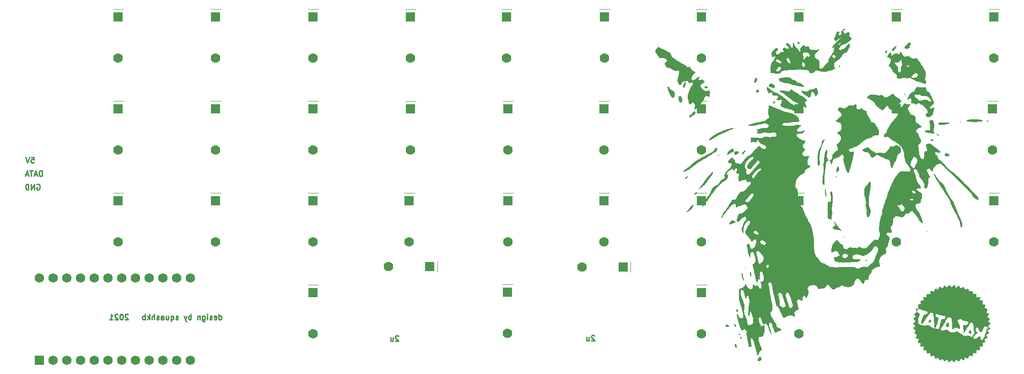
<source format=gbr>
%TF.GenerationSoftware,KiCad,Pcbnew,(5.99.0-9795-gc3c3649211)*%
%TF.CreationDate,2021-06-20T23:13:27-05:00*%
%TF.ProjectId,_autosave-free10u,5f617574-6f73-4617-9665-2d6672656531,rev?*%
%TF.SameCoordinates,Original*%
%TF.FileFunction,Legend,Bot*%
%TF.FilePolarity,Positive*%
%FSLAX46Y46*%
G04 Gerber Fmt 4.6, Leading zero omitted, Abs format (unit mm)*
G04 Created by KiCad (PCBNEW (5.99.0-9795-gc3c3649211)) date 2021-06-20 23:13:27*
%MOMM*%
%LPD*%
G01*
G04 APERTURE LIST*
%ADD10C,0.250000*%
%ADD11C,0.120000*%
%ADD12R,1.752600X1.752600*%
%ADD13C,1.752600*%
%ADD14R,1.778000X1.778000*%
%ADD15C,1.778000*%
G04 APERTURE END LIST*
D10*
X21996304Y-96299400D02*
X22091542Y-96251780D01*
X22234400Y-96251780D01*
X22377257Y-96299400D01*
X22472495Y-96394638D01*
X22520114Y-96489876D01*
X22567733Y-96680352D01*
X22567733Y-96823209D01*
X22520114Y-97013685D01*
X22472495Y-97108923D01*
X22377257Y-97204161D01*
X22234400Y-97251780D01*
X22139161Y-97251780D01*
X21996304Y-97204161D01*
X21948685Y-97156542D01*
X21948685Y-96823209D01*
X22139161Y-96823209D01*
X21520114Y-97251780D02*
X21520114Y-96251780D01*
X20948685Y-97251780D01*
X20948685Y-96251780D01*
X20472495Y-97251780D02*
X20472495Y-96251780D01*
X20234400Y-96251780D01*
X20091542Y-96299400D01*
X19996304Y-96394638D01*
X19948685Y-96489876D01*
X19901066Y-96680352D01*
X19901066Y-96823209D01*
X19948685Y-97013685D01*
X19996304Y-97108923D01*
X20091542Y-97204161D01*
X20234400Y-97251780D01*
X20472495Y-97251780D01*
X125172695Y-124337819D02*
X125125076Y-124290200D01*
X125029838Y-124242580D01*
X124791742Y-124242580D01*
X124696504Y-124290200D01*
X124648885Y-124337819D01*
X124601266Y-124433057D01*
X124601266Y-124528295D01*
X124648885Y-124671152D01*
X125220314Y-125242580D01*
X124601266Y-125242580D01*
X123744123Y-124575914D02*
X123744123Y-125242580D01*
X124172695Y-124575914D02*
X124172695Y-125099723D01*
X124125076Y-125194961D01*
X124029838Y-125242580D01*
X123886980Y-125242580D01*
X123791742Y-125194961D01*
X123744123Y-125147342D01*
X20942276Y-91273380D02*
X21418466Y-91273380D01*
X21466085Y-91749571D01*
X21418466Y-91701952D01*
X21323228Y-91654333D01*
X21085133Y-91654333D01*
X20989895Y-91701952D01*
X20942276Y-91749571D01*
X20894657Y-91844809D01*
X20894657Y-92082904D01*
X20942276Y-92178142D01*
X20989895Y-92225761D01*
X21085133Y-92273380D01*
X21323228Y-92273380D01*
X21418466Y-92225761D01*
X21466085Y-92178142D01*
X20608942Y-91273380D02*
X20275609Y-92273380D01*
X19942276Y-91273380D01*
X88901495Y-124388619D02*
X88853876Y-124341000D01*
X88758638Y-124293380D01*
X88520542Y-124293380D01*
X88425304Y-124341000D01*
X88377685Y-124388619D01*
X88330066Y-124483857D01*
X88330066Y-124579095D01*
X88377685Y-124721952D01*
X88949114Y-125293380D01*
X88330066Y-125293380D01*
X87472923Y-124626714D02*
X87472923Y-125293380D01*
X87901495Y-124626714D02*
X87901495Y-125150523D01*
X87853876Y-125245761D01*
X87758638Y-125293380D01*
X87615780Y-125293380D01*
X87520542Y-125245761D01*
X87472923Y-125198142D01*
X22963000Y-94762580D02*
X22963000Y-93762580D01*
X22724904Y-93762580D01*
X22582047Y-93810200D01*
X22486809Y-93905438D01*
X22439190Y-94000676D01*
X22391571Y-94191152D01*
X22391571Y-94334009D01*
X22439190Y-94524485D01*
X22486809Y-94619723D01*
X22582047Y-94714961D01*
X22724904Y-94762580D01*
X22963000Y-94762580D01*
X22010619Y-94476866D02*
X21534428Y-94476866D01*
X22105857Y-94762580D02*
X21772523Y-93762580D01*
X21439190Y-94762580D01*
X21248714Y-93762580D02*
X20677285Y-93762580D01*
X20963000Y-94762580D02*
X20963000Y-93762580D01*
X20391571Y-94476866D02*
X19915380Y-94476866D01*
X20486809Y-94762580D02*
X20153476Y-93762580D01*
X19820142Y-94762580D01*
X55693871Y-121330980D02*
X55693871Y-120330980D01*
X55693871Y-121283361D02*
X55789109Y-121330980D01*
X55979585Y-121330980D01*
X56074823Y-121283361D01*
X56122442Y-121235742D01*
X56170061Y-121140504D01*
X56170061Y-120854790D01*
X56122442Y-120759552D01*
X56074823Y-120711933D01*
X55979585Y-120664314D01*
X55789109Y-120664314D01*
X55693871Y-120711933D01*
X54836728Y-121283361D02*
X54931966Y-121330980D01*
X55122442Y-121330980D01*
X55217680Y-121283361D01*
X55265300Y-121188123D01*
X55265300Y-120807171D01*
X55217680Y-120711933D01*
X55122442Y-120664314D01*
X54931966Y-120664314D01*
X54836728Y-120711933D01*
X54789109Y-120807171D01*
X54789109Y-120902409D01*
X55265300Y-120997647D01*
X54408157Y-121283361D02*
X54312919Y-121330980D01*
X54122442Y-121330980D01*
X54027204Y-121283361D01*
X53979585Y-121188123D01*
X53979585Y-121140504D01*
X54027204Y-121045266D01*
X54122442Y-120997647D01*
X54265300Y-120997647D01*
X54360538Y-120950028D01*
X54408157Y-120854790D01*
X54408157Y-120807171D01*
X54360538Y-120711933D01*
X54265300Y-120664314D01*
X54122442Y-120664314D01*
X54027204Y-120711933D01*
X53551014Y-121330980D02*
X53551014Y-120664314D01*
X53551014Y-120330980D02*
X53598633Y-120378600D01*
X53551014Y-120426219D01*
X53503395Y-120378600D01*
X53551014Y-120330980D01*
X53551014Y-120426219D01*
X52646252Y-120664314D02*
X52646252Y-121473838D01*
X52693871Y-121569076D01*
X52741490Y-121616695D01*
X52836728Y-121664314D01*
X52979585Y-121664314D01*
X53074823Y-121616695D01*
X52646252Y-121283361D02*
X52741490Y-121330980D01*
X52931966Y-121330980D01*
X53027204Y-121283361D01*
X53074823Y-121235742D01*
X53122442Y-121140504D01*
X53122442Y-120854790D01*
X53074823Y-120759552D01*
X53027204Y-120711933D01*
X52931966Y-120664314D01*
X52741490Y-120664314D01*
X52646252Y-120711933D01*
X52170061Y-120664314D02*
X52170061Y-121330980D01*
X52170061Y-120759552D02*
X52122442Y-120711933D01*
X52027204Y-120664314D01*
X51884347Y-120664314D01*
X51789109Y-120711933D01*
X51741490Y-120807171D01*
X51741490Y-121330980D01*
X50503395Y-121330980D02*
X50503395Y-120330980D01*
X50503395Y-120711933D02*
X50408157Y-120664314D01*
X50217680Y-120664314D01*
X50122442Y-120711933D01*
X50074823Y-120759552D01*
X50027204Y-120854790D01*
X50027204Y-121140504D01*
X50074823Y-121235742D01*
X50122442Y-121283361D01*
X50217680Y-121330980D01*
X50408157Y-121330980D01*
X50503395Y-121283361D01*
X49693871Y-120664314D02*
X49455776Y-121330980D01*
X49217680Y-120664314D02*
X49455776Y-121330980D01*
X49551014Y-121569076D01*
X49598633Y-121616695D01*
X49693871Y-121664314D01*
X48122442Y-121283361D02*
X48027204Y-121330980D01*
X47836728Y-121330980D01*
X47741490Y-121283361D01*
X47693871Y-121188123D01*
X47693871Y-121140504D01*
X47741490Y-121045266D01*
X47836728Y-120997647D01*
X47979585Y-120997647D01*
X48074823Y-120950028D01*
X48122442Y-120854790D01*
X48122442Y-120807171D01*
X48074823Y-120711933D01*
X47979585Y-120664314D01*
X47836728Y-120664314D01*
X47741490Y-120711933D01*
X46836728Y-120664314D02*
X46836728Y-121664314D01*
X46836728Y-121283361D02*
X46931966Y-121330980D01*
X47122442Y-121330980D01*
X47217680Y-121283361D01*
X47265300Y-121235742D01*
X47312919Y-121140504D01*
X47312919Y-120854790D01*
X47265300Y-120759552D01*
X47217680Y-120711933D01*
X47122442Y-120664314D01*
X46931966Y-120664314D01*
X46836728Y-120711933D01*
X45931966Y-120664314D02*
X45931966Y-121330980D01*
X46360538Y-120664314D02*
X46360538Y-121188123D01*
X46312919Y-121283361D01*
X46217680Y-121330980D01*
X46074823Y-121330980D01*
X45979585Y-121283361D01*
X45931966Y-121235742D01*
X45027204Y-121330980D02*
X45027204Y-120807171D01*
X45074823Y-120711933D01*
X45170061Y-120664314D01*
X45360538Y-120664314D01*
X45455776Y-120711933D01*
X45027204Y-121283361D02*
X45122442Y-121330980D01*
X45360538Y-121330980D01*
X45455776Y-121283361D01*
X45503395Y-121188123D01*
X45503395Y-121092885D01*
X45455776Y-120997647D01*
X45360538Y-120950028D01*
X45122442Y-120950028D01*
X45027204Y-120902409D01*
X44598633Y-121283361D02*
X44503395Y-121330980D01*
X44312919Y-121330980D01*
X44217680Y-121283361D01*
X44170061Y-121188123D01*
X44170061Y-121140504D01*
X44217680Y-121045266D01*
X44312919Y-120997647D01*
X44455776Y-120997647D01*
X44551014Y-120950028D01*
X44598633Y-120854790D01*
X44598633Y-120807171D01*
X44551014Y-120711933D01*
X44455776Y-120664314D01*
X44312919Y-120664314D01*
X44217680Y-120711933D01*
X43741490Y-121330980D02*
X43741490Y-120330980D01*
X43312919Y-121330980D02*
X43312919Y-120807171D01*
X43360538Y-120711933D01*
X43455776Y-120664314D01*
X43598633Y-120664314D01*
X43693871Y-120711933D01*
X43741490Y-120759552D01*
X42836728Y-121330980D02*
X42836728Y-120330980D01*
X42741490Y-120950028D02*
X42455776Y-121330980D01*
X42455776Y-120664314D02*
X42836728Y-121045266D01*
X42027204Y-121330980D02*
X42027204Y-120330980D01*
X42027204Y-120711933D02*
X41931966Y-120664314D01*
X41741490Y-120664314D01*
X41646252Y-120711933D01*
X41598633Y-120759552D01*
X41551014Y-120854790D01*
X41551014Y-121140504D01*
X41598633Y-121235742D01*
X41646252Y-121283361D01*
X41741490Y-121330980D01*
X41931966Y-121330980D01*
X42027204Y-121283361D01*
X38884347Y-120426219D02*
X38836728Y-120378600D01*
X38741490Y-120330980D01*
X38503395Y-120330980D01*
X38408157Y-120378600D01*
X38360538Y-120426219D01*
X38312919Y-120521457D01*
X38312919Y-120616695D01*
X38360538Y-120759552D01*
X38931966Y-121330980D01*
X38312919Y-121330980D01*
X37693871Y-120330980D02*
X37598633Y-120330980D01*
X37503395Y-120378600D01*
X37455776Y-120426219D01*
X37408157Y-120521457D01*
X37360538Y-120711933D01*
X37360538Y-120950028D01*
X37408157Y-121140504D01*
X37455776Y-121235742D01*
X37503395Y-121283361D01*
X37598633Y-121330980D01*
X37693871Y-121330980D01*
X37789109Y-121283361D01*
X37836728Y-121235742D01*
X37884347Y-121140504D01*
X37931966Y-120950028D01*
X37931966Y-120711933D01*
X37884347Y-120521457D01*
X37836728Y-120426219D01*
X37789109Y-120378600D01*
X37693871Y-120330980D01*
X36979585Y-120426219D02*
X36931966Y-120378600D01*
X36836728Y-120330980D01*
X36598633Y-120330980D01*
X36503395Y-120378600D01*
X36455776Y-120426219D01*
X36408157Y-120521457D01*
X36408157Y-120616695D01*
X36455776Y-120759552D01*
X37027204Y-121330980D01*
X36408157Y-121330980D01*
X35455776Y-121330980D02*
X36027204Y-121330980D01*
X35741490Y-121330980D02*
X35741490Y-120330980D01*
X35836728Y-120473838D01*
X35931966Y-120569076D01*
X36027204Y-120616695D01*
D11*
%TO.C,D27*%
X144066800Y-97891600D02*
X145971800Y-97891600D01*
%TO.C,D17*%
X144066800Y-80873600D02*
X145971800Y-80873600D01*
%TO.C,D28*%
X162100800Y-97891600D02*
X164005800Y-97891600D01*
%TO.C,D4*%
X90218800Y-63855600D02*
X92123800Y-63855600D01*
%TO.C,D6*%
X126098300Y-63855600D02*
X128003300Y-63855600D01*
%TO.C,D1*%
X36116800Y-63855600D02*
X38021800Y-63855600D01*
%TO.C,D25*%
X108252800Y-97891600D02*
X110157800Y-97891600D01*
%TO.C,D11*%
X36116800Y-80873600D02*
X38021800Y-80873600D01*
%TO.C,D7*%
X144066800Y-63855600D02*
X145971800Y-63855600D01*
%TO.C,D23*%
X72184800Y-97891600D02*
X74089800Y-97891600D01*
%TO.C,D14*%
X90218800Y-80873600D02*
X92123800Y-80873600D01*
%TO.C,D20*%
X197914800Y-80873600D02*
X199819800Y-80873600D01*
%TO.C,D15*%
X108252800Y-80873600D02*
X110157800Y-80873600D01*
%TO.C,D36*%
X162100800Y-114909600D02*
X164005800Y-114909600D01*
%TO.C,D9*%
X180134800Y-63855600D02*
X182039800Y-63855600D01*
%TO.C,D31*%
X72184800Y-114909600D02*
X74089800Y-114909600D01*
%TO.C,D24*%
X89964800Y-97891600D02*
X91869800Y-97891600D01*
%TO.C,D2*%
X54150800Y-63855600D02*
X56055800Y-63855600D01*
%TO.C,D19*%
X180134800Y-80873600D02*
X182039800Y-80873600D01*
%TO.C,D26*%
X126032800Y-97891600D02*
X127937800Y-97891600D01*
%TO.C,D30*%
X198168800Y-97891600D02*
X200073800Y-97891600D01*
%TO.C,D22*%
X54150800Y-97891600D02*
X56055800Y-97891600D01*
%TO.C,D5*%
X107998800Y-63855600D02*
X109903800Y-63855600D01*
%TO.C,D3*%
X72184800Y-63855600D02*
X74089800Y-63855600D01*
%TO.C,D18*%
X162100800Y-80873600D02*
X164005800Y-80873600D01*
%TO.C,D35*%
X144066800Y-114909600D02*
X145971800Y-114909600D01*
%TO.C,D29*%
X180134800Y-97891600D02*
X182039800Y-97891600D01*
%TO.C,D34*%
X131884900Y-110654850D02*
X131884900Y-112559850D01*
%TO.C,D8*%
X162100800Y-63855600D02*
X164005800Y-63855600D01*
%TO.C,G\u002A\u002A\u002A*%
G36*
X169567788Y-103160083D02*
G01*
X169636839Y-103214951D01*
X169761707Y-103362077D01*
X169900803Y-103561334D01*
X169904483Y-103567085D01*
X170071525Y-103808809D01*
X170285313Y-104093193D01*
X170500524Y-104359892D01*
X170554334Y-104423994D01*
X170714842Y-104620593D01*
X170826986Y-104766349D01*
X170869168Y-104833511D01*
X170820639Y-104870665D01*
X170711321Y-104852923D01*
X170605219Y-104789188D01*
X170529104Y-104752958D01*
X170343566Y-104715227D01*
X170104908Y-104695992D01*
X169829312Y-104673876D01*
X169624979Y-104612557D01*
X169435653Y-104493276D01*
X169363311Y-104436812D01*
X169235709Y-104328752D01*
X169185190Y-104272153D01*
X169197383Y-104257177D01*
X169297568Y-104190784D01*
X169465853Y-104098883D01*
X169617182Y-104005385D01*
X169732390Y-103854461D01*
X169727024Y-103664918D01*
X169605922Y-103413071D01*
X169540646Y-103303987D01*
X169478087Y-103180439D01*
X169488239Y-103139800D01*
X169567788Y-103160083D01*
G37*
G36*
X184411156Y-124482032D02*
G01*
X184376074Y-124517115D01*
X184340991Y-124482032D01*
X184376074Y-124446950D01*
X184411156Y-124482032D01*
G37*
G36*
X152268176Y-124474841D02*
G01*
X152370754Y-124591344D01*
X152415576Y-124741646D01*
X152405659Y-124816894D01*
X152338868Y-124862779D01*
X152219112Y-124783745D01*
X152191043Y-124748294D01*
X152142998Y-124621849D01*
X152141291Y-124500917D01*
X152191046Y-124446950D01*
X152268176Y-124474841D01*
G37*
G36*
X151867094Y-90190843D02*
G01*
X151894326Y-90286905D01*
X151839141Y-90444849D01*
X151712185Y-90618742D01*
X151534620Y-90771615D01*
X151366892Y-90865935D01*
X151220085Y-90883394D01*
X151134683Y-90779132D01*
X151096413Y-90545795D01*
X151075316Y-90220212D01*
X151436249Y-90170571D01*
X151541755Y-90158727D01*
X151753357Y-90156458D01*
X151867094Y-90190843D01*
G37*
G36*
X193054878Y-84670888D02*
G01*
X193111709Y-84733137D01*
X193099835Y-84765416D01*
X193006460Y-84803303D01*
X192958043Y-84795387D01*
X192901212Y-84733137D01*
X192913086Y-84700859D01*
X193006460Y-84662972D01*
X193054878Y-84670888D01*
G37*
G36*
X160637032Y-76456514D02*
G01*
X161053594Y-76490725D01*
X161395666Y-76583198D01*
X161633610Y-76726011D01*
X161675319Y-76760712D01*
X161866156Y-76877901D01*
X162090819Y-76977130D01*
X162144353Y-76997751D01*
X162406227Y-77132732D01*
X162635047Y-77295248D01*
X162840824Y-77438764D01*
X163102657Y-77506066D01*
X163314788Y-77550611D01*
X163565349Y-77720879D01*
X163618393Y-77768373D01*
X163808364Y-77927082D01*
X163966296Y-78044300D01*
X164069782Y-78138115D01*
X164091349Y-78218764D01*
X164041839Y-78242769D01*
X163870760Y-78249529D01*
X163604134Y-78225549D01*
X163265621Y-78175006D01*
X162878885Y-78102076D01*
X162467590Y-78010935D01*
X162055397Y-77905759D01*
X161665969Y-77790724D01*
X161490036Y-77736455D01*
X161193279Y-77654063D01*
X160948767Y-77597344D01*
X160796747Y-77576231D01*
X160767321Y-77574877D01*
X160581144Y-77545200D01*
X160320260Y-77484622D01*
X160031467Y-77403694D01*
X159748118Y-77310824D01*
X159551325Y-77224506D01*
X159425290Y-77131106D01*
X159336025Y-77011455D01*
X159332726Y-77005830D01*
X159258474Y-76831654D01*
X159271003Y-76726993D01*
X159358293Y-76681700D01*
X159557131Y-76621380D01*
X159822598Y-76560829D01*
X160115314Y-76507915D01*
X160395898Y-76470507D01*
X160624969Y-76456472D01*
X160637032Y-76456514D01*
G37*
G36*
X154079138Y-112470171D02*
G01*
X154128882Y-112606480D01*
X154164837Y-112802317D01*
X154201453Y-113081987D01*
X154209504Y-113288635D01*
X154186656Y-113390603D01*
X154154813Y-113400147D01*
X154090760Y-113328604D01*
X154029151Y-113172366D01*
X153982267Y-112966685D01*
X153962388Y-112746811D01*
X153979003Y-112555982D01*
X154023544Y-112458087D01*
X154079138Y-112470171D01*
G37*
G36*
X144118373Y-97728151D02*
G01*
X144114818Y-97859688D01*
X143983456Y-98042565D01*
X143868686Y-98144296D01*
X143718502Y-98202426D01*
X143613419Y-98140690D01*
X143612983Y-98139958D01*
X143633866Y-98054536D01*
X143729231Y-97927019D01*
X143860031Y-97796452D01*
X143987219Y-97701884D01*
X144071748Y-97682361D01*
X144118373Y-97728151D01*
G37*
G36*
X170614672Y-73011110D02*
G01*
X170453127Y-73157546D01*
X170237676Y-73312683D01*
X169934780Y-73527479D01*
X169730596Y-73701421D01*
X169609286Y-73857357D01*
X169551032Y-74020841D01*
X169536018Y-74217424D01*
X169544274Y-74397996D01*
X169589992Y-74555346D01*
X169691033Y-74659724D01*
X169694990Y-74662510D01*
X169793709Y-74762213D01*
X169768860Y-74845489D01*
X169706545Y-74886653D01*
X169519396Y-74970165D01*
X169249853Y-75069428D01*
X168930518Y-75173959D01*
X168593995Y-75273274D01*
X168272885Y-75356891D01*
X167999793Y-75414326D01*
X167738891Y-75452144D01*
X167529391Y-75456524D01*
X167315002Y-75421551D01*
X167032373Y-75342522D01*
X166667247Y-75241306D01*
X166400312Y-75196827D01*
X166204496Y-75211948D01*
X166050756Y-75288935D01*
X165910049Y-75430053D01*
X165801277Y-75539388D01*
X165581939Y-75674042D01*
X165352998Y-75735253D01*
X165146000Y-75721854D01*
X164992491Y-75632676D01*
X164924017Y-75466553D01*
X164915899Y-75400271D01*
X164856838Y-75266027D01*
X164719231Y-75178978D01*
X164472187Y-75115097D01*
X164466620Y-75114035D01*
X164190692Y-75081270D01*
X163803707Y-75061752D01*
X163333479Y-75054523D01*
X162807820Y-75058625D01*
X162254541Y-75073100D01*
X161701456Y-75096990D01*
X161176376Y-75129336D01*
X160707115Y-75169181D01*
X160321483Y-75215566D01*
X160047294Y-75267533D01*
X160035014Y-75270854D01*
X159831292Y-75363775D01*
X159702546Y-75491184D01*
X159630509Y-75601594D01*
X159508397Y-75732149D01*
X159359602Y-75791673D01*
X159112331Y-75811152D01*
X158754605Y-75790541D01*
X158274416Y-75729817D01*
X157713090Y-75646673D01*
X157728341Y-75436176D01*
X157732101Y-75375931D01*
X157736982Y-75257157D01*
X158885043Y-75257157D01*
X158981812Y-75358503D01*
X159020672Y-75373532D01*
X159093367Y-75392213D01*
X159161840Y-75370178D01*
X159261859Y-75289260D01*
X159429197Y-75131294D01*
X159455693Y-75105987D01*
X159625502Y-74930225D01*
X159696547Y-74808140D01*
X159677620Y-74708167D01*
X159577511Y-74598738D01*
X159540358Y-74568558D01*
X159364788Y-74513312D01*
X159187978Y-74595195D01*
X159016252Y-74811806D01*
X159013375Y-74816697D01*
X158895728Y-75073951D01*
X158885043Y-75257157D01*
X157736982Y-75257157D01*
X157741623Y-75144236D01*
X157747116Y-74891080D01*
X157748901Y-74832848D01*
X157781810Y-74531798D01*
X157846142Y-74198854D01*
X157921456Y-73920020D01*
X163630682Y-73920020D01*
X163637607Y-74138364D01*
X163683551Y-74342251D01*
X163763295Y-74471397D01*
X163850535Y-74530225D01*
X163957871Y-74546803D01*
X164062452Y-74454625D01*
X164089939Y-74411420D01*
X164119612Y-74251752D01*
X164089599Y-74064471D01*
X164016108Y-73882837D01*
X163915350Y-73740113D01*
X163803533Y-73669561D01*
X163696868Y-73704442D01*
X163667998Y-73747502D01*
X163662266Y-73774002D01*
X163630682Y-73920020D01*
X157921456Y-73920020D01*
X157929194Y-73891371D01*
X158018264Y-73666704D01*
X158098058Y-73565785D01*
X158251846Y-73448532D01*
X158270523Y-73437435D01*
X158364206Y-73327319D01*
X158754377Y-73327319D01*
X158806793Y-73462946D01*
X158954177Y-73603226D01*
X159190478Y-73725578D01*
X159439880Y-73811689D01*
X159641247Y-73851540D01*
X159750235Y-73821749D01*
X159782980Y-73722224D01*
X159756760Y-73629315D01*
X159632880Y-73469237D01*
X159444219Y-73316028D01*
X159232079Y-73201081D01*
X159037759Y-73155789D01*
X158958660Y-73160346D01*
X158802982Y-73218925D01*
X158754377Y-73327319D01*
X158364206Y-73327319D01*
X158414418Y-73268300D01*
X158465122Y-73145415D01*
X160695134Y-73145415D01*
X160711958Y-73206070D01*
X160794661Y-73361664D01*
X160923173Y-73550206D01*
X160962261Y-73600582D01*
X161083548Y-73722224D01*
X161152853Y-73791732D01*
X161318265Y-73855277D01*
X161427001Y-73842665D01*
X161462344Y-73774002D01*
X161445000Y-73608989D01*
X161434119Y-73552909D01*
X161354148Y-73314050D01*
X161236392Y-73095835D01*
X161104996Y-72936711D01*
X160984108Y-72875126D01*
X160902649Y-72888300D01*
X160756133Y-72988694D01*
X160695134Y-73145415D01*
X158465122Y-73145415D01*
X158541564Y-72960149D01*
X158598968Y-72780594D01*
X158616018Y-72729278D01*
X162611269Y-72729278D01*
X162660256Y-72981833D01*
X162754648Y-73168928D01*
X162916801Y-73300472D01*
X162966932Y-73319555D01*
X163064915Y-73350470D01*
X163157619Y-73353901D01*
X163292095Y-73327305D01*
X163515390Y-73268143D01*
X163703418Y-73211371D01*
X163912071Y-73115646D01*
X164097837Y-72972052D01*
X164312203Y-72746907D01*
X164358705Y-72695197D01*
X164481072Y-72579195D01*
X164571390Y-72552016D01*
X164671279Y-72596194D01*
X164686463Y-72605228D01*
X164856657Y-72651313D01*
X164990871Y-72602735D01*
X165045148Y-72473875D01*
X165044646Y-72462445D01*
X165002173Y-72311967D01*
X164912287Y-72131432D01*
X164859284Y-72051652D01*
X164759546Y-71957755D01*
X164612505Y-71905268D01*
X164371666Y-71871869D01*
X164333035Y-71868069D01*
X164047696Y-71860418D01*
X163876194Y-71909434D01*
X163801292Y-72025717D01*
X163805754Y-72219866D01*
X163806558Y-72224878D01*
X163812242Y-72382960D01*
X163751708Y-72510490D01*
X163599678Y-72661657D01*
X163425126Y-72805197D01*
X163300894Y-72860874D01*
X163191153Y-72824697D01*
X163052066Y-72699712D01*
X162929613Y-72595252D01*
X162761388Y-72524870D01*
X162650127Y-72573251D01*
X162611269Y-72729278D01*
X158616018Y-72729278D01*
X158666763Y-72576552D01*
X158710049Y-72456167D01*
X158711675Y-72433645D01*
X158649694Y-72452577D01*
X158521656Y-72547217D01*
X158420405Y-72624463D01*
X158232945Y-72709888D01*
X158104588Y-72676127D01*
X158043459Y-72523581D01*
X158017428Y-72393732D01*
X157947611Y-72197954D01*
X157941815Y-72185847D01*
X157920692Y-72094113D01*
X157950303Y-71983723D01*
X158043630Y-71824916D01*
X158213651Y-71587930D01*
X158409381Y-71341206D01*
X158644361Y-71105460D01*
X158835206Y-70998294D01*
X158985159Y-71018149D01*
X159097462Y-71163469D01*
X159114100Y-71201423D01*
X159139400Y-71313063D01*
X159089677Y-71409277D01*
X158945283Y-71538474D01*
X158942768Y-71540532D01*
X158779144Y-71726818D01*
X158750456Y-71921307D01*
X158852842Y-72149517D01*
X158943551Y-72202924D01*
X159110775Y-72187167D01*
X159305428Y-72099300D01*
X159486938Y-71951965D01*
X159657720Y-71812347D01*
X159853145Y-71757496D01*
X159980504Y-71761983D01*
X160116267Y-71759909D01*
X160144756Y-71750430D01*
X160196437Y-71660285D01*
X160194059Y-71532287D01*
X160133808Y-71436729D01*
X160075192Y-71352670D01*
X160078923Y-71190061D01*
X160164604Y-71011603D01*
X160216700Y-70946833D01*
X160282408Y-70913722D01*
X160385032Y-70941816D01*
X160568057Y-71033470D01*
X160665499Y-71081517D01*
X160857725Y-71160315D01*
X160985832Y-71191343D01*
X161096165Y-71158165D01*
X161137221Y-71049477D01*
X161090709Y-70888004D01*
X160964209Y-70697455D01*
X160765300Y-70501534D01*
X160589886Y-70357708D01*
X160914180Y-70033414D01*
X161043943Y-70191287D01*
X161153772Y-70299767D01*
X161248813Y-70349160D01*
X161288357Y-70373064D01*
X161379969Y-70492623D01*
X161483146Y-70678914D01*
X161532326Y-70776016D01*
X161658428Y-70968639D01*
X161757207Y-71023817D01*
X161828401Y-70941752D01*
X161871751Y-70722646D01*
X161886994Y-70366701D01*
X161890063Y-70244293D01*
X161918337Y-70058459D01*
X161977820Y-69998331D01*
X162023056Y-70029492D01*
X162101142Y-70163277D01*
X162176003Y-70366701D01*
X162260073Y-70598073D01*
X162384313Y-70777794D01*
X162584966Y-70937816D01*
X162614024Y-70958049D01*
X162843118Y-71167487D01*
X162990566Y-71393894D01*
X163010360Y-71440942D01*
X163082194Y-71599644D01*
X163127042Y-71680277D01*
X163164812Y-71687407D01*
X163223258Y-71607486D01*
X163270372Y-71455189D01*
X163290193Y-71270601D01*
X163304232Y-71143632D01*
X163386345Y-70966263D01*
X163563675Y-70761899D01*
X163676998Y-70654019D01*
X163819509Y-70535543D01*
X163902273Y-70489491D01*
X163905740Y-70489696D01*
X163999142Y-70541702D01*
X164126518Y-70657733D01*
X164224236Y-70748878D01*
X164346992Y-70791719D01*
X164525603Y-70759423D01*
X164631802Y-70732974D01*
X164792285Y-70727504D01*
X164881067Y-70814605D01*
X164935982Y-71018131D01*
X164976181Y-71154949D01*
X165091570Y-71294426D01*
X165290900Y-71354809D01*
X165596311Y-71347128D01*
X165661300Y-71342447D01*
X165889786Y-71353566D01*
X166060375Y-71400340D01*
X166122586Y-71429345D01*
X166259758Y-71443021D01*
X166435686Y-71373306D01*
X166521871Y-71329507D01*
X166658035Y-71272246D01*
X166716769Y-71282892D01*
X166729389Y-71360029D01*
X166687546Y-71441909D01*
X166562133Y-71584403D01*
X166382356Y-71749296D01*
X166295091Y-71824132D01*
X166127462Y-71993630D01*
X166035918Y-72151479D01*
X165989660Y-72344353D01*
X165979787Y-72441525D01*
X165983873Y-72473875D01*
X166016174Y-72729600D01*
X166150144Y-72943605D01*
X166369628Y-73060789D01*
X166380878Y-73063485D01*
X166565264Y-73124592D01*
X166686701Y-73218948D01*
X166757813Y-73373185D01*
X166791223Y-73613936D01*
X166799554Y-73967832D01*
X166800164Y-74137739D01*
X166803321Y-74251752D01*
X166808817Y-74450203D01*
X166833207Y-74654223D01*
X166880272Y-74772132D01*
X166931278Y-74808140D01*
X166956951Y-74826264D01*
X167070183Y-74838954D01*
X167147674Y-74825693D01*
X167293201Y-74747689D01*
X167486575Y-74587246D01*
X167746792Y-74330076D01*
X168042180Y-74023558D01*
X168263211Y-73789542D01*
X168409663Y-73624605D01*
X168493442Y-73512782D01*
X168526452Y-73438107D01*
X168520600Y-73384613D01*
X168487790Y-73336334D01*
X168462806Y-73305759D01*
X168437568Y-73258445D01*
X168441925Y-73198167D01*
X168486452Y-73104808D01*
X168581723Y-72958253D01*
X168738312Y-72738386D01*
X168903890Y-72511342D01*
X169207559Y-72511342D01*
X169284341Y-72700254D01*
X169376575Y-72801079D01*
X169537113Y-72872418D01*
X169687448Y-72849523D01*
X169783194Y-72729767D01*
X169793601Y-72668785D01*
X169743178Y-72500139D01*
X169605325Y-72367527D01*
X169417693Y-72313800D01*
X169387210Y-72314960D01*
X169244441Y-72375395D01*
X169207559Y-72511342D01*
X168903890Y-72511342D01*
X168966792Y-72425090D01*
X169131277Y-72193382D01*
X169311107Y-71908580D01*
X169420079Y-71679471D01*
X169473274Y-71477852D01*
X169486591Y-71396243D01*
X169531772Y-71162878D01*
X169574854Y-70989770D01*
X169603145Y-70884806D01*
X169575260Y-70863730D01*
X169458018Y-70934167D01*
X169424492Y-70955204D01*
X169263992Y-71018618D01*
X169186574Y-70980249D01*
X169200189Y-70855189D01*
X169312790Y-70658532D01*
X169518606Y-70395439D01*
X169552367Y-70356835D01*
X170347668Y-70356835D01*
X170356522Y-70369350D01*
X170441439Y-70419325D01*
X170519871Y-70379992D01*
X170621376Y-70279909D01*
X170699156Y-70169010D01*
X170711105Y-70097543D01*
X170695380Y-70089392D01*
X170597476Y-70113177D01*
X170472395Y-70190289D01*
X170371879Y-70283813D01*
X170347668Y-70356835D01*
X169552367Y-70356835D01*
X169792883Y-70081813D01*
X170084525Y-69777067D01*
X170360109Y-69515984D01*
X170586213Y-69333345D01*
X170686069Y-69260558D01*
X170806413Y-69157585D01*
X170839764Y-69103550D01*
X170826283Y-69103631D01*
X170725420Y-69156093D01*
X170551906Y-69270407D01*
X170333365Y-69428828D01*
X169858911Y-69786051D01*
X169697465Y-69634380D01*
X169660930Y-69598189D01*
X169553281Y-69425337D01*
X169569904Y-69244697D01*
X169711433Y-69028806D01*
X169819213Y-68863022D01*
X169886847Y-68576808D01*
X169888404Y-68530409D01*
X169943955Y-68299486D01*
X170060050Y-68115284D01*
X170210590Y-67999449D01*
X170369477Y-67973627D01*
X170510613Y-68059463D01*
X170551040Y-68145441D01*
X170484121Y-68243469D01*
X170470915Y-68255038D01*
X170388308Y-68396206D01*
X170403160Y-68535677D01*
X170496657Y-68629284D01*
X170649985Y-68632855D01*
X170822367Y-68524230D01*
X170897817Y-68357536D01*
X170853742Y-68175395D01*
X170809434Y-68046405D01*
X170864505Y-67874258D01*
X171049271Y-67722633D01*
X171135614Y-67665032D01*
X171241024Y-67560071D01*
X171315335Y-67501125D01*
X171466726Y-67473327D01*
X171593605Y-67518532D01*
X171607736Y-67540871D01*
X171582796Y-67630825D01*
X171483069Y-67715499D01*
X171351736Y-67753027D01*
X171288097Y-67765010D01*
X171224871Y-67849847D01*
X171250682Y-67983228D01*
X171364217Y-68125988D01*
X171457801Y-68241670D01*
X171460750Y-68404703D01*
X171413063Y-68559933D01*
X171579651Y-68410268D01*
X171760340Y-68273165D01*
X171969787Y-68147667D01*
X172122768Y-68079245D01*
X172217656Y-68078093D01*
X172306159Y-68147556D01*
X172342467Y-68191011D01*
X172388781Y-68333489D01*
X172374265Y-68558587D01*
X172365567Y-68619428D01*
X172358289Y-68790013D01*
X172410891Y-68900317D01*
X172546595Y-69011346D01*
X172580998Y-69036963D01*
X172711013Y-69159346D01*
X172763643Y-69254509D01*
X172763631Y-69255422D01*
X172710224Y-69357658D01*
X172571334Y-69517549D01*
X172374163Y-69709989D01*
X172145915Y-69909873D01*
X171913790Y-70092094D01*
X171905632Y-70097543D01*
X171704992Y-70231549D01*
X171587393Y-70293112D01*
X171353875Y-70383699D01*
X171165905Y-70419325D01*
X171018601Y-70442676D01*
X170872527Y-70535655D01*
X170698451Y-70724756D01*
X170613172Y-70835662D01*
X170477020Y-71083917D01*
X170466246Y-71271537D01*
X170581006Y-71397632D01*
X170603324Y-71408626D01*
X170733934Y-71421241D01*
X170890277Y-71329935D01*
X171059940Y-71234267D01*
X171240011Y-71191148D01*
X171367983Y-71154714D01*
X171530416Y-71027427D01*
X171740845Y-70793290D01*
X171752836Y-70778703D01*
X171920921Y-70569589D01*
X172054882Y-70394951D01*
X172126664Y-70291290D01*
X172165694Y-70242687D01*
X172269956Y-70223953D01*
X172374063Y-70310301D01*
X172446429Y-70482810D01*
X172449685Y-70498678D01*
X172453379Y-70659630D01*
X172396620Y-70852813D01*
X172268069Y-71118642D01*
X172209337Y-71225614D01*
X171950315Y-71618142D01*
X171694355Y-71874050D01*
X171438706Y-71996251D01*
X171425349Y-71999357D01*
X171282160Y-72064321D01*
X171149463Y-72201208D01*
X170997603Y-72439841D01*
X170910682Y-72589700D01*
X170860745Y-72668785D01*
X170755971Y-72834714D01*
X170614672Y-73011110D01*
G37*
G36*
X193813366Y-115500817D02*
G01*
X193778284Y-115535900D01*
X193743201Y-115500817D01*
X193778284Y-115465734D01*
X193813366Y-115500817D01*
G37*
G36*
X181113366Y-70724544D02*
G01*
X181086474Y-70813439D01*
X180986961Y-70986308D01*
X180842616Y-71185802D01*
X180683928Y-71370615D01*
X180541385Y-71499443D01*
X180519024Y-71514768D01*
X180343225Y-71602798D01*
X180242478Y-71592644D01*
X180215847Y-71502198D01*
X180262396Y-71349352D01*
X180381189Y-71151997D01*
X180571288Y-70928027D01*
X180579101Y-70920052D01*
X180781853Y-70742469D01*
X180952254Y-70645520D01*
X181069645Y-70636960D01*
X181113366Y-70724544D01*
G37*
G36*
X150846557Y-89693973D02*
G01*
X150887782Y-89832287D01*
X150917002Y-89987980D01*
X150949164Y-90126017D01*
X150951196Y-90137726D01*
X150891594Y-90227067D01*
X150717488Y-90314112D01*
X150667678Y-90333232D01*
X150425042Y-90448942D01*
X150192498Y-90587116D01*
X149948698Y-90729269D01*
X149789673Y-90770011D01*
X149726559Y-90709873D01*
X149764227Y-90553657D01*
X149907546Y-90306162D01*
X150116535Y-90034750D01*
X150384550Y-89799966D01*
X150670217Y-89677580D01*
X150758981Y-89661722D01*
X150846557Y-89693973D01*
G37*
G36*
X184621654Y-120763248D02*
G01*
X184586571Y-120798331D01*
X184551488Y-120763248D01*
X184586571Y-120728165D01*
X184621654Y-120763248D01*
G37*
G36*
X155451602Y-78725689D02*
G01*
X155564787Y-78916157D01*
X155572422Y-78933749D01*
X155617480Y-79113573D01*
X155552134Y-79219261D01*
X155362538Y-79275407D01*
X155201739Y-79282588D01*
X155093232Y-79221832D01*
X155089510Y-79076100D01*
X155187677Y-78838145D01*
X155231737Y-78763750D01*
X155341284Y-78675031D01*
X155451602Y-78725689D01*
G37*
G36*
X169110143Y-97541115D02*
G01*
X169134617Y-97598419D01*
X169174179Y-97774625D01*
X169215614Y-98034403D01*
X169253150Y-98345292D01*
X169274257Y-98570529D01*
X169292496Y-98900484D01*
X169288916Y-99220411D01*
X169262291Y-99579651D01*
X169211397Y-100027545D01*
X169169704Y-100380990D01*
X169139581Y-100712224D01*
X169131311Y-100966243D01*
X169144036Y-101176619D01*
X169176898Y-101376924D01*
X169199274Y-101490662D01*
X169225520Y-101699998D01*
X169208332Y-101852627D01*
X169144880Y-102004019D01*
X169084234Y-102163499D01*
X169064964Y-102492066D01*
X169070509Y-102538052D01*
X169078913Y-102706875D01*
X169063445Y-102793924D01*
X169018425Y-102802778D01*
X168899914Y-102763265D01*
X168787786Y-102722485D01*
X168596573Y-102695568D01*
X168522696Y-102687306D01*
X168458152Y-102649047D01*
X168410769Y-102564965D01*
X168378444Y-102419321D01*
X168359076Y-102196376D01*
X168350563Y-101880390D01*
X168350806Y-101455625D01*
X168357702Y-100906342D01*
X168378284Y-99573193D01*
X168588781Y-99549443D01*
X168754894Y-99521022D01*
X168881591Y-99456478D01*
X168947683Y-99332934D01*
X168965975Y-99123868D01*
X168949270Y-98802759D01*
X168946135Y-98763867D01*
X168914467Y-98459871D01*
X168874900Y-98185532D01*
X168835243Y-97996081D01*
X168804217Y-97866059D01*
X168814401Y-97731715D01*
X168904078Y-97612898D01*
X169012729Y-97532149D01*
X169110143Y-97541115D01*
G37*
G36*
X188621101Y-120552751D02*
G01*
X188586018Y-120587834D01*
X188550935Y-120552751D01*
X188586018Y-120517668D01*
X188621101Y-120552751D01*
G37*
G36*
X182681454Y-79573526D02*
G01*
X182692506Y-79615613D01*
X182675567Y-79709427D01*
X182609316Y-79747009D01*
X182499348Y-79735695D01*
X182446516Y-79653628D01*
X182447837Y-79634685D01*
X182506402Y-79540900D01*
X182605618Y-79513237D01*
X182681454Y-79573526D01*
G37*
G36*
X180090464Y-89187944D02*
G01*
X180230089Y-89281458D01*
X180420553Y-89439688D01*
X180636918Y-89639336D01*
X180854242Y-89857101D01*
X181047586Y-90069686D01*
X181192009Y-90253791D01*
X181251249Y-90341215D01*
X181352647Y-90520605D01*
X181379931Y-90671568D01*
X181334694Y-90844247D01*
X181218526Y-91088787D01*
X181152369Y-91231876D01*
X181088250Y-91416204D01*
X181077698Y-91526118D01*
X181078461Y-91528326D01*
X181067185Y-91644104D01*
X181007277Y-91817666D01*
X180923325Y-91989612D01*
X180839919Y-92100541D01*
X180824651Y-92116431D01*
X180744211Y-92240842D01*
X180635772Y-92442401D01*
X180519422Y-92680514D01*
X180415248Y-92914590D01*
X180343338Y-93104036D01*
X180322210Y-93163028D01*
X180246725Y-93301524D01*
X180177030Y-93343847D01*
X180146391Y-93303680D01*
X180087831Y-93149409D01*
X180020451Y-92908616D01*
X179953544Y-92611742D01*
X179909722Y-92408387D01*
X179838959Y-92125711D01*
X179773042Y-91910934D01*
X179721976Y-91799163D01*
X179672186Y-91760697D01*
X179502092Y-91691689D01*
X179279530Y-91643153D01*
X178990007Y-91571098D01*
X178694930Y-91391474D01*
X178638556Y-91345660D01*
X178454035Y-91233338D01*
X178301245Y-91188386D01*
X178251772Y-91182450D01*
X178071595Y-91117785D01*
X177874023Y-91004850D01*
X177791740Y-90951165D01*
X177605892Y-90870419D01*
X177426072Y-90874136D01*
X177217947Y-90967975D01*
X176947185Y-91157593D01*
X176792268Y-91264424D01*
X176621474Y-91353664D01*
X176516400Y-91373083D01*
X176440177Y-91299684D01*
X176327126Y-91133847D01*
X176204719Y-90913577D01*
X176044227Y-90630923D01*
X175890200Y-90456849D01*
X175713453Y-90370009D01*
X175483460Y-90346397D01*
X175385601Y-90335407D01*
X175187526Y-90268832D01*
X174990041Y-90161422D01*
X174825790Y-90035862D01*
X174727413Y-89914838D01*
X174727552Y-89821036D01*
X174748215Y-89804440D01*
X174876991Y-89736553D01*
X175082728Y-89645129D01*
X175325315Y-89546169D01*
X175564643Y-89455674D01*
X175760600Y-89389643D01*
X175873076Y-89364077D01*
X175901978Y-89388385D01*
X175989591Y-89502281D01*
X176106763Y-89677913D01*
X176303473Y-89923005D01*
X176497219Y-90033900D01*
X176535812Y-90045000D01*
X176722649Y-90139594D01*
X176908943Y-90281389D01*
X177132169Y-90426071D01*
X177444601Y-90487995D01*
X177775660Y-90423797D01*
X177861676Y-90410404D01*
X178062429Y-90421058D01*
X178301903Y-90463552D01*
X178585212Y-90517201D01*
X178830819Y-90518300D01*
X179038975Y-90447271D01*
X179233557Y-90290205D01*
X179438444Y-90033195D01*
X179677512Y-89662335D01*
X179705835Y-89616440D01*
X179847877Y-89400070D01*
X179965557Y-89241966D01*
X180035772Y-89173643D01*
X180090464Y-89187944D01*
G37*
G36*
X189813919Y-129112972D02*
G01*
X189778836Y-129148055D01*
X189743753Y-129112972D01*
X189778836Y-129077889D01*
X189813919Y-129112972D01*
G37*
G36*
X180343151Y-79502337D02*
G01*
X180496020Y-79606582D01*
X180681605Y-79758379D01*
X180883664Y-79925145D01*
X181168761Y-80140918D01*
X181446654Y-80334587D01*
X181636687Y-80461972D01*
X181790306Y-80584238D01*
X181861965Y-80692819D01*
X181872025Y-80822497D01*
X181840842Y-81008054D01*
X181802698Y-81125714D01*
X181688019Y-81268634D01*
X181472471Y-81411817D01*
X181427153Y-81439117D01*
X181209388Y-81599699D01*
X180958483Y-81818253D01*
X180720102Y-82055701D01*
X180675915Y-82103329D01*
X180485354Y-82304526D01*
X180354758Y-82422866D01*
X180254229Y-82475281D01*
X180153868Y-82478706D01*
X180023774Y-82450073D01*
X179928647Y-82422135D01*
X179773042Y-82330124D01*
X179688418Y-82172088D01*
X179594488Y-81944179D01*
X179478445Y-81821244D01*
X179317762Y-81786176D01*
X179211188Y-81815019D01*
X179059790Y-81937869D01*
X178868063Y-82172088D01*
X178711514Y-82366396D01*
X178574931Y-82505093D01*
X178487998Y-82557999D01*
X178389749Y-82517784D01*
X178220022Y-82410556D01*
X178016593Y-82259795D01*
X177818044Y-82106644D01*
X177626311Y-81966776D01*
X177500170Y-81883992D01*
X177438946Y-81834249D01*
X177311632Y-81676840D01*
X177187403Y-81470659D01*
X177067713Y-81280772D01*
X176773379Y-80958931D01*
X176387258Y-80654980D01*
X175938643Y-80394170D01*
X175777381Y-80310978D01*
X175629129Y-80223905D01*
X175573009Y-80175289D01*
X175603823Y-80137519D01*
X175721227Y-80036034D01*
X175895845Y-79901674D01*
X176057076Y-79789828D01*
X176222317Y-79709839D01*
X176407384Y-79676761D01*
X176672293Y-79672913D01*
X176890510Y-79683021D01*
X177186859Y-79714242D01*
X177418571Y-79757829D01*
X177509779Y-79777278D01*
X177801201Y-79802814D01*
X178108551Y-79790638D01*
X178335156Y-79769554D01*
X178474364Y-79780717D01*
X178568923Y-79839037D01*
X178666445Y-79958871D01*
X178778005Y-80086063D01*
X178917507Y-80155716D01*
X179131038Y-80172364D01*
X179302715Y-80161719D01*
X179446893Y-80114403D01*
X179601369Y-80008359D01*
X179808739Y-79821535D01*
X179826768Y-79804580D01*
X180018606Y-79635725D01*
X180176351Y-79516119D01*
X180267390Y-79470707D01*
X180343151Y-79502337D01*
G37*
G36*
X184481322Y-122517392D02*
G01*
X184446239Y-122552474D01*
X184411156Y-122517392D01*
X184446239Y-122482309D01*
X184481322Y-122517392D01*
G37*
G36*
X161851556Y-78806168D02*
G01*
X161902353Y-78834425D01*
X162081870Y-78954724D01*
X162196256Y-79062302D01*
X162288482Y-79146149D01*
X162458136Y-79224814D01*
X162461540Y-79225690D01*
X162639432Y-79307157D01*
X162817703Y-79437849D01*
X162952635Y-79553110D01*
X163197629Y-79724715D01*
X163427115Y-79845584D01*
X163599262Y-79891439D01*
X163603418Y-79891775D01*
X163700373Y-79944509D01*
X163861940Y-80068701D01*
X164059133Y-80237773D01*
X164262964Y-80425150D01*
X164444446Y-80604254D01*
X164574592Y-80748509D01*
X164624416Y-80831339D01*
X164623769Y-80833951D01*
X164551609Y-80863057D01*
X164396377Y-80887117D01*
X164291046Y-80902808D01*
X164185304Y-80965545D01*
X164145543Y-81108210D01*
X164173312Y-81317670D01*
X164307782Y-81586921D01*
X164399115Y-81737399D01*
X164444729Y-81871675D01*
X164412849Y-81962879D01*
X164410056Y-81966212D01*
X164365742Y-82005609D01*
X164304700Y-82020402D01*
X164208854Y-82004127D01*
X164060124Y-81950319D01*
X163840433Y-81852510D01*
X163531701Y-81704238D01*
X163115853Y-81499036D01*
X162761857Y-81314677D01*
X162397786Y-81109334D01*
X162075597Y-80912638D01*
X161838055Y-80749670D01*
X161684481Y-80632632D01*
X161391879Y-80409232D01*
X161065124Y-80159404D01*
X160750486Y-79918507D01*
X160526255Y-79751644D01*
X160218655Y-79536050D01*
X159938905Y-79353680D01*
X159727758Y-79231893D01*
X159610679Y-79169374D01*
X159446084Y-79053642D01*
X159416927Y-78972042D01*
X159522707Y-78924706D01*
X159762921Y-78911766D01*
X160137066Y-78933356D01*
X160644640Y-78989609D01*
X161270225Y-79069837D01*
X161430482Y-78868855D01*
X161590740Y-78667873D01*
X161851556Y-78806168D01*
G37*
G36*
X187632843Y-87899616D02*
G01*
X187753220Y-87976035D01*
X187868176Y-88087642D01*
X187919444Y-88182134D01*
X187898010Y-88214456D01*
X187786893Y-88241085D01*
X187630332Y-88235603D01*
X187484655Y-88202115D01*
X187406191Y-88144726D01*
X187401781Y-88067063D01*
X187472110Y-87946004D01*
X187594665Y-87890596D01*
X187632843Y-87899616D01*
G37*
G36*
X191427731Y-129183137D02*
G01*
X191392648Y-129218220D01*
X191357565Y-129183137D01*
X191392648Y-129148055D01*
X191427731Y-129183137D01*
G37*
G36*
X196970825Y-123640044D02*
G01*
X196935742Y-123675126D01*
X196900659Y-123640044D01*
X196935742Y-123604961D01*
X196970825Y-123640044D01*
G37*
G36*
X151173810Y-122067612D02*
G01*
X151249330Y-122157225D01*
X151334627Y-122313291D01*
X151404378Y-122484711D01*
X151433256Y-122620387D01*
X151426580Y-122654993D01*
X151355459Y-122692975D01*
X151247710Y-122656416D01*
X151155062Y-122557087D01*
X151109015Y-122434624D01*
X151084911Y-122261671D01*
X151100669Y-122120014D01*
X151156173Y-122061314D01*
X151173810Y-122067612D01*
G37*
G36*
X194164195Y-128621811D02*
G01*
X194129112Y-128656894D01*
X194094029Y-128621811D01*
X194129112Y-128586729D01*
X194164195Y-128621811D01*
G37*
G36*
X190342758Y-90478833D02*
G01*
X190575755Y-90576238D01*
X190712526Y-90653282D01*
X190840863Y-90771876D01*
X190838684Y-90885655D01*
X190710461Y-91008993D01*
X190606300Y-91068901D01*
X190358777Y-91110309D01*
X190114243Y-91011829D01*
X190047603Y-90959101D01*
X189997900Y-90858743D01*
X190033368Y-90701708D01*
X190086026Y-90579419D01*
X190189073Y-90477682D01*
X190342758Y-90478833D01*
G37*
G36*
X185042648Y-125113524D02*
G01*
X185007565Y-125148607D01*
X184972482Y-125113524D01*
X185007565Y-125078441D01*
X185042648Y-125113524D01*
G37*
G36*
X187384135Y-121297421D02*
G01*
X187449253Y-121392611D01*
X187479972Y-121550627D01*
X187462097Y-121714484D01*
X187449763Y-121747592D01*
X187366985Y-121829564D01*
X187199651Y-121837274D01*
X187196530Y-121836957D01*
X187038723Y-121800856D01*
X186959893Y-121745041D01*
X186961833Y-121713532D01*
X187025562Y-121597197D01*
X187139289Y-121456997D01*
X187262887Y-121339054D01*
X187356229Y-121289491D01*
X187384135Y-121297421D01*
G37*
G36*
X187568615Y-122377060D02*
G01*
X187533532Y-122412143D01*
X187498449Y-122377060D01*
X187533532Y-122341977D01*
X187568615Y-122377060D01*
G37*
G36*
X170619678Y-74282002D02*
G01*
X170654141Y-74323491D01*
X170616080Y-74448117D01*
X170612908Y-74456124D01*
X170531049Y-74553722D01*
X170429619Y-74517162D01*
X170407919Y-74435128D01*
X170460803Y-74329244D01*
X170560929Y-74278441D01*
X170619678Y-74282002D01*
G37*
G36*
X186586295Y-127569325D02*
G01*
X186551212Y-127604408D01*
X186516129Y-127569325D01*
X186551212Y-127534242D01*
X186586295Y-127569325D01*
G37*
G36*
X179254773Y-71475593D02*
G01*
X179325804Y-71551615D01*
X179326009Y-71685678D01*
X179251609Y-71825254D01*
X179157554Y-71908819D01*
X179012664Y-71960759D01*
X178908242Y-71901053D01*
X178903539Y-71886340D01*
X178936180Y-71780825D01*
X179025803Y-71642858D01*
X179134955Y-71523000D01*
X179226186Y-71471811D01*
X179254773Y-71475593D01*
G37*
G36*
X187964153Y-81010510D02*
G01*
X188007273Y-81112289D01*
X188030718Y-81228128D01*
X187979309Y-81323778D01*
X187837134Y-81454919D01*
X187563058Y-81695690D01*
X187356472Y-81886125D01*
X187231153Y-82016915D01*
X187172753Y-82103154D01*
X187166925Y-82159934D01*
X187168927Y-82165564D01*
X187269729Y-82252532D01*
X187459798Y-82253413D01*
X187718227Y-82167903D01*
X187789362Y-82137730D01*
X187948417Y-82086129D01*
X188030345Y-82084186D01*
X188033055Y-82088221D01*
X188036496Y-82188159D01*
X188012856Y-82382116D01*
X187969644Y-82632994D01*
X187914365Y-82903694D01*
X187854526Y-83157117D01*
X187797635Y-83356162D01*
X187751197Y-83463732D01*
X187725767Y-83489985D01*
X187585231Y-83588891D01*
X187393201Y-83690230D01*
X187290208Y-83735043D01*
X187057330Y-83806304D01*
X186863445Y-83798674D01*
X186652976Y-83713932D01*
X186561171Y-83656734D01*
X186459717Y-83514237D01*
X186491468Y-83340875D01*
X186656460Y-83130120D01*
X186769608Y-83008162D01*
X186850526Y-82860271D01*
X186832446Y-82705965D01*
X186720523Y-82494075D01*
X186605243Y-82316625D01*
X186383869Y-82026648D01*
X186162333Y-81791324D01*
X185963232Y-81633423D01*
X185809161Y-81575713D01*
X185636180Y-81526702D01*
X185463643Y-81400265D01*
X185462090Y-81398615D01*
X185261150Y-81253204D01*
X185059666Y-81247637D01*
X184849679Y-81381674D01*
X184682748Y-81538497D01*
X184407538Y-81380107D01*
X184177083Y-81277352D01*
X183956185Y-81265925D01*
X183922026Y-81274321D01*
X183840777Y-81282514D01*
X183800785Y-81237893D01*
X183790255Y-81111327D01*
X183797394Y-80873683D01*
X183798683Y-80671196D01*
X183764101Y-80441140D01*
X183678068Y-80336564D01*
X183534005Y-80352010D01*
X183325333Y-80482021D01*
X183244245Y-80540445D01*
X183102818Y-80623246D01*
X183029131Y-80638036D01*
X183021334Y-80617367D01*
X183049970Y-80490437D01*
X183143363Y-80277481D01*
X183291118Y-80000428D01*
X183355219Y-79893696D01*
X184411156Y-79893696D01*
X184423740Y-79961788D01*
X184524195Y-80123232D01*
X184682103Y-80256954D01*
X184845382Y-80312695D01*
X184921527Y-80334205D01*
X184972482Y-80451225D01*
X185028301Y-80578384D01*
X185192312Y-80703433D01*
X185315169Y-80759592D01*
X185436935Y-80781580D01*
X185592870Y-80761528D01*
X185832728Y-80699100D01*
X185976731Y-80663466D01*
X186265339Y-80619947D01*
X186485231Y-80624597D01*
X186563112Y-80643894D01*
X186793230Y-80728195D01*
X187028362Y-80842046D01*
X187100861Y-80881916D01*
X187262240Y-80957513D01*
X187357308Y-80965650D01*
X187424810Y-80913289D01*
X187466508Y-80842695D01*
X187463450Y-80687127D01*
X187347075Y-80493433D01*
X187111431Y-80249001D01*
X186984317Y-80134110D01*
X186851190Y-80035363D01*
X186716716Y-79984135D01*
X186534566Y-79964835D01*
X186258414Y-79961867D01*
X186186657Y-79961707D01*
X185927589Y-79954264D01*
X185758610Y-79928198D01*
X185638508Y-79873220D01*
X185526073Y-79779042D01*
X185521845Y-79774996D01*
X185382892Y-79660137D01*
X185261685Y-79633609D01*
X185085070Y-79678782D01*
X185047307Y-79690494D01*
X184871510Y-79725656D01*
X184762729Y-79716746D01*
X184747011Y-79708287D01*
X184603680Y-79700564D01*
X184470101Y-79773252D01*
X184411156Y-79893696D01*
X183355219Y-79893696D01*
X183482837Y-79681204D01*
X183521681Y-79619489D01*
X183648044Y-79419787D01*
X183732986Y-79303817D01*
X183806739Y-79245303D01*
X183899533Y-79217971D01*
X184041598Y-79195542D01*
X184064399Y-79191693D01*
X184202393Y-79154086D01*
X184309529Y-79079021D01*
X184416325Y-78936809D01*
X184553302Y-78697760D01*
X184596362Y-78619355D01*
X184716317Y-78416001D01*
X184807559Y-78306026D01*
X184896559Y-78264397D01*
X185009792Y-78266079D01*
X185075989Y-78271489D01*
X185291109Y-78281141D01*
X185581036Y-78288288D01*
X185902179Y-78291678D01*
X186586295Y-78294003D01*
X186586295Y-78602340D01*
X186592025Y-78763469D01*
X186630290Y-78888936D01*
X186731016Y-78992068D01*
X186924079Y-79118519D01*
X186970407Y-79147378D01*
X187111336Y-79246221D01*
X187220120Y-79355530D01*
X187317380Y-79505435D01*
X187423733Y-79726069D01*
X187559799Y-80047566D01*
X187656621Y-80281167D01*
X187785115Y-80588938D01*
X187892090Y-80842695D01*
X187893096Y-80845081D01*
X187964153Y-81010510D01*
G37*
G36*
X186743397Y-104942911D02*
G01*
X186796792Y-105011038D01*
X186794753Y-105027809D01*
X186726626Y-105081204D01*
X186709855Y-105079165D01*
X186656460Y-105011038D01*
X186658499Y-104994267D01*
X186726626Y-104940872D01*
X186743397Y-104942911D01*
G37*
G36*
X153134005Y-111819154D02*
G01*
X153187400Y-111887281D01*
X153185361Y-111904052D01*
X153117234Y-111957447D01*
X153100462Y-111955408D01*
X153047068Y-111887281D01*
X153049107Y-111870510D01*
X153117234Y-111817115D01*
X153134005Y-111819154D01*
G37*
G36*
X188831598Y-128691977D02*
G01*
X188796516Y-128727060D01*
X188761433Y-128691977D01*
X188796516Y-128656894D01*
X188831598Y-128691977D01*
G37*
G36*
X194585190Y-128411314D02*
G01*
X194550107Y-128446397D01*
X194515024Y-128411314D01*
X194550107Y-128376231D01*
X194585190Y-128411314D01*
G37*
G36*
X190445411Y-115220154D02*
G01*
X190410328Y-115255237D01*
X190375245Y-115220154D01*
X190410328Y-115185071D01*
X190445411Y-115220154D01*
G37*
G36*
X188768541Y-87055445D02*
G01*
X188884740Y-87171397D01*
X188910854Y-87213794D01*
X188935703Y-87309232D01*
X188852903Y-87320246D01*
X188659486Y-87247842D01*
X188538280Y-87166243D01*
X188480770Y-87067547D01*
X188522573Y-86996246D01*
X188633114Y-86993281D01*
X188768541Y-87055445D01*
G37*
G36*
X176321744Y-95868629D02*
G01*
X176333335Y-96064182D01*
X176322533Y-96362167D01*
X176290981Y-96743366D01*
X176240322Y-97188560D01*
X176172195Y-97678530D01*
X176088245Y-98194059D01*
X175987893Y-98863232D01*
X175935922Y-99497408D01*
X175947611Y-100017310D01*
X176023128Y-100428718D01*
X176162642Y-100737410D01*
X176185511Y-100773610D01*
X176297328Y-101016792D01*
X176339278Y-101238125D01*
X176309366Y-101449666D01*
X176224375Y-101719793D01*
X176104544Y-101985234D01*
X175970208Y-102201594D01*
X175841699Y-102324479D01*
X175719827Y-102368377D01*
X175630274Y-102359562D01*
X175611265Y-102283355D01*
X175590754Y-102093516D01*
X175572564Y-101821038D01*
X175559155Y-101495795D01*
X175552910Y-101322164D01*
X175527793Y-100943767D01*
X175489896Y-100694208D01*
X175438169Y-100565428D01*
X175419926Y-100540743D01*
X175374384Y-100388565D01*
X175395819Y-100151389D01*
X175448139Y-99679290D01*
X175410045Y-99214481D01*
X175268544Y-98731204D01*
X175198198Y-98530729D01*
X175107737Y-98144273D01*
X175080592Y-97727857D01*
X175080564Y-97702977D01*
X175091932Y-97407878D01*
X175135883Y-97165787D01*
X175227875Y-96937499D01*
X175383370Y-96683808D01*
X175617829Y-96365509D01*
X175760913Y-96186157D01*
X175994112Y-95934599D01*
X176172527Y-95804088D01*
X176293011Y-95797271D01*
X176321744Y-95868629D01*
G37*
G36*
X198015658Y-84525198D02*
G01*
X198166316Y-84547680D01*
X198198726Y-84592806D01*
X198191973Y-84602092D01*
X198075163Y-84654129D01*
X197903233Y-84651034D01*
X197742648Y-84592806D01*
X197709735Y-84560513D01*
X197760853Y-84532664D01*
X197939745Y-84523715D01*
X198015658Y-84525198D01*
G37*
G36*
X195637676Y-124832861D02*
G01*
X195602593Y-124867944D01*
X195567510Y-124832861D01*
X195602593Y-124797778D01*
X195637676Y-124832861D01*
G37*
G36*
X190515576Y-129042806D02*
G01*
X190480493Y-129077889D01*
X190445411Y-129042806D01*
X190480493Y-129007723D01*
X190515576Y-129042806D01*
G37*
G36*
X198444306Y-121464905D02*
G01*
X198409223Y-121499988D01*
X198374140Y-121464905D01*
X198409223Y-121429823D01*
X198444306Y-121464905D01*
G37*
G36*
X141539886Y-94100265D02*
G01*
X141504803Y-94135347D01*
X141469720Y-94100265D01*
X141504803Y-94065182D01*
X141539886Y-94100265D01*
G37*
G36*
X191918891Y-129323469D02*
G01*
X191883808Y-129358552D01*
X191848726Y-129323469D01*
X191883808Y-129288386D01*
X191918891Y-129323469D01*
G37*
G36*
X190689268Y-121942203D02*
G01*
X190768681Y-122097499D01*
X190796239Y-122372048D01*
X190795545Y-122458809D01*
X190780468Y-122613616D01*
X190730512Y-122679211D01*
X190625918Y-122692806D01*
X190475211Y-122648484D01*
X190311716Y-122509893D01*
X190298717Y-122492871D01*
X190218086Y-122308413D01*
X190268988Y-122137083D01*
X190455332Y-121964031D01*
X190562892Y-121912015D01*
X190689268Y-121942203D01*
G37*
G36*
X194828575Y-123301820D02*
G01*
X194883620Y-123410224D01*
X194918328Y-123585222D01*
X194924702Y-123766974D01*
X194894745Y-123895641D01*
X194852911Y-123934614D01*
X194723431Y-123944419D01*
X194576921Y-123875394D01*
X194464215Y-123745292D01*
X194418767Y-123635638D01*
X194435881Y-123534142D01*
X194551101Y-123414566D01*
X194563180Y-123404173D01*
X194706953Y-123312042D01*
X194814164Y-123292707D01*
X194828575Y-123301820D01*
G37*
G36*
X187745342Y-84373313D02*
G01*
X187815788Y-84440706D01*
X187884537Y-84585931D01*
X187974575Y-84836655D01*
X188026284Y-84987808D01*
X188088025Y-85196771D01*
X188107268Y-85354920D01*
X188087398Y-85515113D01*
X188031800Y-85730209D01*
X188021126Y-85768959D01*
X187946307Y-86088027D01*
X187927721Y-86317619D01*
X187966640Y-86493780D01*
X188064335Y-86652555D01*
X188075626Y-86667239D01*
X188158560Y-86806518D01*
X188172311Y-86896485D01*
X188102722Y-86907526D01*
X187921821Y-86894066D01*
X187659103Y-86857514D01*
X187343304Y-86801173D01*
X187076726Y-86748236D01*
X186726333Y-86672966D01*
X186491047Y-86609460D01*
X186356265Y-86550260D01*
X186307380Y-86487905D01*
X186329788Y-86414934D01*
X186408883Y-86323888D01*
X186464699Y-86280726D01*
X186593342Y-86253952D01*
X186802605Y-86285902D01*
X187032659Y-86316591D01*
X187182887Y-86276632D01*
X187198795Y-86261915D01*
X187288562Y-86084449D01*
X187323874Y-85811324D01*
X187303609Y-85472745D01*
X187226646Y-85098917D01*
X187184344Y-84944638D01*
X187136476Y-84746802D01*
X187126614Y-84628395D01*
X187154317Y-84553530D01*
X187219149Y-84486324D01*
X187373872Y-84401628D01*
X187576935Y-84358074D01*
X187650212Y-84356088D01*
X187745342Y-84373313D01*
G37*
G36*
X191217234Y-129183137D02*
G01*
X191182151Y-129218220D01*
X191147068Y-129183137D01*
X191182151Y-129148055D01*
X191217234Y-129183137D01*
G37*
G36*
X193361344Y-123888781D02*
G01*
X193427455Y-123955789D01*
X193440524Y-123980632D01*
X193435737Y-124025955D01*
X193423400Y-124022798D01*
X193357289Y-123955789D01*
X193344220Y-123930947D01*
X193349007Y-123885624D01*
X193361344Y-123888781D01*
G37*
G36*
X186726626Y-120131756D02*
G01*
X186691543Y-120166839D01*
X186656460Y-120131756D01*
X186691543Y-120096673D01*
X186726626Y-120131756D01*
G37*
G36*
X157989197Y-77636401D02*
G01*
X158209297Y-77758313D01*
X158259728Y-77788343D01*
X158425596Y-77906038D01*
X158501715Y-78018448D01*
X158519996Y-78167613D01*
X158519968Y-78175481D01*
X158505482Y-78345174D01*
X158472447Y-78442381D01*
X158459282Y-78452427D01*
X158360519Y-78462941D01*
X158176969Y-78418549D01*
X157888505Y-78314855D01*
X157864253Y-78305492D01*
X157667244Y-78231922D01*
X157520134Y-78180791D01*
X157518545Y-78180284D01*
X157411790Y-78099184D01*
X157430680Y-77962865D01*
X157575598Y-77768470D01*
X157613612Y-77727937D01*
X157734020Y-77620530D01*
X157844993Y-77590246D01*
X157989197Y-77636401D01*
G37*
G36*
X142430679Y-94770845D02*
G01*
X142452512Y-94839559D01*
X142392408Y-94970225D01*
X142262430Y-95132485D01*
X142256883Y-95138246D01*
X142086132Y-95277258D01*
X141967911Y-95288744D01*
X141904643Y-95172433D01*
X141910320Y-95139114D01*
X141991808Y-95030933D01*
X142132014Y-94908521D01*
X142285718Y-94808336D01*
X142407698Y-94766839D01*
X142430679Y-94770845D01*
G37*
G36*
X137136446Y-70872042D02*
G01*
X137319704Y-70960539D01*
X137540438Y-71085900D01*
X137749023Y-71208724D01*
X137912314Y-71297569D01*
X137992088Y-71331480D01*
X137993813Y-71331538D01*
X138092666Y-71365405D01*
X138276110Y-71449090D01*
X138508023Y-71564169D01*
X138752281Y-71692219D01*
X138972763Y-71814818D01*
X139133345Y-71913541D01*
X139302362Y-72071286D01*
X139399913Y-72314287D01*
X139404056Y-72337852D01*
X139446796Y-72520438D01*
X139490984Y-72634255D01*
X139495058Y-72639944D01*
X139608255Y-72750130D01*
X139810662Y-72908722D01*
X140076957Y-73099335D01*
X140381814Y-73305581D01*
X140699910Y-73511074D01*
X141005920Y-73699427D01*
X141274520Y-73854253D01*
X141480385Y-73959166D01*
X141598191Y-73997778D01*
X141647441Y-74014731D01*
X141750383Y-74103027D01*
X141814034Y-74157523D01*
X141964386Y-74208276D01*
X141992007Y-74212459D01*
X142125093Y-74289302D01*
X142266420Y-74432369D01*
X142289238Y-74461299D01*
X142403585Y-74585096D01*
X142498669Y-74615570D01*
X142625636Y-74572700D01*
X142694244Y-74542550D01*
X142850763Y-74496316D01*
X142924644Y-74536750D01*
X142943201Y-74672431D01*
X142976795Y-74787215D01*
X143089327Y-74963468D01*
X143245508Y-75140225D01*
X143408111Y-75276405D01*
X143539910Y-75330928D01*
X143614659Y-75350958D01*
X143751006Y-75428157D01*
X143807101Y-75473006D01*
X143836261Y-75535375D01*
X143790372Y-75625365D01*
X143659599Y-75780936D01*
X143478474Y-76014921D01*
X143313045Y-76283242D01*
X143197285Y-76531291D01*
X143153698Y-76717414D01*
X143165346Y-76799966D01*
X143268728Y-76953597D01*
X143443020Y-77014905D01*
X143523706Y-76991890D01*
X143693402Y-76901089D01*
X143891459Y-76764907D01*
X144038208Y-76656580D01*
X144306756Y-76483660D01*
X144499609Y-76398972D01*
X144605256Y-76408268D01*
X144617871Y-76444168D01*
X144569877Y-76538948D01*
X144539567Y-76577739D01*
X144492083Y-76725725D01*
X144503984Y-76875864D01*
X144574554Y-76963175D01*
X144695720Y-76967255D01*
X144872295Y-76933940D01*
X144979554Y-76905145D01*
X145148820Y-76882017D01*
X145276051Y-76924773D01*
X145423163Y-77046011D01*
X145428037Y-77050553D01*
X145548265Y-77201211D01*
X145552414Y-77334264D01*
X145433600Y-77466105D01*
X145184936Y-77613123D01*
X145174429Y-77618484D01*
X144923595Y-77783661D01*
X144801441Y-77962096D01*
X144808199Y-78163925D01*
X144944103Y-78399281D01*
X145209384Y-78678300D01*
X145372977Y-78815571D01*
X145680028Y-78988552D01*
X145966272Y-79027576D01*
X146239022Y-78934465D01*
X146358400Y-78869785D01*
X146457359Y-78849026D01*
X146518339Y-78904017D01*
X146528165Y-78932658D01*
X146543023Y-79081114D01*
X146546012Y-79305809D01*
X146538790Y-79563438D01*
X146523018Y-79810697D01*
X146500356Y-80004279D01*
X146472463Y-80100881D01*
X146467361Y-80104047D01*
X146379224Y-80085369D01*
X146230775Y-80013174D01*
X146215271Y-80004408D01*
X145962335Y-79909428D01*
X145764540Y-79940725D01*
X145616542Y-80101132D01*
X145512999Y-80393478D01*
X145452000Y-80533560D01*
X145324369Y-80739437D01*
X145159932Y-80960114D01*
X145005852Y-81164044D01*
X144824475Y-81437951D01*
X144692884Y-81674742D01*
X144618674Y-81816652D01*
X144458798Y-82013319D01*
X144230697Y-82157033D01*
X144129499Y-82209393D01*
X143983072Y-82300785D01*
X143925521Y-82361484D01*
X143910702Y-82389165D01*
X143812098Y-82417668D01*
X143763929Y-82408130D01*
X143729407Y-82350337D01*
X143725149Y-82213640D01*
X143746814Y-81968160D01*
X143751764Y-81921437D01*
X143769966Y-81689534D01*
X143756375Y-81539450D01*
X143699406Y-81421611D01*
X143587470Y-81286441D01*
X143568150Y-81264946D01*
X143438395Y-81137105D01*
X143350529Y-81103588D01*
X143266843Y-81148131D01*
X143202964Y-81216819D01*
X143153698Y-81331183D01*
X143109167Y-81427571D01*
X142977400Y-81461243D01*
X142795380Y-81409389D01*
X142693258Y-81337274D01*
X142640547Y-81217606D01*
X142627455Y-81007219D01*
X142601826Y-80759224D01*
X142503118Y-80564482D01*
X142502115Y-80563474D01*
X142429208Y-80458017D01*
X142406390Y-80312139D01*
X142426100Y-80078098D01*
X142462995Y-79841418D01*
X142582715Y-79324354D01*
X142744743Y-78842094D01*
X142936168Y-78429799D01*
X143144081Y-78122628D01*
X143147448Y-78118759D01*
X143338237Y-77852190D01*
X143410563Y-77632102D01*
X143361401Y-77467616D01*
X143288596Y-77403577D01*
X143119274Y-77376004D01*
X142933797Y-77479493D01*
X142920340Y-77491232D01*
X142766748Y-77559239D01*
X142641335Y-77495156D01*
X142559618Y-77306171D01*
X142551605Y-77273627D01*
X142459429Y-77100699D01*
X142323518Y-77047797D01*
X142165943Y-77125072D01*
X142051254Y-77192469D01*
X141833942Y-77193261D01*
X141706032Y-77180889D01*
X141553582Y-77233757D01*
X141411135Y-77385209D01*
X141255488Y-77653717D01*
X141215903Y-77727707D01*
X141125702Y-77870393D01*
X141066962Y-77927060D01*
X141016310Y-77901186D01*
X140900983Y-77788452D01*
X140764384Y-77621500D01*
X140637479Y-77439165D01*
X140551235Y-77280285D01*
X140542362Y-77257991D01*
X140510960Y-77116514D01*
X140533051Y-76953344D01*
X140614392Y-76717144D01*
X140695991Y-76471728D01*
X140767075Y-76160164D01*
X140807910Y-75854000D01*
X140819944Y-75572305D01*
X140804629Y-75334148D01*
X140763415Y-75158598D01*
X140697752Y-75064725D01*
X140609090Y-75071598D01*
X140498880Y-75198287D01*
X140384718Y-75295554D01*
X140187746Y-75301903D01*
X139915703Y-75196510D01*
X139564858Y-74978498D01*
X139341944Y-74834610D01*
X139109380Y-74729963D01*
X138897518Y-74698361D01*
X138855282Y-74697585D01*
X138668860Y-74679653D01*
X138556221Y-74645737D01*
X138547229Y-74638970D01*
X138415875Y-74484596D01*
X138292890Y-74257577D01*
X138211564Y-74018498D01*
X138191759Y-73889159D01*
X138229349Y-73780296D01*
X138368858Y-73689049D01*
X138524491Y-73575038D01*
X138613533Y-73402022D01*
X138582891Y-73223008D01*
X138438777Y-73063352D01*
X138187403Y-72948410D01*
X138080222Y-72924625D01*
X137813992Y-72889504D01*
X137536878Y-72875518D01*
X137147407Y-72875126D01*
X136995279Y-72562002D01*
X136944252Y-72466086D01*
X136775462Y-72203879D01*
X136590798Y-71969552D01*
X136502423Y-71869295D01*
X136405146Y-71734472D01*
X136384380Y-71634584D01*
X136424587Y-71528395D01*
X136478648Y-71434866D01*
X136624797Y-71225114D01*
X136785956Y-71033722D01*
X136932375Y-70894266D01*
X137034301Y-70840320D01*
X137136446Y-70872042D01*
G37*
G36*
X149686623Y-122226216D02*
G01*
X149852872Y-122309367D01*
X149934973Y-122354093D01*
X150097054Y-122458514D01*
X150156918Y-122540401D01*
X150135190Y-122622640D01*
X150122549Y-122635535D01*
X150003775Y-122676354D01*
X149817771Y-122692806D01*
X149669614Y-122678612D01*
X149498702Y-122599608D01*
X149436724Y-122467662D01*
X149498952Y-122301518D01*
X149530714Y-122259668D01*
X149595210Y-122210004D01*
X149686623Y-122226216D01*
G37*
G36*
X191256371Y-114907565D02*
G01*
X191322482Y-114974574D01*
X191335552Y-114999416D01*
X191330764Y-115044740D01*
X191318428Y-115041582D01*
X191252317Y-114974574D01*
X191239247Y-114949732D01*
X191244035Y-114904408D01*
X191256371Y-114907565D01*
G37*
G36*
X197040991Y-123780375D02*
G01*
X197005908Y-123815458D01*
X196970825Y-123780375D01*
X197005908Y-123745292D01*
X197040991Y-123780375D01*
G37*
G36*
X194515024Y-115570983D02*
G01*
X194479941Y-115606066D01*
X194444858Y-115570983D01*
X194479941Y-115535900D01*
X194515024Y-115570983D01*
G37*
G36*
X150860244Y-102993773D02*
G01*
X150871345Y-103000216D01*
X151044834Y-103082603D01*
X151176819Y-103116563D01*
X151226997Y-103123069D01*
X151326160Y-103183740D01*
X151298364Y-103257384D01*
X151154610Y-103360933D01*
X150912779Y-103482850D01*
X150591267Y-103612402D01*
X150487405Y-103647798D01*
X150314467Y-103693615D01*
X150222897Y-103698690D01*
X150186043Y-103663739D01*
X150174107Y-103530192D01*
X150252232Y-103343740D01*
X150410882Y-103133074D01*
X150651492Y-102870983D01*
X150860244Y-102993773D01*
G37*
G36*
X155983981Y-128235326D02*
G01*
X156031610Y-128399951D01*
X156053062Y-128536846D01*
X156048194Y-128746479D01*
X155963339Y-128878891D01*
X155783532Y-128968366D01*
X155667025Y-129006173D01*
X155525979Y-129028585D01*
X155454980Y-128974785D01*
X155415124Y-128830181D01*
X155431173Y-128643182D01*
X155527787Y-128434731D01*
X155673275Y-128262863D01*
X155834571Y-128178919D01*
X155906876Y-128177060D01*
X155983981Y-128235326D01*
G37*
G36*
X171395048Y-105930437D02*
G01*
X171466165Y-106001355D01*
X171451975Y-106088820D01*
X171430128Y-106107871D01*
X171333253Y-106125210D01*
X171290162Y-106028441D01*
X171297591Y-105980086D01*
X171356187Y-105923193D01*
X171395048Y-105930437D01*
G37*
G36*
X188168576Y-94398042D02*
G01*
X188325770Y-94644049D01*
X188429455Y-94820524D01*
X188665754Y-95182771D01*
X188895735Y-95485713D01*
X189101478Y-95706844D01*
X189265062Y-95823660D01*
X189412530Y-95903464D01*
X189554272Y-96018692D01*
X189646102Y-96148198D01*
X189780256Y-96373299D01*
X189927384Y-96644279D01*
X190064296Y-96918288D01*
X190167805Y-97152474D01*
X190223108Y-97279582D01*
X190367237Y-97569012D01*
X190553616Y-97912789D01*
X190759826Y-98271294D01*
X190963445Y-98604910D01*
X191142052Y-98874018D01*
X191365883Y-99197353D01*
X191627396Y-99610913D01*
X191833746Y-99997501D01*
X192008397Y-100402492D01*
X192174811Y-100871259D01*
X192230304Y-101032743D01*
X192394281Y-101466799D01*
X192580917Y-101917472D01*
X192759675Y-102309657D01*
X192874790Y-102548005D01*
X193004023Y-102821052D01*
X193101357Y-103033069D01*
X193151701Y-103151646D01*
X193178009Y-103235357D01*
X193230681Y-103483431D01*
X193261331Y-103747368D01*
X193265434Y-103976632D01*
X193238466Y-104120688D01*
X193209255Y-104167112D01*
X193111971Y-104221866D01*
X193011451Y-104165338D01*
X192921855Y-104018010D01*
X192857345Y-103800363D01*
X192832080Y-103532881D01*
X192830551Y-103481862D01*
X192808444Y-103326848D01*
X192753126Y-103140353D01*
X192655748Y-102899644D01*
X192507457Y-102581987D01*
X192299405Y-102164648D01*
X192191229Y-101953624D01*
X191991082Y-101573250D01*
X191801024Y-101223674D01*
X191638412Y-100936569D01*
X191520603Y-100743606D01*
X191481175Y-100680310D01*
X191338499Y-100406036D01*
X191193951Y-100072405D01*
X191073491Y-99737815D01*
X191049640Y-99664248D01*
X190914279Y-99306159D01*
X190740763Y-98942762D01*
X190515133Y-98549331D01*
X190223432Y-98101142D01*
X189851703Y-97573469D01*
X189656474Y-97294805D01*
X189410299Y-96926678D01*
X189147429Y-96520044D01*
X188883811Y-96100655D01*
X188635389Y-95694260D01*
X188418111Y-95326609D01*
X188247921Y-95023454D01*
X188140767Y-94810544D01*
X188067643Y-94632297D01*
X187998988Y-94404230D01*
X187997829Y-94284752D01*
X188056810Y-94280482D01*
X188168576Y-94398042D01*
G37*
G36*
X158569612Y-80912759D02*
G01*
X158590162Y-81033013D01*
X158579915Y-81148171D01*
X158543385Y-81248239D01*
X158436310Y-81294039D01*
X158289103Y-81272551D01*
X158192731Y-81185051D01*
X158177681Y-81108791D01*
X158241141Y-80998208D01*
X158432289Y-80912262D01*
X158481074Y-80899236D01*
X158569612Y-80912759D01*
G37*
G36*
X198323373Y-122847231D02*
G01*
X198396190Y-122857865D01*
X198417071Y-122851737D01*
X198483204Y-122909476D01*
X198502863Y-122953698D01*
X198455147Y-122945086D01*
X198418392Y-122930636D01*
X198374140Y-122970463D01*
X198369904Y-122986429D01*
X198286027Y-123070260D01*
X198128560Y-123163014D01*
X198082572Y-123186088D01*
X197940293Y-123276023D01*
X197882980Y-123344706D01*
X197886764Y-123362287D01*
X197949589Y-123473689D01*
X198065218Y-123625866D01*
X198106119Y-123674905D01*
X198192427Y-123795193D01*
X198195042Y-123867124D01*
X198121973Y-123934200D01*
X198030064Y-123985774D01*
X197873710Y-124025955D01*
X197832559Y-124027923D01*
X197724957Y-124080784D01*
X197717385Y-124213777D01*
X197808117Y-124437742D01*
X197949058Y-124714011D01*
X197662896Y-124828510D01*
X197646702Y-124835028D01*
X197477604Y-124915902D01*
X197413177Y-124992963D01*
X197425024Y-125098433D01*
X197464335Y-125226418D01*
X197511300Y-125415161D01*
X197499710Y-125518876D01*
X197418525Y-125570709D01*
X197256706Y-125603803D01*
X196967698Y-125652630D01*
X197013384Y-125997028D01*
X197059070Y-126341425D01*
X196461187Y-126341425D01*
X196498830Y-126622074D01*
X196511238Y-126785892D01*
X196471932Y-126923597D01*
X196345433Y-126981184D01*
X196107467Y-126980907D01*
X195836607Y-126961350D01*
X195857125Y-127265338D01*
X195877644Y-127569325D01*
X195556022Y-127549201D01*
X195373487Y-127550475D01*
X195233611Y-127607468D01*
X195166089Y-127750179D01*
X195147474Y-128004749D01*
X195145470Y-128066093D01*
X195119601Y-128121373D01*
X195034260Y-128115922D01*
X194853272Y-128056047D01*
X194764437Y-128027272D01*
X194576225Y-128002008D01*
X194476422Y-128070052D01*
X194445933Y-128240031D01*
X194431002Y-128319321D01*
X194357151Y-128468852D01*
X194333767Y-128499277D01*
X194268754Y-128547449D01*
X194174294Y-128530706D01*
X194004539Y-128446088D01*
X193889583Y-128388620D01*
X193763058Y-128352151D01*
X193708417Y-128392681D01*
X193619962Y-128633678D01*
X193537131Y-128802060D01*
X193454611Y-128863922D01*
X193350031Y-128834008D01*
X193201021Y-128727060D01*
X193100897Y-128651891D01*
X192981868Y-128599764D01*
X192895806Y-128656219D01*
X192800666Y-128832309D01*
X192744536Y-128935168D01*
X192616854Y-129056742D01*
X192469719Y-129042341D01*
X192290339Y-128893498D01*
X192119452Y-128709108D01*
X191946476Y-128963664D01*
X191897984Y-129032311D01*
X191789796Y-129165609D01*
X191723406Y-129218853D01*
X191706854Y-129212924D01*
X191614841Y-129134815D01*
X191488707Y-128994881D01*
X191304103Y-128770277D01*
X191088915Y-129005878D01*
X190962571Y-129132257D01*
X190858413Y-129189956D01*
X190775903Y-129160293D01*
X190714551Y-129124966D01*
X190620661Y-129131122D01*
X190599038Y-129146091D01*
X190609200Y-129102739D01*
X190607343Y-129007181D01*
X190531820Y-128870028D01*
X190408485Y-128717716D01*
X190239303Y-128897802D01*
X190142486Y-128991960D01*
X190003444Y-129065108D01*
X189882982Y-129012332D01*
X189751375Y-128829470D01*
X189650592Y-128678551D01*
X189566635Y-128624871D01*
X189467689Y-128654433D01*
X189380429Y-128709787D01*
X189287443Y-128797603D01*
X189269733Y-128822140D01*
X189161967Y-128867836D01*
X189040617Y-128796664D01*
X188932325Y-128621811D01*
X188876130Y-128499741D01*
X188788828Y-128399085D01*
X188666485Y-128399151D01*
X188467974Y-128488097D01*
X188284205Y-128547085D01*
X188170338Y-128492198D01*
X188131015Y-128318994D01*
X188117537Y-128242630D01*
X188057346Y-128091029D01*
X188057137Y-128090639D01*
X187995861Y-128005808D01*
X187910901Y-127995384D01*
X187751080Y-128053018D01*
X187664966Y-128084767D01*
X187470655Y-128104732D01*
X187364269Y-128015567D01*
X187346334Y-127817578D01*
X187349663Y-127765773D01*
X187307751Y-127604049D01*
X187172848Y-127546322D01*
X186943387Y-127591711D01*
X186818289Y-127622478D01*
X186718185Y-127590491D01*
X186669341Y-127460252D01*
X186656460Y-127211485D01*
X186655224Y-127115677D01*
X186630972Y-127015413D01*
X186545038Y-126982981D01*
X186358256Y-126989185D01*
X186060052Y-127007999D01*
X186094042Y-126341773D01*
X185814590Y-126363879D01*
X185664202Y-126365083D01*
X185525510Y-126310448D01*
X185484732Y-126172168D01*
X185530294Y-125932686D01*
X185562089Y-125796776D01*
X185542672Y-125702774D01*
X185436934Y-125652346D01*
X185218063Y-125618511D01*
X185185342Y-125613597D01*
X185024986Y-125537728D01*
X184986115Y-125397446D01*
X185072838Y-125204466D01*
X185166116Y-125031397D01*
X185161195Y-124910280D01*
X185045950Y-124867944D01*
X184919318Y-124849850D01*
X184735042Y-124788720D01*
X184596074Y-124725402D01*
X195309900Y-124725402D01*
X195354592Y-124840306D01*
X195511303Y-124906093D01*
X195527071Y-124909466D01*
X195676106Y-124920992D01*
X195798536Y-124865073D01*
X195948590Y-124718438D01*
X195956003Y-124710363D01*
X196181449Y-124523797D01*
X196386358Y-124455444D01*
X196550582Y-124500072D01*
X196653973Y-124652453D01*
X196676383Y-124907357D01*
X196674529Y-124934742D01*
X196685909Y-125112720D01*
X196736544Y-125197605D01*
X196824141Y-125173965D01*
X196950571Y-125080158D01*
X197062754Y-124959659D01*
X197111156Y-124857447D01*
X197149242Y-124785256D01*
X197254389Y-124669803D01*
X197353256Y-124545198D01*
X197428090Y-124368865D01*
X197502464Y-124016777D01*
X197599329Y-123651457D01*
X197704452Y-123325539D01*
X197807144Y-123071987D01*
X197896714Y-122923766D01*
X197978410Y-122816775D01*
X197985512Y-122710833D01*
X197867155Y-122643736D01*
X197616981Y-122608312D01*
X197316490Y-122587557D01*
X197118306Y-123031398D01*
X196968316Y-123340177D01*
X196830612Y-123551921D01*
X196706939Y-123651266D01*
X196586775Y-123650467D01*
X196579049Y-123647280D01*
X196521433Y-123605397D01*
X196457753Y-123517239D01*
X196376852Y-123361662D01*
X196267569Y-123117521D01*
X196118746Y-122763673D01*
X196070506Y-122657513D01*
X196022391Y-122635987D01*
X195945921Y-122728590D01*
X195870852Y-122829700D01*
X195757298Y-122973469D01*
X195742358Y-122991465D01*
X195675503Y-123091678D01*
X195670592Y-123186444D01*
X195736445Y-123313908D01*
X195881882Y-123512213D01*
X195972409Y-123630772D01*
X196130150Y-123837358D01*
X195848830Y-123963309D01*
X195772882Y-124000146D01*
X195625893Y-124092929D01*
X195567510Y-124165325D01*
X195532691Y-124271905D01*
X195447469Y-124424595D01*
X195374977Y-124544408D01*
X195309900Y-124725402D01*
X184596074Y-124725402D01*
X184561164Y-124709496D01*
X184728759Y-124444008D01*
X184808000Y-124303338D01*
X184836874Y-124157632D01*
X184749366Y-124062087D01*
X184533554Y-123988907D01*
X184486214Y-123975328D01*
X184364834Y-123897362D01*
X184363894Y-123772858D01*
X184481322Y-123585814D01*
X184532503Y-123517502D01*
X184610308Y-123360508D01*
X184571350Y-123254584D01*
X184411156Y-123173452D01*
X184379005Y-123158783D01*
X189283068Y-123158783D01*
X189290826Y-123236166D01*
X189366079Y-123303915D01*
X189526563Y-123376714D01*
X189749883Y-123379534D01*
X189934975Y-123283431D01*
X189982957Y-123249168D01*
X190155774Y-123211322D01*
X190368497Y-123231584D01*
X190576141Y-123297686D01*
X190733717Y-123397356D01*
X190796239Y-123518327D01*
X190813178Y-123565801D01*
X190932089Y-123645154D01*
X191132233Y-123701978D01*
X191375032Y-123732598D01*
X191621905Y-123733339D01*
X191834274Y-123700525D01*
X191973559Y-123630483D01*
X192124233Y-123561730D01*
X192338976Y-123565739D01*
X192564657Y-123632395D01*
X192752528Y-123747049D01*
X192853841Y-123895049D01*
X192945245Y-123996134D01*
X193139010Y-124064207D01*
X193178713Y-124072749D01*
X193330792Y-124131003D01*
X193392372Y-124200211D01*
X193437862Y-124259412D01*
X193578134Y-124313673D01*
X193763487Y-124344062D01*
X193942653Y-124342804D01*
X194064362Y-124302124D01*
X194208691Y-124257246D01*
X194446007Y-124271729D01*
X194496399Y-124281881D01*
X194708347Y-124356017D01*
X194857838Y-124454511D01*
X194930456Y-124527079D01*
X195002782Y-124547240D01*
X195087790Y-124465281D01*
X195098292Y-124452731D01*
X195226856Y-124274474D01*
X195343182Y-124074858D01*
X195435202Y-123882174D01*
X195490845Y-123724714D01*
X195498041Y-123630772D01*
X195444720Y-123628637D01*
X195430276Y-123626364D01*
X195399923Y-123538838D01*
X195384148Y-123366520D01*
X195384133Y-123365960D01*
X195373278Y-123144904D01*
X195352532Y-122848486D01*
X195326372Y-122540712D01*
X195320764Y-122482017D01*
X195290214Y-122227587D01*
X195251997Y-122073354D01*
X195193718Y-121985423D01*
X195102980Y-121929898D01*
X194973334Y-121877461D01*
X194871875Y-121850817D01*
X194859712Y-121854269D01*
X194776917Y-121932627D01*
X194663580Y-122082352D01*
X194547817Y-122260826D01*
X194457742Y-122425434D01*
X194421470Y-122533558D01*
X194418056Y-122566709D01*
X194374204Y-122622640D01*
X194352522Y-122633830D01*
X194262757Y-122726216D01*
X194142753Y-122881506D01*
X194092746Y-122955193D01*
X194012033Y-123122709D01*
X194029706Y-123226088D01*
X194061520Y-123282511D01*
X194016430Y-123363975D01*
X193975412Y-123382577D01*
X193979084Y-123339987D01*
X193991917Y-123307769D01*
X193958795Y-123222199D01*
X193918138Y-123230972D01*
X193820898Y-123327827D01*
X193705403Y-123498014D01*
X193633000Y-123619804D01*
X193545627Y-123760610D01*
X193505989Y-123815458D01*
X193500848Y-123811865D01*
X193492694Y-123781125D01*
X193482851Y-123700027D01*
X193469191Y-123546169D01*
X193449587Y-123297152D01*
X193421909Y-122930576D01*
X193374017Y-122291273D01*
X193701542Y-122340979D01*
X193860885Y-122361967D01*
X194000287Y-122352413D01*
X194109677Y-122278386D01*
X194246455Y-122116210D01*
X194341470Y-121987792D01*
X194402757Y-121851812D01*
X194361187Y-121760639D01*
X194204371Y-121696228D01*
X193919923Y-121640533D01*
X193782928Y-121612164D01*
X193488155Y-121516457D01*
X193254751Y-121396618D01*
X193025237Y-121267362D01*
X192785133Y-121225171D01*
X192518250Y-121288370D01*
X192448514Y-121318553D01*
X192369934Y-121401657D01*
X192382774Y-121551491D01*
X192433833Y-121703549D01*
X192515300Y-121850817D01*
X192582479Y-121965723D01*
X192647545Y-122149021D01*
X192698175Y-122281942D01*
X192762217Y-122341977D01*
X192787009Y-122365650D01*
X192818665Y-122492675D01*
X192831046Y-122692806D01*
X192829610Y-122822512D01*
X192812842Y-122969163D01*
X192763373Y-123030968D01*
X192664223Y-123043635D01*
X192545836Y-123021717D01*
X192407265Y-122935028D01*
X192382053Y-122909433D01*
X192244951Y-122855141D01*
X192012716Y-122859897D01*
X191820321Y-122894774D01*
X191604123Y-123002489D01*
X191483458Y-123185219D01*
X191464724Y-123201678D01*
X191436128Y-123116780D01*
X191406823Y-122919721D01*
X191378628Y-122626996D01*
X191353366Y-122255101D01*
X191332855Y-121820535D01*
X191321324Y-121562132D01*
X191301834Y-121322036D01*
X191271157Y-121168173D01*
X191222421Y-121069779D01*
X191148758Y-120996087D01*
X191111521Y-120968597D01*
X190893489Y-120881699D01*
X190673110Y-120889131D01*
X190503148Y-120991287D01*
X190431360Y-121090540D01*
X190325625Y-121267258D01*
X190219299Y-121468131D01*
X190130340Y-121656897D01*
X190076709Y-121797291D01*
X190076365Y-121853049D01*
X190085511Y-121872013D01*
X190017129Y-121940993D01*
X189973188Y-121984483D01*
X189860542Y-122139860D01*
X189744581Y-122342215D01*
X189686525Y-122453581D01*
X189595748Y-122614492D01*
X189541372Y-122692859D01*
X189531580Y-122703060D01*
X189462744Y-122806231D01*
X189370210Y-122970681D01*
X189343422Y-123021906D01*
X189283068Y-123158783D01*
X184379005Y-123158783D01*
X184324070Y-123133719D01*
X184212234Y-123006946D01*
X184229082Y-122848956D01*
X184376074Y-122680270D01*
X184451463Y-122618482D01*
X184536053Y-122514095D01*
X184500447Y-122426525D01*
X184340991Y-122318056D01*
X184233386Y-122245048D01*
X184144579Y-122121480D01*
X184185608Y-121987750D01*
X184357123Y-121823956D01*
X184583752Y-121646592D01*
X184392205Y-121446661D01*
X184277033Y-121315855D01*
X184214633Y-121180025D01*
X184271213Y-121065655D01*
X184451041Y-120935695D01*
X184701423Y-120780950D01*
X184521207Y-120592845D01*
X184495599Y-120565425D01*
X184385630Y-120427918D01*
X184340991Y-120336466D01*
X184343315Y-120324044D01*
X184402390Y-120235223D01*
X184507609Y-120125878D01*
X184613860Y-120038964D01*
X184676032Y-120017437D01*
X184689098Y-120022493D01*
X184781281Y-120006683D01*
X184802607Y-119995502D01*
X184817370Y-119919264D01*
X184744444Y-119762556D01*
X184672419Y-119624695D01*
X184665974Y-119599774D01*
X184902317Y-119599774D01*
X184913737Y-119777434D01*
X184972162Y-119961551D01*
X185074363Y-120026508D01*
X185164411Y-120062386D01*
X185289666Y-120168428D01*
X185297988Y-120177656D01*
X185362717Y-120262205D01*
X185382977Y-120350788D01*
X185358817Y-120486445D01*
X185290286Y-120712213D01*
X185209293Y-120974517D01*
X185127209Y-121281336D01*
X185088296Y-121513430D01*
X185087708Y-121704362D01*
X185120599Y-121887698D01*
X185191711Y-122170160D01*
X185785886Y-122327562D01*
X186028623Y-122388588D01*
X186264159Y-122433641D01*
X186420289Y-122438366D01*
X186527611Y-122405998D01*
X186688748Y-122357974D01*
X186954249Y-122370928D01*
X187221994Y-122463001D01*
X187437304Y-122621254D01*
X187469784Y-122653823D01*
X187679110Y-122801580D01*
X187915240Y-122902171D01*
X188013811Y-122925976D01*
X188257175Y-122969656D01*
X188512805Y-123000681D01*
X188743102Y-123016026D01*
X188910466Y-123012668D01*
X188977298Y-122987582D01*
X188981606Y-122957796D01*
X189005911Y-122833137D01*
X189026203Y-122728291D01*
X189062844Y-122523470D01*
X189106102Y-122271811D01*
X189148393Y-122050408D01*
X189216087Y-121759820D01*
X189281809Y-121535071D01*
X189348950Y-121374872D01*
X189440608Y-121274728D01*
X189579702Y-121243314D01*
X189734014Y-121234294D01*
X189864741Y-121225773D01*
X189878180Y-121223085D01*
X189973172Y-121142071D01*
X190065744Y-120992273D01*
X190126044Y-120831950D01*
X190124223Y-120719360D01*
X190033733Y-120675798D01*
X189872686Y-120674639D01*
X189719036Y-120678966D01*
X189631274Y-120646301D01*
X189588894Y-120614260D01*
X189457997Y-120587834D01*
X189377201Y-120580320D01*
X189199017Y-120526902D01*
X189164191Y-120510589D01*
X189003838Y-120446373D01*
X188801087Y-120374237D01*
X188599368Y-120308534D01*
X188442107Y-120263616D01*
X188372734Y-120253835D01*
X188371598Y-120255497D01*
X188345950Y-120338154D01*
X188308635Y-120497130D01*
X188305476Y-120512064D01*
X188290119Y-120658880D01*
X188345850Y-120745450D01*
X188503770Y-120823843D01*
X188511927Y-120827271D01*
X188719370Y-120940286D01*
X188820303Y-121077119D01*
X188825225Y-121269365D01*
X188744637Y-121548619D01*
X188692176Y-121714599D01*
X188646076Y-121927865D01*
X188642722Y-122066248D01*
X188651500Y-122140883D01*
X188616615Y-122163790D01*
X188561025Y-122194097D01*
X188513054Y-122321566D01*
X188442158Y-122582009D01*
X188344252Y-122766604D01*
X188217742Y-122848856D01*
X188137982Y-122854521D01*
X188080021Y-122805969D01*
X188067934Y-122522984D01*
X188044674Y-122050550D01*
X188019808Y-121620920D01*
X187994923Y-121258456D01*
X187971606Y-120987519D01*
X187951444Y-120832472D01*
X187918361Y-120617612D01*
X187896452Y-120376395D01*
X187890286Y-120298367D01*
X187849939Y-120171113D01*
X187761571Y-120141501D01*
X187696314Y-120138429D01*
X187638781Y-120097648D01*
X187602571Y-120063896D01*
X187477588Y-120044049D01*
X187438541Y-120048919D01*
X187348572Y-120093990D01*
X187236947Y-120196682D01*
X187093668Y-120369604D01*
X186908736Y-120625364D01*
X186672154Y-120976571D01*
X186373923Y-121435833D01*
X186360393Y-121456872D01*
X186158622Y-121760838D01*
X186007551Y-121960363D01*
X185889798Y-122072195D01*
X185787980Y-122113076D01*
X185684714Y-122099753D01*
X185684591Y-122099714D01*
X185593376Y-122009248D01*
X185590676Y-121853184D01*
X185677259Y-121675403D01*
X185679151Y-121672705D01*
X185722869Y-121566004D01*
X185784482Y-121366135D01*
X185851286Y-121114077D01*
X185858278Y-121085769D01*
X185942271Y-120767366D01*
X186014732Y-120561084D01*
X186090498Y-120443160D01*
X186184405Y-120389832D01*
X186311290Y-120377336D01*
X186359588Y-120373429D01*
X186538486Y-120309783D01*
X186706729Y-120193678D01*
X186823805Y-120058292D01*
X186849196Y-119936807D01*
X186828030Y-119908865D01*
X186703016Y-119836775D01*
X186510726Y-119771695D01*
X186354560Y-119728367D01*
X186067100Y-119639735D01*
X185781820Y-119543657D01*
X185582077Y-119480521D01*
X185324759Y-119418863D01*
X185132787Y-119395016D01*
X184994223Y-119403711D01*
X184918061Y-119459045D01*
X184902317Y-119599774D01*
X184665974Y-119599774D01*
X184628703Y-119455662D01*
X184690923Y-119353092D01*
X184864772Y-119294858D01*
X184975818Y-119270799D01*
X185117401Y-119205648D01*
X185143268Y-119095776D01*
X185070170Y-118909780D01*
X185027484Y-118806606D01*
X185020417Y-118627454D01*
X185134276Y-118519186D01*
X185368322Y-118482861D01*
X185375406Y-118482857D01*
X185529843Y-118472811D01*
X185579151Y-118420048D01*
X185557273Y-118289905D01*
X185550556Y-118263436D01*
X185502944Y-118026565D01*
X185519006Y-117889288D01*
X185613353Y-117821859D01*
X185800597Y-117794532D01*
X186102469Y-117772777D01*
X186055752Y-117461244D01*
X186009035Y-117149712D01*
X186648392Y-117149712D01*
X186669967Y-116851508D01*
X186691543Y-116553303D01*
X187029339Y-116577083D01*
X187194750Y-116583373D01*
X187323517Y-116563859D01*
X187354313Y-116506918D01*
X187347905Y-116393328D01*
X187349804Y-116212207D01*
X187351003Y-116185861D01*
X187371065Y-116069809D01*
X187442771Y-116035764D01*
X187608681Y-116058448D01*
X187630842Y-116062679D01*
X187824544Y-116105181D01*
X187957597Y-116143196D01*
X187991689Y-116148346D01*
X188055460Y-116082653D01*
X188101914Y-115893502D01*
X188141721Y-115733517D01*
X188233599Y-115619410D01*
X188387849Y-115614924D01*
X188624586Y-115713116D01*
X188717718Y-115757568D01*
X188812235Y-115769789D01*
X188849383Y-115685845D01*
X188850574Y-115484031D01*
X188854893Y-115451512D01*
X188909686Y-115435547D01*
X188951348Y-115424035D01*
X188983532Y-115322316D01*
X188980892Y-115169489D01*
X189010470Y-115168583D01*
X189128089Y-115224920D01*
X189305870Y-115331169D01*
X189638505Y-115543513D01*
X189743753Y-115294484D01*
X189802879Y-115175256D01*
X189916289Y-115064591D01*
X190056420Y-115082993D01*
X190242934Y-115227838D01*
X190434047Y-115410936D01*
X190597602Y-115158541D01*
X190640787Y-115095099D01*
X190751272Y-114959657D01*
X190826212Y-114905277D01*
X190848670Y-114912284D01*
X190952854Y-114992084D01*
X191088063Y-115132447D01*
X191284858Y-115360486D01*
X191479085Y-115131814D01*
X191528819Y-115075856D01*
X191658884Y-114952629D01*
X191745062Y-114903776D01*
X191762191Y-114908923D01*
X191848641Y-114993879D01*
X191949067Y-115149988D01*
X191977662Y-115201348D01*
X192066672Y-115339508D01*
X192122896Y-115394356D01*
X192127449Y-115393499D01*
X192207253Y-115336807D01*
X192329709Y-115218942D01*
X192410598Y-115140560D01*
X192561192Y-115057004D01*
X192684200Y-115105861D01*
X192800666Y-115290320D01*
X192860494Y-115409777D01*
X192945289Y-115513487D01*
X193046878Y-115503380D01*
X193208169Y-115389946D01*
X193280580Y-115337086D01*
X193434670Y-115275855D01*
X193546255Y-115339566D01*
X193637952Y-115535900D01*
X193646907Y-115561132D01*
X193727641Y-115721700D01*
X193810426Y-115803888D01*
X193853168Y-115809797D01*
X193854572Y-115756304D01*
X193841586Y-115715728D01*
X193907873Y-115716901D01*
X193960343Y-115726415D01*
X194055990Y-115681015D01*
X194067531Y-115665680D01*
X194183135Y-115611793D01*
X194322958Y-115622065D01*
X194411161Y-115693773D01*
X194437126Y-115786283D01*
X194471183Y-115956894D01*
X194504955Y-116070146D01*
X194559706Y-116120937D01*
X194640230Y-116105766D01*
X194889694Y-116060286D01*
X195038510Y-116043853D01*
X195116931Y-116060975D01*
X195155206Y-116116162D01*
X195183587Y-116213921D01*
X195222380Y-116374806D01*
X195245348Y-116518220D01*
X195283725Y-116586447D01*
X195427179Y-116595282D01*
X195523254Y-116580153D01*
X195727157Y-116558475D01*
X195831976Y-116584995D01*
X195866866Y-116676933D01*
X195860980Y-116851508D01*
X195838703Y-117149712D01*
X196141643Y-117150786D01*
X196340712Y-117163123D01*
X196512801Y-117201978D01*
X196593088Y-117257736D01*
X196557322Y-117320497D01*
X196503703Y-117411064D01*
X196479665Y-117574847D01*
X196480335Y-117626612D01*
X196502479Y-117731300D01*
X196585624Y-117773429D01*
X196769367Y-117781204D01*
X197059070Y-117781204D01*
X197012531Y-118132032D01*
X197008540Y-118162735D01*
X196991838Y-118362451D01*
X197011708Y-118461282D01*
X197073657Y-118491632D01*
X197120839Y-118496403D01*
X197251488Y-118517944D01*
X197291385Y-118526105D01*
X197435082Y-118544256D01*
X197440845Y-118544775D01*
X197514770Y-118591721D01*
X197505248Y-118728441D01*
X197472083Y-118862720D01*
X197419593Y-119074719D01*
X197406738Y-119186274D01*
X197465105Y-119250555D01*
X197630090Y-119293025D01*
X197747278Y-119324746D01*
X197865937Y-119418955D01*
X197874590Y-119576592D01*
X197778192Y-119815120D01*
X197751922Y-119866502D01*
X197712762Y-119977961D01*
X197760765Y-120042294D01*
X197918523Y-120106394D01*
X197984529Y-120133133D01*
X198133048Y-120245794D01*
X198145493Y-120389831D01*
X198023311Y-120571669D01*
X197940661Y-120667167D01*
X197896600Y-120772650D01*
X197933699Y-120831950D01*
X197956273Y-120868034D01*
X198129428Y-120991932D01*
X198259069Y-121081986D01*
X198355412Y-121190184D01*
X198333559Y-121291282D01*
X198198726Y-121417287D01*
X198108392Y-121494872D01*
X198036322Y-121610257D01*
X198080717Y-121725347D01*
X198244989Y-121873803D01*
X198466666Y-122047292D01*
X198266144Y-122233130D01*
X198233327Y-122264642D01*
X198109067Y-122407597D01*
X198051619Y-122514370D01*
X198053016Y-122538577D01*
X198109675Y-122645607D01*
X198167801Y-122710833D01*
X198213831Y-122762485D01*
X198323373Y-122847231D01*
G37*
G36*
X150904587Y-85839931D02*
G01*
X150926642Y-85885230D01*
X150839244Y-85963170D01*
X150633070Y-86072352D01*
X150298800Y-86211375D01*
X149954462Y-86352575D01*
X149453994Y-86579040D01*
X148892331Y-86851193D01*
X148301090Y-87153217D01*
X147711887Y-87469292D01*
X147156339Y-87783600D01*
X147001304Y-87872443D01*
X146704346Y-88028314D01*
X146512634Y-88103069D01*
X146421176Y-88098848D01*
X146392054Y-87997389D01*
X146471475Y-87843985D01*
X146653842Y-87655553D01*
X146924822Y-87441045D01*
X147270083Y-87209414D01*
X147675291Y-86969612D01*
X148126114Y-86730591D01*
X148608220Y-86501303D01*
X149107275Y-86290702D01*
X149608947Y-86107739D01*
X149908280Y-86013164D01*
X150274926Y-85913891D01*
X150569407Y-85852861D01*
X150782401Y-85828674D01*
X150904587Y-85839931D01*
G37*
G36*
X153064027Y-90026655D02*
G01*
X153092964Y-90132032D01*
X153025901Y-90293967D01*
X152866820Y-90491679D01*
X152714291Y-90640898D01*
X152578762Y-90745080D01*
X152506858Y-90748209D01*
X152485742Y-90655812D01*
X152519137Y-90540803D01*
X152614560Y-90368949D01*
X152741030Y-90192073D01*
X152867160Y-90053628D01*
X152961563Y-89997067D01*
X153064027Y-90026655D01*
G37*
G36*
X195076350Y-122166563D02*
G01*
X195041267Y-122201646D01*
X195006184Y-122166563D01*
X195041267Y-122131480D01*
X195076350Y-122166563D01*
G37*
G36*
X143775707Y-82829180D02*
G01*
X143874830Y-82982135D01*
X143875159Y-83168699D01*
X143755996Y-83335163D01*
X143527343Y-83456266D01*
X143306453Y-83562291D01*
X143164800Y-83719388D01*
X143140221Y-83764525D01*
X143009215Y-83873739D01*
X142858471Y-83872027D01*
X142735172Y-83755430D01*
X142684865Y-83653134D01*
X142680788Y-83570545D01*
X142759271Y-83498680D01*
X142941755Y-83400726D01*
X143002381Y-83366581D01*
X143195281Y-83217918D01*
X143323040Y-83060902D01*
X143388272Y-82943706D01*
X143519142Y-82781140D01*
X143643469Y-82745431D01*
X143775707Y-82829180D01*
G37*
G36*
X193041543Y-114939491D02*
G01*
X193006460Y-114974574D01*
X192971377Y-114939491D01*
X193006460Y-114904408D01*
X193041543Y-114939491D01*
G37*
G36*
X194725521Y-128621811D02*
G01*
X194690438Y-128656894D01*
X194655355Y-128621811D01*
X194690438Y-128586729D01*
X194725521Y-128621811D01*
G37*
G36*
X138917938Y-78153351D02*
G01*
X139013257Y-78295430D01*
X139057722Y-78391074D01*
X139167057Y-78552852D01*
X139333943Y-78710320D01*
X139591734Y-78898237D01*
X139631221Y-78925477D01*
X139868630Y-79113537D01*
X140000565Y-79290738D01*
X140047283Y-79497696D01*
X140029043Y-79775029D01*
X140009159Y-79910211D01*
X139975494Y-80095122D01*
X139948993Y-80189905D01*
X139893201Y-80222727D01*
X139752481Y-80242530D01*
X139584119Y-80190158D01*
X139385708Y-80024281D01*
X139190234Y-79770722D01*
X139012473Y-79456038D01*
X138867204Y-79106789D01*
X138769206Y-78749534D01*
X138733256Y-78410829D01*
X138754235Y-78244246D01*
X138823501Y-78139626D01*
X138917938Y-78153351D01*
G37*
G36*
X147111646Y-93985275D02*
G01*
X147126953Y-94091385D01*
X147053633Y-94285082D01*
X146889561Y-94571598D01*
X146632612Y-94956165D01*
X146414913Y-95267488D01*
X146177487Y-95604716D01*
X145996128Y-95857035D01*
X145856999Y-96041954D01*
X145746263Y-96176986D01*
X145650084Y-96279644D01*
X145554624Y-96367439D01*
X145446047Y-96457882D01*
X145358039Y-96530795D01*
X145104959Y-96748624D01*
X144872759Y-96957764D01*
X144757375Y-97061336D01*
X144616140Y-97175703D01*
X144539471Y-97220886D01*
X144496921Y-97208696D01*
X144489537Y-97127215D01*
X144560840Y-96996289D01*
X144697344Y-96847786D01*
X144739591Y-96808665D01*
X144859607Y-96676731D01*
X144907842Y-96587646D01*
X144914770Y-96548515D01*
X144979844Y-96430314D01*
X145006712Y-96397200D01*
X145112523Y-96261678D01*
X145268249Y-96059054D01*
X145450771Y-95819325D01*
X145526092Y-95720473D01*
X145810920Y-95354803D01*
X146096801Y-94999018D01*
X146369314Y-94670020D01*
X146614037Y-94384710D01*
X146816550Y-94159991D01*
X146962431Y-94012764D01*
X147037258Y-93959933D01*
X147111646Y-93985275D01*
G37*
G36*
X185719306Y-97952435D02*
G01*
X185767881Y-98122877D01*
X185797590Y-98386799D01*
X185810450Y-98585255D01*
X185805138Y-98771205D01*
X185765507Y-98895281D01*
X185683252Y-99002167D01*
X185668354Y-99018396D01*
X185571539Y-99183659D01*
X185571679Y-99188899D01*
X185576927Y-99385331D01*
X185589908Y-99472996D01*
X185561798Y-99658604D01*
X185427968Y-99777456D01*
X185172867Y-99847334D01*
X185118014Y-99856386D01*
X184859397Y-99916327D01*
X184708891Y-100003422D01*
X184638856Y-100143494D01*
X184621654Y-100362370D01*
X184622722Y-100436964D01*
X184648466Y-100627319D01*
X184658952Y-100648044D01*
X184728778Y-100786055D01*
X184890318Y-100973852D01*
X185057364Y-101190810D01*
X185251292Y-101515182D01*
X185444534Y-101899807D01*
X185617795Y-102306124D01*
X185751779Y-102695568D01*
X185776388Y-102775888D01*
X185857137Y-103007380D01*
X185931059Y-103181698D01*
X185972184Y-103281706D01*
X185974903Y-103417616D01*
X185882541Y-103467392D01*
X185853338Y-103460084D01*
X185725181Y-103368499D01*
X185541909Y-103187871D01*
X185320755Y-102938271D01*
X185078954Y-102639773D01*
X184833740Y-102312448D01*
X184602347Y-101976369D01*
X184574423Y-101933829D01*
X184369526Y-101628739D01*
X184218698Y-101423436D01*
X184105506Y-101299611D01*
X184013518Y-101238956D01*
X183926300Y-101223162D01*
X183918442Y-101223229D01*
X183744750Y-101246179D01*
X183616047Y-101332241D01*
X183482133Y-101514323D01*
X183360312Y-101647693D01*
X183221758Y-101664307D01*
X183027682Y-101649707D01*
X182798959Y-101723074D01*
X182641245Y-101881069D01*
X182621881Y-101913315D01*
X182490939Y-102076169D01*
X182321044Y-102239499D01*
X182090324Y-102431893D01*
X181684949Y-102318150D01*
X181570873Y-102287283D01*
X181216854Y-102214826D01*
X180953672Y-102210923D01*
X180755105Y-102277985D01*
X180594929Y-102418425D01*
X180509082Y-102532692D01*
X180449971Y-102667885D01*
X180425397Y-102848549D01*
X180423884Y-103121875D01*
X180423988Y-103127565D01*
X180422310Y-103398425D01*
X180395406Y-103585230D01*
X180328428Y-103742951D01*
X180206528Y-103926558D01*
X180150405Y-104009789D01*
X180030327Y-104288405D01*
X180039503Y-104555464D01*
X180176922Y-104842249D01*
X180228739Y-104962966D01*
X180230379Y-105106400D01*
X180189101Y-105175945D01*
X180106254Y-105216846D01*
X179950696Y-105230036D01*
X179688934Y-105222710D01*
X179642464Y-105221643D01*
X179393869Y-105265076D01*
X179246296Y-105376581D01*
X179208138Y-105529205D01*
X179287785Y-105695997D01*
X179493628Y-105850004D01*
X179665295Y-105961471D01*
X179804116Y-106155537D01*
X179817901Y-106400043D01*
X179709665Y-106706955D01*
X179669520Y-106798330D01*
X179576339Y-107087949D01*
X179520516Y-107375001D01*
X179497350Y-107531871D01*
X179420905Y-107754640D01*
X179279667Y-107931913D01*
X179125410Y-108136435D01*
X179082706Y-108336898D01*
X179160507Y-108503040D01*
X179189993Y-108543487D01*
X179204530Y-108664045D01*
X179157241Y-108869400D01*
X179151270Y-108889030D01*
X179092101Y-109038544D01*
X179003009Y-109149867D01*
X178850740Y-109253603D01*
X178602041Y-109380353D01*
X178405150Y-109479627D01*
X178228878Y-109590099D01*
X178132799Y-109694339D01*
X178087423Y-109817392D01*
X178083330Y-109835769D01*
X178018998Y-110053641D01*
X177931923Y-110282203D01*
X177886286Y-110395703D01*
X177856738Y-110535505D01*
X177872087Y-110693813D01*
X177932374Y-110927839D01*
X177992660Y-111181188D01*
X178001369Y-111388963D01*
X177936061Y-111502182D01*
X177793166Y-111536452D01*
X177584364Y-111560542D01*
X177201944Y-111703798D01*
X176773863Y-111974407D01*
X176632893Y-112082458D01*
X176490894Y-112213319D01*
X176431600Y-112319041D01*
X176432513Y-112429630D01*
X176438134Y-112502608D01*
X176386448Y-112664120D01*
X176233776Y-112863761D01*
X176224752Y-112873802D01*
X176040305Y-113122303D01*
X175939246Y-113384753D01*
X175897735Y-113722033D01*
X175888117Y-113836506D01*
X175848269Y-113923456D01*
X175743101Y-113966107D01*
X175535334Y-113992253D01*
X175184649Y-114027336D01*
X175111620Y-114373224D01*
X175081126Y-114495788D01*
X175018681Y-114666871D01*
X174960269Y-114745220D01*
X174928052Y-114734913D01*
X174819058Y-114640309D01*
X174663338Y-114467988D01*
X174483155Y-114241459D01*
X174253499Y-113955907D01*
X174068138Y-113780444D01*
X173913134Y-113712944D01*
X173770241Y-113745555D01*
X173621211Y-113870421D01*
X173537115Y-113976359D01*
X173398881Y-114217369D01*
X173295474Y-114476142D01*
X173254803Y-114690231D01*
X173188460Y-114828723D01*
X172986987Y-114968020D01*
X172930916Y-114997922D01*
X172747483Y-115113074D01*
X172629101Y-115213178D01*
X172505393Y-115275311D01*
X172285949Y-115303601D01*
X172014742Y-115298784D01*
X171733858Y-115263947D01*
X171485383Y-115202176D01*
X171311407Y-115116556D01*
X171249935Y-115071371D01*
X171051324Y-114986186D01*
X170861334Y-115022973D01*
X170647625Y-115185071D01*
X170449026Y-115332971D01*
X170204417Y-115395568D01*
X170042251Y-115421727D01*
X169816681Y-115570983D01*
X169630769Y-115705652D01*
X169383456Y-115746397D01*
X169331319Y-115745015D01*
X169177081Y-115720126D01*
X169115024Y-115673893D01*
X169100746Y-115635310D01*
X169012168Y-115512126D01*
X168869444Y-115355808D01*
X168786735Y-115269195D01*
X168669787Y-115128259D01*
X168623864Y-115043738D01*
X168577404Y-114987610D01*
X168443883Y-114932075D01*
X168375256Y-114920445D01*
X168227152Y-114952342D01*
X168057971Y-115084197D01*
X168018223Y-115124404D01*
X167899727Y-115276667D01*
X167852040Y-115394409D01*
X167837922Y-115438777D01*
X167754736Y-115493126D01*
X167576946Y-115541076D01*
X167281839Y-115590435D01*
X167199234Y-115601955D01*
X166938774Y-115631077D01*
X166741892Y-115642256D01*
X166646019Y-115632988D01*
X166589962Y-115569347D01*
X166517390Y-115426701D01*
X166491694Y-115377552D01*
X166361749Y-115225826D01*
X166181079Y-115080108D01*
X166160022Y-115066162D01*
X166043444Y-114992851D01*
X165940712Y-114949827D01*
X165821658Y-114937121D01*
X165656116Y-114954763D01*
X165413917Y-115002781D01*
X165064894Y-115081207D01*
X165020612Y-115094236D01*
X164830967Y-115210947D01*
X164683670Y-115386733D01*
X164624416Y-115570803D01*
X164644633Y-115685781D01*
X164727433Y-115855776D01*
X164784688Y-115960978D01*
X164827499Y-116232485D01*
X164781626Y-116570899D01*
X164648938Y-116950164D01*
X164462962Y-117364572D01*
X164236022Y-117116811D01*
X164161056Y-117040391D01*
X164012129Y-116917529D01*
X163907611Y-116869049D01*
X163818261Y-116900237D01*
X163716821Y-117040037D01*
X163659601Y-117261906D01*
X163659084Y-117532517D01*
X163667323Y-117630663D01*
X163665119Y-117804195D01*
X163638426Y-117888720D01*
X163611498Y-117891397D01*
X163489662Y-117846505D01*
X163321383Y-117747280D01*
X163213637Y-117676826D01*
X163039698Y-117590061D01*
X162911218Y-117586187D01*
X162787392Y-117658414D01*
X162657092Y-117842681D01*
X162641386Y-118096866D01*
X162744918Y-118408551D01*
X162781716Y-118493058D01*
X162861489Y-118746885D01*
X162874407Y-118787990D01*
X162925638Y-119077163D01*
X162955188Y-119433500D01*
X162596874Y-119595438D01*
X162384169Y-119709208D01*
X162227914Y-119866515D01*
X162182784Y-120069612D01*
X162232834Y-120351621D01*
X162246273Y-120401403D01*
X162290510Y-120590089D01*
X162308555Y-120710624D01*
X162304176Y-120742702D01*
X162229022Y-120794438D01*
X162081141Y-120760968D01*
X161887218Y-120646362D01*
X161797524Y-120584125D01*
X161678483Y-120534041D01*
X161534797Y-120534502D01*
X161311192Y-120579047D01*
X161190985Y-120610335D01*
X160876256Y-120714947D01*
X160589886Y-120835623D01*
X160444001Y-120904777D01*
X160271980Y-120979073D01*
X160181551Y-121008187D01*
X160132360Y-120950037D01*
X160038971Y-120788406D01*
X159915178Y-120548252D01*
X159774468Y-120254546D01*
X159664164Y-120017308D01*
X159479591Y-119626621D01*
X159336133Y-119335817D01*
X159223262Y-119125925D01*
X159130450Y-118977970D01*
X159047168Y-118872979D01*
X158962888Y-118791979D01*
X158932941Y-118766289D01*
X158889039Y-118723758D01*
X158849291Y-118670186D01*
X158810434Y-118592934D01*
X158769204Y-118479367D01*
X158722337Y-118316847D01*
X158666568Y-118092738D01*
X158598633Y-117794402D01*
X158515269Y-117409204D01*
X158413212Y-116924507D01*
X158378974Y-116759734D01*
X159229088Y-116759734D01*
X159278860Y-117072989D01*
X159389583Y-117500541D01*
X159450810Y-117785389D01*
X159457005Y-118222716D01*
X159452490Y-118258555D01*
X159440711Y-118466122D01*
X159478579Y-118605815D01*
X159580590Y-118738085D01*
X159751090Y-118890948D01*
X159937368Y-119015771D01*
X160044887Y-119070860D01*
X160152831Y-119103695D01*
X160246674Y-119066223D01*
X160387945Y-118949377D01*
X160579741Y-118784401D01*
X160352407Y-118124930D01*
X160307258Y-117992157D01*
X160192331Y-117640290D01*
X160088594Y-117305163D01*
X160014110Y-117044463D01*
X159968797Y-116898152D01*
X160574434Y-116898152D01*
X160628449Y-117135452D01*
X160740634Y-117448971D01*
X160913731Y-117863130D01*
X161013092Y-118128223D01*
X161087632Y-118398958D01*
X161116129Y-118604181D01*
X161137570Y-118784401D01*
X161139782Y-118802997D01*
X161259194Y-119030957D01*
X161375459Y-119138051D01*
X161460123Y-119184519D01*
X161484992Y-119177704D01*
X161594515Y-119100122D01*
X161727859Y-118972101D01*
X161840510Y-118839177D01*
X161887952Y-118746885D01*
X161879060Y-118683439D01*
X161833461Y-118494634D01*
X161757746Y-118224444D01*
X161661626Y-117904157D01*
X161554814Y-117565060D01*
X161447024Y-117238442D01*
X161347968Y-116955590D01*
X161267359Y-116747791D01*
X161235122Y-116673895D01*
X161101393Y-116416483D01*
X160982790Y-116287200D01*
X160868444Y-116278408D01*
X160747483Y-116382468D01*
X160733984Y-116399326D01*
X160629943Y-116554512D01*
X160575846Y-116712646D01*
X160574434Y-116898152D01*
X159968797Y-116898152D01*
X159924692Y-116755743D01*
X159810834Y-116532684D01*
X159672001Y-116413303D01*
X159492779Y-116377889D01*
X159457129Y-116379115D01*
X159317059Y-116425459D01*
X159241433Y-116548111D01*
X159229088Y-116759734D01*
X158378974Y-116759734D01*
X158289196Y-116327673D01*
X158139958Y-115606066D01*
X158135275Y-115583465D01*
X158060609Y-115237231D01*
X157989626Y-114931501D01*
X157930148Y-114698667D01*
X157889999Y-114571121D01*
X157864822Y-114524089D01*
X157735677Y-114425977D01*
X157578819Y-114443139D01*
X157434788Y-114575212D01*
X157419453Y-114599387D01*
X157376781Y-114694858D01*
X157369864Y-114810246D01*
X157400765Y-114983551D01*
X157471544Y-115252774D01*
X157482937Y-115294600D01*
X157543864Y-115549828D01*
X157578276Y-115752075D01*
X157578990Y-115860708D01*
X157570789Y-115945156D01*
X157590507Y-116163944D01*
X157642526Y-116487758D01*
X157723646Y-116899348D01*
X157830668Y-117381464D01*
X157960391Y-117916856D01*
X158073424Y-118424922D01*
X158138887Y-118906823D01*
X158134551Y-119288205D01*
X158060139Y-119580595D01*
X157996094Y-119675679D01*
X157915375Y-119795519D01*
X157811720Y-119926060D01*
X157756145Y-120081693D01*
X157760998Y-120270683D01*
X157831018Y-120508825D01*
X157970940Y-120811913D01*
X158185504Y-121195741D01*
X158479445Y-121676102D01*
X158598522Y-121870431D01*
X158739123Y-122114563D01*
X158835230Y-122300127D01*
X158870825Y-122397594D01*
X158896460Y-122515641D01*
X159012125Y-122698819D01*
X159179552Y-122844135D01*
X159352730Y-122903303D01*
X159487044Y-122919527D01*
X159653064Y-123019996D01*
X159712814Y-123198269D01*
X159702899Y-123246527D01*
X159606395Y-123334411D01*
X159390263Y-123411105D01*
X159306753Y-123437148D01*
X159073255Y-123542832D01*
X158899637Y-123665451D01*
X158825435Y-123734461D01*
X158720174Y-123788243D01*
X158628407Y-123747916D01*
X158620438Y-123740467D01*
X158539594Y-123615420D01*
X158435176Y-123397139D01*
X158321559Y-123122235D01*
X158213119Y-122827320D01*
X158124231Y-122549006D01*
X158069271Y-122323905D01*
X158022365Y-122174843D01*
X157896877Y-121990825D01*
X157735690Y-121880820D01*
X157573300Y-121875983D01*
X157550794Y-121888070D01*
X157484879Y-122015667D01*
X157480495Y-122250142D01*
X157535393Y-122576796D01*
X157647320Y-122980929D01*
X157814026Y-123447840D01*
X157871293Y-123600350D01*
X157943509Y-123844081D01*
X157947486Y-123982308D01*
X157884559Y-124025955D01*
X157836186Y-123995741D01*
X157745817Y-123859737D01*
X157645323Y-123644783D01*
X157549821Y-123384539D01*
X157474425Y-123112665D01*
X157439292Y-122982863D01*
X157341168Y-122701106D01*
X157224705Y-122429684D01*
X157113347Y-122233681D01*
X156959830Y-122081754D01*
X156797673Y-122063125D01*
X156617485Y-122173836D01*
X156604704Y-122185290D01*
X156522892Y-122238490D01*
X156461936Y-122200193D01*
X156385232Y-122051045D01*
X156377956Y-122035315D01*
X156262037Y-121802732D01*
X156135671Y-121571249D01*
X156113136Y-121530577D01*
X156027977Y-121336626D01*
X155992955Y-121185337D01*
X155976123Y-121053462D01*
X155887788Y-120910615D01*
X155740042Y-120879709D01*
X155729489Y-120882039D01*
X155622546Y-120975639D01*
X155590757Y-121184098D01*
X155634135Y-121508624D01*
X155682496Y-121688838D01*
X155752694Y-121950426D01*
X155760260Y-121974599D01*
X155868012Y-122285746D01*
X155965991Y-122474235D01*
X156071807Y-122553935D01*
X156203068Y-122538716D01*
X156377384Y-122442449D01*
X156476786Y-122383020D01*
X156555586Y-122379774D01*
X156620496Y-122472919D01*
X156653584Y-122564523D01*
X156683535Y-122804146D01*
X156680300Y-123111582D01*
X156648814Y-123452148D01*
X156594007Y-123791162D01*
X156520815Y-124093940D01*
X156434168Y-124325798D01*
X156339002Y-124452054D01*
X156313455Y-124464560D01*
X156156056Y-124500897D01*
X155947252Y-124516041D01*
X155946269Y-124516045D01*
X155753583Y-124529241D01*
X155651542Y-124584264D01*
X155591516Y-124707252D01*
X155566491Y-124878059D01*
X155602818Y-125192770D01*
X155719021Y-125612850D01*
X155916078Y-126142616D01*
X155933721Y-126186278D01*
X156055836Y-126509712D01*
X156116082Y-126735277D01*
X156114809Y-126888041D01*
X156052367Y-126993076D01*
X155929107Y-127075454D01*
X155810233Y-127158557D01*
X155702789Y-127314192D01*
X155611401Y-127568416D01*
X155557020Y-127734108D01*
X155487395Y-127893592D01*
X155434884Y-127955237D01*
X155398829Y-127945226D01*
X155306363Y-127850527D01*
X155250110Y-127706973D01*
X155234172Y-127638020D01*
X155186872Y-127454754D01*
X155116543Y-127190548D01*
X155031255Y-126875207D01*
X154939081Y-126538536D01*
X154848090Y-126210342D01*
X154766353Y-125920430D01*
X154698218Y-125682506D01*
X154595802Y-125333055D01*
X154518812Y-125089720D01*
X154459550Y-124933513D01*
X154410314Y-124845446D01*
X154363407Y-124806531D01*
X154311128Y-124797778D01*
X154221659Y-124832575D01*
X154140901Y-124973216D01*
X154136322Y-124997604D01*
X154132161Y-125176931D01*
X154150670Y-125432659D01*
X154185912Y-125715085D01*
X154231947Y-125974505D01*
X154282838Y-126161215D01*
X154256937Y-126253508D01*
X154142095Y-126339017D01*
X153988356Y-126390830D01*
X153846243Y-126383250D01*
X153803824Y-126351658D01*
X153731040Y-126218248D01*
X153658315Y-125976590D01*
X153582742Y-125616077D01*
X153501411Y-125126106D01*
X153477107Y-124970360D01*
X153420985Y-124631440D01*
X153367000Y-124329310D01*
X153324105Y-124115023D01*
X153316533Y-124079929D01*
X153288124Y-123847520D01*
X153319795Y-123725162D01*
X153340491Y-123696537D01*
X153342470Y-123552191D01*
X153243281Y-123355958D01*
X153053181Y-123130708D01*
X152925743Y-123012354D01*
X152855515Y-122979625D01*
X152836571Y-123038157D01*
X152799167Y-123154545D01*
X152689902Y-123294950D01*
X152591466Y-123376852D01*
X152519978Y-123382013D01*
X152436468Y-123288283D01*
X152349346Y-123153865D01*
X152192542Y-122823100D01*
X152028116Y-122374911D01*
X151860520Y-121823224D01*
X151694207Y-121181960D01*
X151533629Y-120465044D01*
X151522843Y-120380281D01*
X151550581Y-120305751D01*
X151624523Y-120331835D01*
X151725275Y-120447186D01*
X151833444Y-120640458D01*
X151934668Y-120835284D01*
X152092035Y-121029239D01*
X152266750Y-121103833D01*
X152477282Y-121071429D01*
X152479757Y-121070559D01*
X152633997Y-120984327D01*
X152711733Y-120880603D01*
X152713366Y-120825943D01*
X152691065Y-120635938D01*
X152641303Y-120351331D01*
X152570128Y-119998449D01*
X152483586Y-119603616D01*
X152387725Y-119193155D01*
X152288590Y-118793392D01*
X152192230Y-118430652D01*
X152104690Y-118131258D01*
X152032019Y-117921535D01*
X152005161Y-117833791D01*
X151960624Y-117567139D01*
X151926762Y-117185012D01*
X151905260Y-116703602D01*
X151886924Y-116050611D01*
X152227128Y-116050611D01*
X152227873Y-116312456D01*
X152301136Y-116683970D01*
X152445909Y-117160225D01*
X152661183Y-117736296D01*
X152661371Y-117736764D01*
X152798644Y-118083330D01*
X152890068Y-118334353D01*
X152942865Y-118524154D01*
X152964258Y-118687055D01*
X152961468Y-118857378D01*
X152941719Y-119069445D01*
X152910956Y-119384397D01*
X152891026Y-119729542D01*
X152902416Y-120003797D01*
X152950528Y-120246502D01*
X153040762Y-120496996D01*
X153178515Y-120794619D01*
X153225368Y-120892053D01*
X153367942Y-121224528D01*
X153444968Y-121488055D01*
X153468063Y-121719748D01*
X153470258Y-121808937D01*
X153494358Y-122050388D01*
X153536492Y-122232161D01*
X153571890Y-122302797D01*
X153702994Y-122397918D01*
X153905877Y-122385329D01*
X154190211Y-122265521D01*
X154369561Y-122144877D01*
X154511539Y-121952979D01*
X154573665Y-121688838D01*
X154567106Y-121324574D01*
X154565827Y-121311166D01*
X154529738Y-121101143D01*
X154464348Y-120840619D01*
X154380279Y-120560683D01*
X154288154Y-120292426D01*
X154198596Y-120066938D01*
X154122226Y-119915311D01*
X154069667Y-119868635D01*
X154068717Y-119869041D01*
X153967110Y-119886176D01*
X153944359Y-119912938D01*
X153919938Y-120043906D01*
X153914486Y-120247271D01*
X153915172Y-120286746D01*
X153896623Y-120518564D01*
X153841743Y-120630474D01*
X153758323Y-120615870D01*
X153654150Y-120468142D01*
X153607269Y-120365248D01*
X153589581Y-120221214D01*
X153647258Y-120041218D01*
X153659905Y-120008760D01*
X153711247Y-119735563D01*
X153709589Y-119675679D01*
X154310052Y-119675679D01*
X154312907Y-119694911D01*
X154384358Y-119745845D01*
X154409737Y-119740335D01*
X154415300Y-119675679D01*
X154400899Y-119654681D01*
X154340993Y-119605513D01*
X154333991Y-119607337D01*
X154310052Y-119675679D01*
X153709589Y-119675679D01*
X153700844Y-119359806D01*
X153691698Y-119240183D01*
X153701139Y-118870558D01*
X153781909Y-118514209D01*
X153822803Y-118378613D01*
X153861497Y-118203878D01*
X153869365Y-118034612D01*
X153847043Y-117823219D01*
X153795167Y-117522103D01*
X153773789Y-117408961D01*
X153720259Y-117151889D01*
X153674062Y-116964299D01*
X153643348Y-116880614D01*
X153575727Y-116859250D01*
X153473717Y-116925814D01*
X153381823Y-117069107D01*
X153327731Y-117256180D01*
X153326543Y-117265187D01*
X153298174Y-117425086D01*
X153261517Y-117466573D01*
X153199276Y-117410414D01*
X153182413Y-117385081D01*
X153113079Y-117231725D01*
X153028490Y-116995030D01*
X152943257Y-116714702D01*
X152916626Y-116620038D01*
X152838122Y-116348687D01*
X152772553Y-116132744D01*
X152731943Y-116012190D01*
X152729973Y-116007455D01*
X152611567Y-115877057D01*
X152444386Y-115841476D01*
X152288138Y-115913931D01*
X152227128Y-116050611D01*
X151886924Y-116050611D01*
X151877957Y-115731248D01*
X152168713Y-115606616D01*
X152241123Y-115574023D01*
X152434605Y-115472328D01*
X152560313Y-115385242D01*
X152684577Y-115283372D01*
X152854112Y-115165002D01*
X152979470Y-115054034D01*
X153047068Y-114867708D01*
X153064311Y-114753908D01*
X153117234Y-114693911D01*
X153134669Y-114696152D01*
X153187400Y-114765156D01*
X153219501Y-114848000D01*
X153311522Y-115013171D01*
X153442462Y-115220554D01*
X153609369Y-115447122D01*
X153772266Y-115596263D01*
X153951164Y-115676316D01*
X154125116Y-115713159D01*
X154242304Y-115683691D01*
X154362847Y-115567635D01*
X154432504Y-115478056D01*
X154489858Y-115322729D01*
X154476670Y-115110793D01*
X154457665Y-114947055D01*
X154478103Y-114856465D01*
X154552958Y-114834242D01*
X154659238Y-114869031D01*
X154790830Y-114979177D01*
X154850723Y-115044756D01*
X154954859Y-115087771D01*
X155112382Y-115046479D01*
X155226746Y-115008747D01*
X155378022Y-115004448D01*
X155479282Y-115101123D01*
X155562557Y-115318099D01*
X155564683Y-115325172D01*
X155632818Y-115506144D01*
X155715169Y-115587315D01*
X155848908Y-115606066D01*
X155889376Y-115604248D01*
X156028446Y-115547290D01*
X156096510Y-115401469D01*
X156096301Y-115154575D01*
X156030551Y-114794400D01*
X155977035Y-114559470D01*
X155938549Y-114382478D01*
X155923864Y-114303645D01*
X155925672Y-114299900D01*
X156005389Y-114280726D01*
X156166739Y-114272916D01*
X156204566Y-114272638D01*
X156346698Y-114252717D01*
X156425082Y-114173188D01*
X156484482Y-113994882D01*
X156501014Y-113930879D01*
X156525892Y-113796237D01*
X156528269Y-113657346D01*
X156504606Y-113481401D01*
X156451365Y-113235601D01*
X156365008Y-112887143D01*
X156359013Y-112863554D01*
X156295461Y-112635467D01*
X156238087Y-112510968D01*
X156164868Y-112459025D01*
X156053781Y-112448607D01*
X155998443Y-112449524D01*
X155900620Y-112473542D01*
X155861076Y-112559798D01*
X155853698Y-112747275D01*
X155853051Y-112792105D01*
X155831936Y-113047886D01*
X155790275Y-113267083D01*
X155762720Y-113448946D01*
X155825358Y-113678094D01*
X155869842Y-113765599D01*
X155914186Y-113883581D01*
X155874871Y-113916931D01*
X155741738Y-113891590D01*
X155709775Y-113884479D01*
X155517294Y-113898949D01*
X155401334Y-114030777D01*
X155362538Y-114279306D01*
X155357561Y-114409738D01*
X155328643Y-114526531D01*
X155277830Y-114524952D01*
X155209600Y-114416868D01*
X155128436Y-114214145D01*
X155038817Y-113928649D01*
X154945223Y-113572247D01*
X154852135Y-113156804D01*
X154764034Y-112694187D01*
X154749023Y-112609724D01*
X154682574Y-112262088D01*
X154612655Y-111928887D01*
X154552136Y-111672181D01*
X154525137Y-111565155D01*
X156990568Y-111565155D01*
X156999244Y-111606257D01*
X157077193Y-111713260D01*
X157196980Y-111726460D01*
X157324618Y-111660915D01*
X157426123Y-111531683D01*
X157467510Y-111353824D01*
X157441559Y-111234646D01*
X157351333Y-111136638D01*
X157238446Y-111146559D01*
X157110471Y-111247697D01*
X157015625Y-111401744D01*
X156990568Y-111565155D01*
X154525137Y-111565155D01*
X154512694Y-111515831D01*
X154464735Y-111274472D01*
X154465604Y-111123259D01*
X154518387Y-111033121D01*
X154626172Y-110974984D01*
X154641165Y-110968623D01*
X154791006Y-110850653D01*
X154913523Y-110674202D01*
X154915848Y-110669316D01*
X154963918Y-110552818D01*
X154985362Y-110437186D01*
X154978781Y-110288059D01*
X154942774Y-110071074D01*
X154875941Y-109751870D01*
X154795812Y-109394839D01*
X154722955Y-109120508D01*
X154654263Y-108945410D01*
X154582032Y-108853595D01*
X155152040Y-108853595D01*
X155155227Y-108916840D01*
X155182407Y-109133441D01*
X155231333Y-109426225D01*
X155294686Y-109759401D01*
X155365147Y-110097176D01*
X155435398Y-110403757D01*
X155498118Y-110643354D01*
X155545990Y-110780173D01*
X155546208Y-110780594D01*
X155653099Y-110917997D01*
X155768510Y-110975126D01*
X155892325Y-110939167D01*
X156076135Y-110803718D01*
X156259680Y-110602079D01*
X156415031Y-110371172D01*
X156514258Y-110147917D01*
X156529432Y-109969236D01*
X156455691Y-109789894D01*
X156292454Y-109521423D01*
X156065224Y-109214993D01*
X155794965Y-108901090D01*
X155636117Y-108735930D01*
X155516968Y-108640271D01*
X155423372Y-108617532D01*
X155321346Y-108649673D01*
X155209954Y-108731931D01*
X155152040Y-108853595D01*
X154582032Y-108853595D01*
X154578682Y-108849337D01*
X154485159Y-108812081D01*
X154362639Y-108813432D01*
X154244064Y-108844909D01*
X154111228Y-108979676D01*
X154054949Y-109222812D01*
X154072943Y-109580362D01*
X154075863Y-109603457D01*
X154089143Y-109829619D01*
X154062871Y-109927268D01*
X154004827Y-109899533D01*
X153922796Y-109749547D01*
X153824559Y-109480439D01*
X153818660Y-109461915D01*
X153725821Y-109192385D01*
X153634446Y-108960860D01*
X153563516Y-108815677D01*
X153509990Y-108689638D01*
X153508062Y-108412547D01*
X153518624Y-108221213D01*
X153434830Y-107871998D01*
X153315936Y-107574852D01*
X153540264Y-107374414D01*
X153598794Y-107324090D01*
X153737062Y-107237822D01*
X153831109Y-107258017D01*
X153896972Y-107395946D01*
X153950687Y-107662881D01*
X154024348Y-107970230D01*
X154136149Y-108170826D01*
X154280259Y-108238662D01*
X154308819Y-108237845D01*
X154555516Y-108155749D01*
X154769742Y-107945125D01*
X154945117Y-107614530D01*
X155075261Y-107172519D01*
X155102351Y-107038293D01*
X155119055Y-106903666D01*
X155822878Y-106903666D01*
X155872627Y-107042004D01*
X155995331Y-107197654D01*
X156169601Y-107331835D01*
X156228009Y-107363648D01*
X156520063Y-107482336D01*
X156732509Y-107490504D01*
X156862249Y-107388798D01*
X156906184Y-107177866D01*
X156891657Y-107089770D01*
X156777028Y-106919937D01*
X156581184Y-106788670D01*
X156343831Y-106711614D01*
X156104675Y-106704416D01*
X155903422Y-106782723D01*
X155864518Y-106814808D01*
X155822878Y-106903666D01*
X155119055Y-106903666D01*
X155126055Y-106847254D01*
X155107168Y-106715775D01*
X155042885Y-106593652D01*
X155041765Y-106591946D01*
X154949468Y-106466460D01*
X154891459Y-106414353D01*
X154878486Y-106419936D01*
X154791161Y-106493394D01*
X154660880Y-106624850D01*
X154549640Y-106722236D01*
X154383914Y-106812277D01*
X154235991Y-106844377D01*
X154139559Y-106812986D01*
X154128307Y-106712557D01*
X154142462Y-106640228D01*
X154093284Y-106489168D01*
X153915868Y-106357183D01*
X153799637Y-106240103D01*
X153723491Y-106060140D01*
X153647765Y-105880260D01*
X153471179Y-105762560D01*
X153455597Y-105756367D01*
X153256745Y-105602972D01*
X153145087Y-105362100D01*
X153136632Y-105092826D01*
X154671602Y-105092826D01*
X154698743Y-105248174D01*
X154846003Y-105396859D01*
X154861789Y-105406745D01*
X155068600Y-105497381D01*
X155302081Y-105554499D01*
X155472284Y-105568881D01*
X155554164Y-105540493D01*
X155573035Y-105453502D01*
X155572300Y-105438305D01*
X155499955Y-105275374D01*
X155331700Y-105100302D01*
X155099416Y-104947172D01*
X154974639Y-104904010D01*
X154801212Y-104940872D01*
X154767578Y-104961311D01*
X154671602Y-105092826D01*
X153136632Y-105092826D01*
X153135766Y-105065237D01*
X153185834Y-104834003D01*
X153323464Y-104448938D01*
X153509458Y-104090087D01*
X153717304Y-103814470D01*
X153746809Y-103783946D01*
X153886514Y-103615961D01*
X153944762Y-103468581D01*
X153946493Y-103284092D01*
X153943189Y-103250292D01*
X153885556Y-103055860D01*
X153771237Y-102988875D01*
X153599400Y-103049270D01*
X153369217Y-103236976D01*
X153292586Y-103315587D01*
X153008895Y-103710140D01*
X152823433Y-104155735D01*
X152747003Y-104618274D01*
X152790409Y-105063662D01*
X152802451Y-105119466D01*
X152800523Y-105261310D01*
X152740266Y-105294818D01*
X152643944Y-105221719D01*
X152533821Y-105043740D01*
X152485666Y-104934998D01*
X152432227Y-104748720D01*
X152429552Y-104553957D01*
X152479529Y-104310709D01*
X152584045Y-103978974D01*
X152647962Y-103798077D01*
X152798836Y-103438590D01*
X152963617Y-103154437D01*
X153166590Y-102900667D01*
X153203789Y-102859130D01*
X153282959Y-102745666D01*
X153286579Y-102635045D01*
X153223034Y-102462132D01*
X153211147Y-102434921D01*
X153104894Y-102267652D01*
X152995888Y-102204408D01*
X152934711Y-102229615D01*
X152785572Y-102337979D01*
X152585456Y-102512154D01*
X152360319Y-102730651D01*
X152195823Y-102895578D01*
X152001488Y-103082275D01*
X151858588Y-103209731D01*
X151789941Y-103256894D01*
X151719254Y-103219198D01*
X151605831Y-103113426D01*
X151585033Y-103089809D01*
X151520925Y-102985874D01*
X151514385Y-102859756D01*
X151559874Y-102656342D01*
X151580425Y-102574574D01*
X151625696Y-102348641D01*
X151643753Y-102181446D01*
X151646927Y-102150196D01*
X151716834Y-101988419D01*
X151849577Y-101822974D01*
X151937346Y-101745402D01*
X152098289Y-101660589D01*
X152283653Y-101659283D01*
X152393003Y-101665819D01*
X152499101Y-101638421D01*
X152624218Y-101559936D01*
X152794561Y-101413795D01*
X153036337Y-101183431D01*
X153162812Y-101060274D01*
X153352294Y-100869861D01*
X153463069Y-100739780D01*
X153510192Y-100645264D01*
X153508714Y-100561544D01*
X153473691Y-100463853D01*
X153422872Y-100356272D01*
X153261407Y-100133611D01*
X153077143Y-100008435D01*
X152895165Y-100000819D01*
X152776044Y-100037673D01*
X152637461Y-100072303D01*
X152557120Y-100104168D01*
X152421439Y-100199379D01*
X152418414Y-100202054D01*
X152261746Y-100278807D01*
X152059223Y-100311493D01*
X151840785Y-100352027D01*
X151643753Y-100450265D01*
X151512573Y-100544754D01*
X151415534Y-100571711D01*
X151372703Y-100485437D01*
X151363090Y-100272648D01*
X151358321Y-100149806D01*
X151307867Y-99967018D01*
X151188673Y-99894389D01*
X150983885Y-99916069D01*
X150881712Y-99960800D01*
X150669893Y-100113425D01*
X150412167Y-100347416D01*
X150127601Y-100640846D01*
X149835266Y-100971787D01*
X149554232Y-101318314D01*
X149303566Y-101658500D01*
X149102338Y-101970419D01*
X148969618Y-102232144D01*
X148882341Y-102410542D01*
X148791563Y-102524428D01*
X148723561Y-102539740D01*
X148696792Y-102442262D01*
X148697041Y-102432931D01*
X148740539Y-102259737D01*
X148845170Y-102011941D01*
X148991256Y-101725743D01*
X149159118Y-101437343D01*
X149329080Y-101182943D01*
X149481463Y-100998742D01*
X149573413Y-100897924D01*
X149759281Y-100647098D01*
X149893898Y-100405177D01*
X149940192Y-100307167D01*
X150095024Y-100038476D01*
X150266886Y-99795591D01*
X150352081Y-99684349D01*
X150480850Y-99489972D01*
X150552353Y-99345154D01*
X150564424Y-99320165D01*
X153091269Y-99320165D01*
X153161589Y-99459889D01*
X153240979Y-99542720D01*
X153420681Y-99596681D01*
X153636302Y-99531906D01*
X153876486Y-99355485D01*
X154129875Y-99074509D01*
X154385112Y-98696067D01*
X154524415Y-98451761D01*
X154602589Y-98280096D01*
X154622093Y-98163121D01*
X154593334Y-98069524D01*
X154592610Y-98068174D01*
X154506982Y-97949437D01*
X154410976Y-97917730D01*
X154288836Y-97981196D01*
X154124803Y-98147976D01*
X153903122Y-98426215D01*
X153731864Y-98633392D01*
X153529828Y-98844103D01*
X153360614Y-98987541D01*
X153244124Y-99071476D01*
X153114329Y-99201259D01*
X153091269Y-99320165D01*
X150564424Y-99320165D01*
X150600791Y-99244883D01*
X150683702Y-99179281D01*
X150832389Y-99163532D01*
X151062459Y-99122453D01*
X151232750Y-99048544D01*
X151373243Y-98918315D01*
X151513918Y-98708275D01*
X151684755Y-98394936D01*
X151848167Y-98098514D01*
X152019484Y-97838927D01*
X152171937Y-97682890D01*
X152321653Y-97614757D01*
X152484764Y-97618881D01*
X152564865Y-97629735D01*
X152654788Y-97617119D01*
X152757515Y-97562333D01*
X152893883Y-97450363D01*
X153084727Y-97266198D01*
X153350881Y-96994825D01*
X153644015Y-96687525D01*
X153877207Y-96425446D01*
X154026041Y-96228245D01*
X154100504Y-96080202D01*
X154110580Y-95965598D01*
X154066255Y-95868714D01*
X153967137Y-95782711D01*
X153823142Y-95752829D01*
X153713643Y-95819325D01*
X153708872Y-95826687D01*
X153603962Y-95890088D01*
X153485379Y-95841073D01*
X153392994Y-95695089D01*
X153311664Y-95543842D01*
X153179425Y-95409634D01*
X153149059Y-95391420D01*
X153027982Y-95357044D01*
X152912032Y-95428622D01*
X152813654Y-95492679D01*
X152643776Y-95538662D01*
X152635285Y-95538851D01*
X152469279Y-95577025D01*
X152278670Y-95661452D01*
X152235954Y-95685330D01*
X152105398Y-95744092D01*
X152021607Y-95721599D01*
X151923716Y-95608828D01*
X151863589Y-95520614D01*
X151798707Y-95339771D01*
X151799399Y-95112178D01*
X151847759Y-94871677D01*
X154310052Y-94871677D01*
X154335864Y-94946240D01*
X154432842Y-95066161D01*
X154517222Y-95128471D01*
X154603037Y-95121789D01*
X154731046Y-95023577D01*
X154763855Y-94992132D01*
X154902072Y-94832772D01*
X155076193Y-94606109D01*
X155256391Y-94350366D01*
X155314333Y-94266811D01*
X155505886Y-94018962D01*
X155690566Y-93815944D01*
X155835258Y-93695236D01*
X155986304Y-93586502D01*
X156059999Y-93471983D01*
X156008256Y-93392978D01*
X155831245Y-93363524D01*
X155763012Y-93367777D01*
X155547449Y-93441052D01*
X155299926Y-93618917D01*
X155229503Y-93682780D01*
X155042384Y-93875317D01*
X154838792Y-94108096D01*
X154641245Y-94352619D01*
X154472260Y-94580389D01*
X154354357Y-94762908D01*
X154310052Y-94871677D01*
X151847759Y-94871677D01*
X151862641Y-94797668D01*
X151885319Y-94692046D01*
X151888023Y-94456785D01*
X151795299Y-94319969D01*
X151604220Y-94275679D01*
X151545453Y-94273131D01*
X151422270Y-94224611D01*
X151397908Y-94100909D01*
X151466107Y-93884287D01*
X151555359Y-93613101D01*
X151557066Y-93417427D01*
X151461678Y-93316176D01*
X151359438Y-93334324D01*
X151216956Y-93433871D01*
X151081186Y-93579441D01*
X150994189Y-93733489D01*
X150989081Y-93747308D01*
X150934068Y-93797347D01*
X150875274Y-93749099D01*
X150835692Y-93637423D01*
X150838314Y-93497176D01*
X150845748Y-93456476D01*
X150836164Y-93323212D01*
X150773185Y-93293950D01*
X150682461Y-93386846D01*
X150616069Y-93450691D01*
X150454033Y-93562130D01*
X150241061Y-93685051D01*
X150135366Y-93745249D01*
X149896835Y-93921128D01*
X149759929Y-94090409D01*
X149706838Y-94228443D01*
X149720278Y-94346384D01*
X149817612Y-94498705D01*
X149875331Y-94579149D01*
X149930764Y-94693113D01*
X149922332Y-94812706D01*
X149854597Y-94999720D01*
X149729628Y-95256679D01*
X149511111Y-95517521D01*
X149248073Y-95646117D01*
X149171373Y-95678132D01*
X148982978Y-95806710D01*
X148737196Y-96012086D01*
X148454104Y-96274613D01*
X148153780Y-96574645D01*
X147856301Y-96892535D01*
X147581743Y-97208637D01*
X147350183Y-97503303D01*
X147289175Y-97586121D01*
X147079583Y-97865808D01*
X146879611Y-98126423D01*
X146725478Y-98320582D01*
X146641948Y-98428380D01*
X146455030Y-98699901D01*
X146295071Y-98967043D01*
X146139464Y-99209958D01*
X145966755Y-99400099D01*
X145806681Y-99505485D01*
X145683093Y-99505146D01*
X145678128Y-99430705D01*
X145734108Y-99268149D01*
X145836110Y-99048418D01*
X145967948Y-98801744D01*
X146113434Y-98558363D01*
X146256380Y-98348507D01*
X146380599Y-98202409D01*
X146386873Y-98196271D01*
X146507181Y-98035579D01*
X146642364Y-97794628D01*
X146764337Y-97523138D01*
X146943278Y-97122637D01*
X147155534Y-96786850D01*
X147374710Y-96587066D01*
X147602733Y-96520983D01*
X147625727Y-96520495D01*
X147795393Y-96480310D01*
X147964994Y-96363509D01*
X148153822Y-96153007D01*
X148381172Y-95831720D01*
X148451252Y-95736914D01*
X148631837Y-95542455D01*
X148836081Y-95365782D01*
X149026767Y-95237406D01*
X149166675Y-95187834D01*
X149189632Y-95185384D01*
X149272869Y-95104741D01*
X149295209Y-94934827D01*
X149250727Y-94709363D01*
X149217591Y-94597120D01*
X149208631Y-94466798D01*
X149266362Y-94385383D01*
X149347467Y-94301683D01*
X149484846Y-94096486D01*
X149658062Y-93775024D01*
X149772451Y-93629657D01*
X149950952Y-93507510D01*
X150125433Y-93400323D01*
X150292024Y-93228021D01*
X150427374Y-93021360D01*
X150523143Y-92805130D01*
X150527560Y-92786574D01*
X153011261Y-92786574D01*
X153045117Y-93112033D01*
X153051116Y-93129601D01*
X153136873Y-93315507D01*
X153230921Y-93440693D01*
X153276936Y-93494513D01*
X153309092Y-93630273D01*
X153291994Y-93859440D01*
X153279123Y-94126945D01*
X153339106Y-94337985D01*
X153429073Y-94430814D01*
X153575795Y-94486176D01*
X153602742Y-94483092D01*
X153763085Y-94403880D01*
X153983521Y-94229453D01*
X154247284Y-93975658D01*
X154537608Y-93658344D01*
X154837726Y-93293358D01*
X154908139Y-93203990D01*
X155134051Y-92925834D01*
X155353251Y-92666657D01*
X155526734Y-92472906D01*
X155546058Y-92452456D01*
X155691592Y-92291946D01*
X155754553Y-92189034D01*
X155748231Y-92103992D01*
X155685916Y-91997094D01*
X155566925Y-91815490D01*
X155251255Y-92074157D01*
X155126847Y-92182542D01*
X154927849Y-92379852D01*
X154785995Y-92549970D01*
X154706558Y-92661390D01*
X154528274Y-92892902D01*
X154339514Y-93119820D01*
X154163948Y-93315229D01*
X154025249Y-93452213D01*
X153947087Y-93503856D01*
X153938494Y-93503061D01*
X153827041Y-93456040D01*
X153671850Y-93358746D01*
X153627337Y-93324186D01*
X153481187Y-93120582D01*
X153463083Y-92870964D01*
X153571243Y-92580664D01*
X153803888Y-92255011D01*
X154159237Y-91899337D01*
X154330348Y-91743549D01*
X154537129Y-91531670D01*
X154639031Y-91380602D01*
X154642874Y-91278545D01*
X154555475Y-91213700D01*
X154434802Y-91191220D01*
X154213058Y-91247111D01*
X153948601Y-91420290D01*
X153632702Y-91715501D01*
X153352263Y-92040326D01*
X153113715Y-92429168D01*
X153011261Y-92786574D01*
X150527560Y-92786574D01*
X150570989Y-92604125D01*
X150562574Y-92443136D01*
X150489555Y-92346956D01*
X150343593Y-92340377D01*
X150304395Y-92348403D01*
X150103953Y-92336007D01*
X149950694Y-92247583D01*
X149889610Y-92106327D01*
X149891321Y-92082705D01*
X149954327Y-91934913D01*
X150088074Y-91769583D01*
X150265119Y-91607015D01*
X150458018Y-91467510D01*
X150639327Y-91371371D01*
X150781605Y-91338898D01*
X150857406Y-91390394D01*
X150862203Y-91402405D01*
X150935069Y-91520496D01*
X151054056Y-91674726D01*
X151171296Y-91870086D01*
X151222759Y-92090659D01*
X151223330Y-92114572D01*
X151289022Y-92311552D01*
X151448127Y-92415300D01*
X151678307Y-92410150D01*
X151811294Y-92399911D01*
X151956548Y-92448920D01*
X152104792Y-92520993D01*
X152273486Y-92483775D01*
X152460513Y-92322046D01*
X152675197Y-92030375D01*
X152902052Y-91689554D01*
X153102688Y-91418923D01*
X153272605Y-91234234D01*
X153430203Y-91115723D01*
X153593884Y-91043625D01*
X153610549Y-91038246D01*
X153734668Y-90993687D01*
X153845495Y-90938208D01*
X153960591Y-90855978D01*
X154097518Y-90731167D01*
X154273835Y-90547945D01*
X154507104Y-90290481D01*
X154814886Y-89942944D01*
X154933972Y-89809635D01*
X155175025Y-89550503D01*
X155381681Y-89342386D01*
X155535064Y-89203880D01*
X155616293Y-89153579D01*
X155700325Y-89189519D01*
X155853918Y-89303836D01*
X156032779Y-89469325D01*
X156156792Y-89586735D01*
X156387789Y-89743518D01*
X156587364Y-89778050D01*
X156771218Y-89695132D01*
X156781464Y-89686787D01*
X156883828Y-89546892D01*
X156935528Y-89378208D01*
X156915125Y-89247433D01*
X156878091Y-89205345D01*
X156713035Y-89084444D01*
X156510195Y-88984623D01*
X156339883Y-88943082D01*
X156271657Y-88933143D01*
X156073978Y-88839039D01*
X155862560Y-88674177D01*
X155678354Y-88473833D01*
X155562316Y-88273286D01*
X155548180Y-88235935D01*
X155477717Y-88090033D01*
X155421900Y-88030928D01*
X155409544Y-88035549D01*
X155339006Y-88120163D01*
X155252049Y-88277640D01*
X155171340Y-88433737D01*
X155069217Y-88550883D01*
X154946873Y-88561836D01*
X154766762Y-88482439D01*
X154736997Y-88466504D01*
X154587568Y-88399490D01*
X154481040Y-88403429D01*
X154349759Y-88477523D01*
X154273504Y-88521773D01*
X154131352Y-88561047D01*
X154066725Y-88510780D01*
X154100845Y-88379344D01*
X154115047Y-88345796D01*
X154149320Y-88166025D01*
X154153659Y-87945066D01*
X154134637Y-87645016D01*
X154731046Y-87623011D01*
X154774888Y-87621639D01*
X155116817Y-87624102D01*
X155452697Y-87645550D01*
X155715601Y-87681975D01*
X155927432Y-87720511D01*
X156098066Y-87723853D01*
X156267162Y-87678671D01*
X156497547Y-87576488D01*
X156682970Y-87492621D01*
X156858135Y-87435922D01*
X157008447Y-87431347D01*
X157189623Y-87470349D01*
X157296464Y-87492848D01*
X157641267Y-87518823D01*
X158075649Y-87501707D01*
X158173390Y-87493264D01*
X158437607Y-87463199D01*
X158607244Y-87423880D01*
X158717823Y-87364164D01*
X158804864Y-87272905D01*
X158811077Y-87264940D01*
X158914328Y-87075334D01*
X158888902Y-86916269D01*
X158730493Y-86757940D01*
X158678446Y-86721236D01*
X158582772Y-86675078D01*
X158463423Y-86661399D01*
X158282406Y-86678456D01*
X158001723Y-86724507D01*
X157735929Y-86766453D01*
X157490418Y-86786004D01*
X157272446Y-86771193D01*
X157022540Y-86721860D01*
X156750126Y-86668984D01*
X156556910Y-86662995D01*
X156400619Y-86703745D01*
X156262259Y-86779125D01*
X156204527Y-86846622D01*
X156154725Y-86882837D01*
X156005322Y-86904332D01*
X155798398Y-86906864D01*
X155576892Y-86891871D01*
X155383739Y-86860790D01*
X155261878Y-86815059D01*
X155254006Y-86809276D01*
X155183500Y-86741567D01*
X155204040Y-86676067D01*
X155326874Y-86570439D01*
X155419735Y-86492002D01*
X155462992Y-86422335D01*
X155405862Y-86382993D01*
X155352108Y-86365942D01*
X155182676Y-86312362D01*
X155154615Y-86302351D01*
X155101490Y-86251203D01*
X155168360Y-86185985D01*
X155361237Y-86102948D01*
X155686130Y-85998341D01*
X155991790Y-85917972D01*
X156318697Y-85869659D01*
X156630621Y-85874936D01*
X156760337Y-85883067D01*
X157062685Y-85855972D01*
X157268010Y-85747497D01*
X157394091Y-85550077D01*
X157414859Y-85366004D01*
X157310052Y-85202442D01*
X157071657Y-85080685D01*
X156938542Y-85047606D01*
X156660880Y-85028083D01*
X156305489Y-85056968D01*
X155855082Y-85136074D01*
X155292372Y-85267213D01*
X155106314Y-85312185D01*
X154658912Y-85402110D01*
X154277086Y-85452388D01*
X153977802Y-85462078D01*
X153778028Y-85430238D01*
X153694734Y-85355926D01*
X153709362Y-85276206D01*
X153832990Y-85202490D01*
X153840930Y-85200522D01*
X153981044Y-85163896D01*
X154221418Y-85099480D01*
X154530485Y-85015780D01*
X154876677Y-84921300D01*
X155243403Y-84826138D01*
X155625042Y-84736817D01*
X155962157Y-84667221D01*
X156209697Y-84627289D01*
X156328383Y-84612096D01*
X156564021Y-84562399D01*
X156736130Y-84480005D01*
X156900250Y-84341967D01*
X156965353Y-84282141D01*
X157164555Y-84127577D01*
X157338915Y-84026619D01*
X157409602Y-83993309D01*
X157515145Y-83893966D01*
X157518850Y-83749050D01*
X157426057Y-83528002D01*
X157393480Y-83455934D01*
X157357750Y-83321116D01*
X157342266Y-83138712D01*
X157345182Y-82878066D01*
X157364652Y-82508519D01*
X157383355Y-82247918D01*
X157417607Y-81933766D01*
X157458215Y-81744222D01*
X157506819Y-81669597D01*
X157561985Y-81672190D01*
X157728919Y-81719659D01*
X157969545Y-81809369D01*
X158252341Y-81930298D01*
X158272274Y-81939323D01*
X158856085Y-82200812D01*
X159335637Y-82408399D01*
X159731963Y-82569845D01*
X160066093Y-82692910D01*
X160359061Y-82785357D01*
X160631896Y-82854946D01*
X160905632Y-82909439D01*
X161052623Y-82942391D01*
X161366118Y-83036645D01*
X161721610Y-83164799D01*
X162066979Y-83308923D01*
X162258804Y-83396245D01*
X162507821Y-83516059D01*
X162671858Y-83613112D01*
X162778497Y-83708956D01*
X162855318Y-83825144D01*
X162929904Y-83983229D01*
X162986074Y-84125559D01*
X163050413Y-84352740D01*
X163066623Y-84518222D01*
X163058188Y-84576341D01*
X163031352Y-84636253D01*
X162964563Y-84675095D01*
X162832759Y-84699660D01*
X162610880Y-84716743D01*
X162273864Y-84733137D01*
X162067444Y-84745093D01*
X161737118Y-84776352D01*
X161483569Y-84816570D01*
X161338574Y-84861390D01*
X161211915Y-84907312D01*
X160991965Y-84925544D01*
X160666578Y-84906906D01*
X160451999Y-84889715D01*
X160251680Y-84888159D01*
X160126753Y-84915771D01*
X160040680Y-84976621D01*
X159943372Y-85114707D01*
X159947384Y-85256721D01*
X160081184Y-85357721D01*
X160329115Y-85420970D01*
X160698778Y-85462838D01*
X161122705Y-85473002D01*
X161557087Y-85450597D01*
X161958118Y-85394760D01*
X162255669Y-85338685D01*
X162527970Y-85299175D01*
X162752981Y-85288401D01*
X162979465Y-85304521D01*
X163256184Y-85345692D01*
X163607013Y-85404237D01*
X163289200Y-85549057D01*
X163190691Y-85597998D01*
X162970852Y-85764856D01*
X162801604Y-86013923D01*
X162774693Y-86065290D01*
X162693190Y-86245631D01*
X162678947Y-86358593D01*
X162724555Y-86445708D01*
X162749451Y-86471040D01*
X162936116Y-86544814D01*
X163224912Y-86537824D01*
X163605337Y-86450020D01*
X163773816Y-86403665D01*
X163984579Y-86371089D01*
X164075233Y-86402108D01*
X164043260Y-86494948D01*
X163886144Y-86647837D01*
X163763948Y-86741871D01*
X163600640Y-86830014D01*
X163403436Y-86879461D01*
X163119131Y-86908276D01*
X163010398Y-86916267D01*
X162795154Y-86938605D01*
X162676744Y-86972128D01*
X162623422Y-87030267D01*
X162603442Y-87126453D01*
X162604409Y-87194562D01*
X162687601Y-87401603D01*
X162866767Y-87619466D01*
X163113629Y-87826679D01*
X163399906Y-88001772D01*
X163697318Y-88123276D01*
X163977585Y-88169718D01*
X164107077Y-88182746D01*
X164230304Y-88256800D01*
X164228695Y-88389040D01*
X164099721Y-88571152D01*
X164019250Y-88659958D01*
X163812561Y-88957960D01*
X163739709Y-89220658D01*
X163800295Y-89452159D01*
X163993918Y-89656569D01*
X164025829Y-89680816D01*
X164152209Y-89793046D01*
X164203422Y-89867552D01*
X164188951Y-89894426D01*
X164088113Y-89985593D01*
X163922759Y-90100817D01*
X163745954Y-90229113D01*
X163662559Y-90350718D01*
X163642096Y-90512446D01*
X163664843Y-90666210D01*
X163780023Y-90890769D01*
X163961540Y-91054718D01*
X164174389Y-91118220D01*
X164199965Y-91117586D01*
X164406376Y-91090813D01*
X164634269Y-91036813D01*
X164694659Y-91019714D01*
X164856972Y-90985232D01*
X164937309Y-90986730D01*
X164931089Y-91042115D01*
X164875618Y-91191608D01*
X164781422Y-91396340D01*
X164752114Y-91457393D01*
X164631868Y-91800309D01*
X164599590Y-92146715D01*
X164601488Y-92189034D01*
X164605898Y-92287351D01*
X164658612Y-92543545D01*
X164770885Y-92687198D01*
X164950956Y-92732032D01*
X165074261Y-92756540D01*
X165148336Y-92846678D01*
X165136228Y-92976297D01*
X165050039Y-93116800D01*
X164901869Y-93239590D01*
X164703820Y-93316069D01*
X164635992Y-93335463D01*
X164408952Y-93470904D01*
X164407938Y-93471983D01*
X164213557Y-93678725D01*
X164099656Y-93909928D01*
X164085922Y-93959123D01*
X163975167Y-94174984D01*
X163776607Y-94353276D01*
X163464248Y-94518912D01*
X163353637Y-94572432D01*
X163012598Y-94813881D01*
X162743336Y-95146954D01*
X162536625Y-95585517D01*
X162383236Y-96143437D01*
X162332524Y-96465413D01*
X162344786Y-96695655D01*
X162429025Y-96867125D01*
X162593759Y-97015098D01*
X162627544Y-97039377D01*
X162710885Y-97109907D01*
X162762023Y-97193572D01*
X162788996Y-97322171D01*
X162799840Y-97527504D01*
X162802593Y-97841368D01*
X162810859Y-98163121D01*
X162811060Y-98170933D01*
X162844781Y-98500719D01*
X162903711Y-98696121D01*
X162968388Y-98916874D01*
X162966740Y-99257447D01*
X162965079Y-99275504D01*
X162952703Y-99458864D01*
X162966186Y-99596675D01*
X163021225Y-99727520D01*
X163133520Y-99889981D01*
X163318769Y-100122642D01*
X163385118Y-100206066D01*
X163557860Y-100437117D01*
X163688189Y-100631546D01*
X163751948Y-100754133D01*
X163786603Y-100855454D01*
X163878516Y-101092829D01*
X164005658Y-101403069D01*
X164153909Y-101753376D01*
X164309148Y-102110956D01*
X164457255Y-102443010D01*
X164584108Y-102716744D01*
X164675588Y-102899361D01*
X164735625Y-103003296D01*
X164884171Y-103229760D01*
X165018828Y-103400911D01*
X165044282Y-103431484D01*
X165154296Y-103632750D01*
X165273462Y-103959314D01*
X165404486Y-104418314D01*
X165445567Y-104575636D01*
X165545732Y-104964754D01*
X165621887Y-105281428D01*
X165657167Y-105453502D01*
X165678190Y-105556040D01*
X165718806Y-105818974D01*
X165747894Y-106100612D01*
X165769616Y-106431339D01*
X165788134Y-106841537D01*
X165800729Y-107177866D01*
X165807609Y-107361590D01*
X165813639Y-107523836D01*
X165836812Y-108059085D01*
X165864272Y-108480357D01*
X165901201Y-108808506D01*
X165952785Y-109064387D01*
X166024206Y-109268854D01*
X166120648Y-109442760D01*
X166247296Y-109606960D01*
X166409332Y-109782309D01*
X166543311Y-109931398D01*
X166572745Y-109969236D01*
X166717958Y-110155914D01*
X166835299Y-110343635D01*
X166932669Y-110524864D01*
X167104427Y-110750173D01*
X167297239Y-110869800D01*
X167537651Y-110904961D01*
X167788445Y-110937761D01*
X167960035Y-111048326D01*
X168026368Y-111109745D01*
X168209030Y-111243240D01*
X168391649Y-111353824D01*
X168426987Y-111375223D01*
X168562450Y-111452929D01*
X168707766Y-111549070D01*
X168764195Y-111605700D01*
X168766220Y-111608223D01*
X168854464Y-111620843D01*
X169057344Y-111629913D01*
X169352956Y-111635639D01*
X169719395Y-111638223D01*
X170134756Y-111637869D01*
X170577133Y-111634782D01*
X171024622Y-111629165D01*
X171455317Y-111621222D01*
X171847315Y-111611156D01*
X172178709Y-111599172D01*
X172427594Y-111585474D01*
X172572067Y-111570264D01*
X172632819Y-111561291D01*
X172832458Y-111563170D01*
X173087912Y-111612537D01*
X173434826Y-111715387D01*
X174033083Y-111909998D01*
X174440855Y-111715100D01*
X174442994Y-111714079D01*
X174676472Y-111610562D01*
X174862801Y-111558660D01*
X175063914Y-111548379D01*
X175341746Y-111569725D01*
X175834865Y-111619247D01*
X176091714Y-111282861D01*
X176208751Y-111143784D01*
X176414760Y-110941886D01*
X176601078Y-110802928D01*
X176765586Y-110684389D01*
X176879482Y-110523902D01*
X176975221Y-110273469D01*
X177053438Y-110050086D01*
X177180195Y-109731108D01*
X177313447Y-109429837D01*
X177422427Y-109178361D01*
X177537824Y-108866221D01*
X177615004Y-108604054D01*
X177629219Y-108540776D01*
X177663731Y-108323675D01*
X177649577Y-108161814D01*
X177583490Y-107991747D01*
X177506243Y-107853456D01*
X177397452Y-107767512D01*
X177224417Y-107747502D01*
X177203262Y-107747609D01*
X177074962Y-107761240D01*
X176978502Y-107817377D01*
X176882905Y-107943964D01*
X176757192Y-108168942D01*
X176576208Y-108480716D01*
X176384266Y-108727598D01*
X176162611Y-108913097D01*
X175874209Y-109075225D01*
X175762180Y-109132529D01*
X175512151Y-109274809D01*
X175311833Y-109406271D01*
X175284551Y-109426449D01*
X175155250Y-109514021D01*
X175042744Y-109555221D01*
X174909872Y-109549629D01*
X174719474Y-109496827D01*
X174434386Y-109396397D01*
X174039442Y-109275674D01*
X173663970Y-109223405D01*
X173362737Y-109265700D01*
X173119855Y-109402634D01*
X172980413Y-109567419D01*
X172948820Y-109604754D01*
X172914780Y-109807316D01*
X173020098Y-110004822D01*
X173047312Y-110031679D01*
X173135784Y-110083143D01*
X173275447Y-110114063D01*
X173495965Y-110129155D01*
X173827004Y-110133137D01*
X174021112Y-110135743D01*
X174277089Y-110148794D01*
X174452624Y-110170337D01*
X174517786Y-110197581D01*
X174504239Y-110230317D01*
X174398288Y-110327633D01*
X174219658Y-110442630D01*
X174007529Y-110551621D01*
X173801077Y-110630917D01*
X173745010Y-110641969D01*
X173544601Y-110663094D01*
X173239470Y-110683718D01*
X172852833Y-110702610D01*
X172407905Y-110718537D01*
X171927902Y-110730270D01*
X171625803Y-110735735D01*
X171163568Y-110742281D01*
X170810722Y-110743289D01*
X170547204Y-110737709D01*
X170352956Y-110724491D01*
X170207920Y-110702583D01*
X170092035Y-110670935D01*
X169985244Y-110628496D01*
X169969682Y-110621506D01*
X169714782Y-110455442D01*
X169537806Y-110206807D01*
X169491320Y-110109978D01*
X169432855Y-109919004D01*
X169470910Y-109814249D01*
X169607693Y-109782309D01*
X169697696Y-109769264D01*
X169895340Y-109716461D01*
X170129795Y-109636936D01*
X170136747Y-109634038D01*
X171023899Y-109634038D01*
X171132289Y-109801050D01*
X171337005Y-109930977D01*
X171586678Y-109952820D01*
X171853245Y-109835783D01*
X171960589Y-109751066D01*
X172083738Y-109567419D01*
X172071200Y-109383272D01*
X171921654Y-109210688D01*
X171853015Y-109164067D01*
X171702087Y-109115589D01*
X171508532Y-109148366D01*
X171425038Y-109175322D01*
X171180694Y-109303095D01*
X171043507Y-109462027D01*
X171023899Y-109634038D01*
X170136747Y-109634038D01*
X170271520Y-109577854D01*
X170459588Y-109461662D01*
X170520402Y-109352091D01*
X170448173Y-109256066D01*
X170414561Y-109221132D01*
X170375673Y-109094052D01*
X170374488Y-109076149D01*
X170302648Y-108902408D01*
X170153627Y-108735591D01*
X169974486Y-108630120D01*
X169949580Y-108624170D01*
X169756494Y-108639652D01*
X169497929Y-108731192D01*
X169331547Y-108801698D01*
X169134385Y-108850382D01*
X169024688Y-108801332D01*
X168985663Y-108642010D01*
X169000518Y-108359882D01*
X169117673Y-107835389D01*
X169363842Y-107313517D01*
X169722476Y-106847584D01*
X170030639Y-106525968D01*
X170352228Y-106893592D01*
X170531155Y-107078596D01*
X170755395Y-107272338D01*
X170946907Y-107400537D01*
X170990468Y-107423104D01*
X171142101Y-107521471D01*
X171206552Y-107634465D01*
X171219996Y-107817292D01*
X171229954Y-107979497D01*
X171288200Y-108107003D01*
X171427009Y-108201778D01*
X171493735Y-108234665D01*
X171705019Y-108299418D01*
X171892888Y-108265425D01*
X172112135Y-108126678D01*
X172241985Y-108037629D01*
X172420294Y-107974690D01*
X172645001Y-107982285D01*
X172950020Y-108021171D01*
X173273292Y-108059569D01*
X173502651Y-108079420D01*
X173664425Y-108080443D01*
X173784945Y-108062358D01*
X173890541Y-108024882D01*
X174007541Y-107967736D01*
X174140805Y-107901311D01*
X174264792Y-107858680D01*
X174356139Y-107878566D01*
X174469390Y-107960063D01*
X174597467Y-108035624D01*
X174797308Y-108084276D01*
X175091469Y-108098331D01*
X175302568Y-108094728D01*
X175469229Y-108073427D01*
X175568811Y-108021717D01*
X175641728Y-107927018D01*
X175647980Y-107917264D01*
X175746812Y-107792420D01*
X175919676Y-107596727D01*
X176144051Y-107355063D01*
X176397416Y-107092303D01*
X176544139Y-106944429D01*
X176795017Y-106703184D01*
X176976018Y-106550760D01*
X177102014Y-106475357D01*
X177187874Y-106465179D01*
X177271408Y-106495798D01*
X177364733Y-106563154D01*
X177404676Y-106595680D01*
X177534013Y-106624850D01*
X177598884Y-106606231D01*
X177697451Y-106491622D01*
X177802008Y-106256480D01*
X177882725Y-106031300D01*
X177965429Y-105749913D01*
X177993980Y-105531228D01*
X177971891Y-105335716D01*
X177902674Y-105123850D01*
X177899212Y-105115014D01*
X177834348Y-104926733D01*
X177808215Y-104761814D01*
X177818190Y-104566838D01*
X177861651Y-104288386D01*
X177902976Y-104010255D01*
X177938429Y-103672725D01*
X177953123Y-103392847D01*
X177966561Y-103204227D01*
X178039998Y-102816413D01*
X178169354Y-102375443D01*
X178200684Y-102279877D01*
X178301073Y-101925908D01*
X178380603Y-101575490D01*
X178424298Y-101292253D01*
X178455127Y-101066363D01*
X178506912Y-100849188D01*
X178564680Y-100722089D01*
X178578394Y-100704229D01*
X178653128Y-100544017D01*
X178705546Y-100336177D01*
X178709852Y-100310016D01*
X178765136Y-100078817D01*
X178818702Y-99934413D01*
X181052127Y-99934413D01*
X181098672Y-100096108D01*
X181277464Y-100270976D01*
X181379667Y-100364794D01*
X181557182Y-100578908D01*
X181710479Y-100818331D01*
X181803483Y-100982136D01*
X181912591Y-101152270D01*
X181984917Y-101238555D01*
X182142987Y-101294977D01*
X182319986Y-101245506D01*
X182465701Y-101088065D01*
X182555732Y-100839705D01*
X182565391Y-100784456D01*
X182574350Y-100648044D01*
X182541598Y-100528126D01*
X182450432Y-100398337D01*
X182284146Y-100232312D01*
X182026038Y-100003688D01*
X181897429Y-99895119D01*
X181642329Y-99709646D01*
X181447228Y-99625391D01*
X181292701Y-99636368D01*
X181159324Y-99736591D01*
X181133560Y-99766572D01*
X181052127Y-99934413D01*
X178818702Y-99934413D01*
X178835570Y-99888939D01*
X178851691Y-99853607D01*
X178920847Y-99674103D01*
X179014769Y-99406603D01*
X179108409Y-99126936D01*
X183580196Y-99126936D01*
X183680155Y-99214857D01*
X183818398Y-99247613D01*
X183995150Y-99255863D01*
X184140378Y-99235403D01*
X184200659Y-99188899D01*
X184159121Y-99105128D01*
X184027396Y-99008053D01*
X183859797Y-98943608D01*
X183712935Y-98940611D01*
X183596543Y-99018319D01*
X183580196Y-99126936D01*
X179108409Y-99126936D01*
X179122221Y-99085684D01*
X179231966Y-98745925D01*
X179332769Y-98421903D01*
X179413392Y-98148196D01*
X179462599Y-97959381D01*
X179476398Y-97908890D01*
X179547077Y-97712442D01*
X179622336Y-97530342D01*
X183917757Y-97530342D01*
X183939887Y-97663882D01*
X184082391Y-97841901D01*
X184208993Y-97935618D01*
X184429860Y-97989200D01*
X184642017Y-97906756D01*
X184667812Y-97885565D01*
X184716309Y-97785168D01*
X184639799Y-97676180D01*
X184432182Y-97548176D01*
X184407686Y-97535928D01*
X184168249Y-97452432D01*
X183999409Y-97455214D01*
X183917757Y-97530342D01*
X179622336Y-97530342D01*
X179655673Y-97449677D01*
X179784963Y-97163133D01*
X179849359Y-97025582D01*
X179957959Y-96789090D01*
X180032922Y-96619568D01*
X180060880Y-96546873D01*
X180061032Y-96545713D01*
X180094502Y-96467087D01*
X180178173Y-96289978D01*
X180299985Y-96039504D01*
X180447877Y-95740785D01*
X180546863Y-95547883D01*
X180914794Y-94919689D01*
X181293221Y-94406397D01*
X181673158Y-94020623D01*
X181820722Y-93921953D01*
X181998570Y-93863595D01*
X182231892Y-93844908D01*
X182547638Y-93863764D01*
X182972759Y-93918036D01*
X183222626Y-93939928D01*
X183461313Y-93905580D01*
X183596624Y-93793091D01*
X183639333Y-93597277D01*
X183637845Y-93570209D01*
X183574899Y-93362760D01*
X183429543Y-93084372D01*
X183215928Y-92759318D01*
X183063909Y-92562027D01*
X183658469Y-92562027D01*
X183670576Y-92694996D01*
X183745291Y-92825991D01*
X183903073Y-93003371D01*
X184024166Y-93124220D01*
X184164477Y-93246138D01*
X184245928Y-93293358D01*
X184322338Y-93269942D01*
X184433102Y-93156726D01*
X184481322Y-93004787D01*
X184508864Y-92907839D01*
X184597812Y-92725795D01*
X184726902Y-92511718D01*
X184871086Y-92261779D01*
X184959960Y-91977714D01*
X184934218Y-91721950D01*
X184795660Y-91467141D01*
X184710919Y-91357574D01*
X184552525Y-91200091D01*
X184416107Y-91152084D01*
X184276929Y-91200858D01*
X184224622Y-91248375D01*
X184104778Y-91419033D01*
X183971169Y-91664103D01*
X183842323Y-91944965D01*
X183736769Y-92223000D01*
X183673035Y-92459587D01*
X183658469Y-92562027D01*
X183063909Y-92562027D01*
X182948206Y-92411867D01*
X182905665Y-92357619D01*
X182763141Y-92114460D01*
X182656054Y-91806497D01*
X182577360Y-91408799D01*
X182520014Y-90896433D01*
X182475754Y-90542719D01*
X182328677Y-89982541D01*
X182084908Y-89497297D01*
X181733769Y-89072281D01*
X181264582Y-88692791D01*
X180666670Y-88344120D01*
X180656080Y-88338630D01*
X180462452Y-88216905D01*
X180220459Y-88037784D01*
X179979901Y-87837972D01*
X179906464Y-87772760D01*
X179717268Y-87608111D01*
X179589197Y-87516385D01*
X179486921Y-87483800D01*
X179375108Y-87496573D01*
X179218428Y-87540921D01*
X179071422Y-87575413D01*
X178952875Y-87558894D01*
X178850521Y-87462982D01*
X178799674Y-87393752D01*
X178724318Y-87183604D01*
X178780683Y-87004323D01*
X178965661Y-86871867D01*
X179149608Y-86744116D01*
X179302333Y-86507577D01*
X179359223Y-86220698D01*
X179367975Y-86183699D01*
X179435557Y-86036306D01*
X179555399Y-85820418D01*
X179710052Y-85568476D01*
X179791687Y-85439874D01*
X179929890Y-85214948D01*
X180025295Y-85049641D01*
X180060880Y-84972856D01*
X180091568Y-84924406D01*
X180202222Y-84791825D01*
X180374581Y-84600011D01*
X180588674Y-84371710D01*
X180916473Y-84016493D01*
X181164921Y-83712567D01*
X181319177Y-83468065D01*
X181386663Y-83267854D01*
X181374800Y-83096804D01*
X181291012Y-82939780D01*
X181223269Y-82830149D01*
X181197878Y-82644873D01*
X181308737Y-82485886D01*
X181387313Y-82420981D01*
X181780446Y-82093121D01*
X182068978Y-81846164D01*
X182258125Y-81675568D01*
X182353106Y-81576792D01*
X182417543Y-81492611D01*
X182535062Y-81337407D01*
X182558933Y-81306175D01*
X182625883Y-81246370D01*
X182706333Y-81263921D01*
X182849259Y-81362783D01*
X183003311Y-81461228D01*
X183137481Y-81483016D01*
X183322796Y-81435608D01*
X183346367Y-81428013D01*
X183548452Y-81387750D01*
X183636185Y-81427744D01*
X183608265Y-81545204D01*
X183463391Y-81737335D01*
X183298125Y-81939096D01*
X183191813Y-82134883D01*
X183183521Y-82302911D01*
X183265021Y-82473728D01*
X183314411Y-82553287D01*
X183431009Y-82770411D01*
X183543839Y-83010470D01*
X183592803Y-83116636D01*
X183729180Y-83323960D01*
X183897606Y-83430727D01*
X184134840Y-83465222D01*
X184290362Y-83512995D01*
X184475347Y-83687575D01*
X184500296Y-83722121D01*
X184582930Y-83871879D01*
X184608853Y-84034795D01*
X184590170Y-84272549D01*
X184569610Y-84471239D01*
X184583926Y-84617094D01*
X184659360Y-84735979D01*
X184817944Y-84887369D01*
X184903265Y-84959374D01*
X185149303Y-85133886D01*
X185382890Y-85263136D01*
X185482205Y-85310823D01*
X185630243Y-85420736D01*
X185674140Y-85544955D01*
X185644872Y-85686653D01*
X185519343Y-85806961D01*
X185275804Y-85887221D01*
X185265275Y-85889622D01*
X185078621Y-85969406D01*
X184892279Y-86101251D01*
X184749071Y-86249216D01*
X184691819Y-86377361D01*
X184712821Y-86429190D01*
X184811357Y-86561478D01*
X184963338Y-86723932D01*
X185124658Y-86901357D01*
X185226638Y-87092280D01*
X185276258Y-87338635D01*
X185336289Y-87608219D01*
X185495900Y-87900034D01*
X185500466Y-87905480D01*
X185630440Y-88099312D01*
X185658282Y-88273061D01*
X185579543Y-88459999D01*
X185389771Y-88693396D01*
X185105402Y-89001900D01*
X185185396Y-89902187D01*
X185240787Y-90405027D01*
X185312946Y-90805156D01*
X185407712Y-91110463D01*
X185532249Y-91343869D01*
X185693722Y-91528296D01*
X185853249Y-91637645D01*
X186018999Y-91646358D01*
X186088466Y-91612798D01*
X186138743Y-91535894D01*
X186163663Y-91386617D01*
X186173394Y-91131033D01*
X186179457Y-90892433D01*
X186188321Y-90694016D01*
X186197789Y-90591977D01*
X186209349Y-90520972D01*
X186224779Y-90363939D01*
X186252760Y-90265663D01*
X186332941Y-90206066D01*
X186443538Y-90170465D01*
X186592194Y-90075066D01*
X186597993Y-90070369D01*
X186685754Y-89990942D01*
X186718634Y-89911755D01*
X186700457Y-89788245D01*
X186635050Y-89575849D01*
X186544274Y-89252001D01*
X186519637Y-89033047D01*
X186562566Y-88902804D01*
X186674002Y-88843589D01*
X186801248Y-88818569D01*
X187099549Y-88771877D01*
X187306147Y-88767338D01*
X187453063Y-88806661D01*
X187572318Y-88891556D01*
X187595322Y-88912749D01*
X187803765Y-89093499D01*
X188079077Y-89319855D01*
X188380798Y-89559592D01*
X188668469Y-89780484D01*
X188901631Y-89950309D01*
X189011667Y-90032335D01*
X189142017Y-90172344D01*
X189168801Y-90301138D01*
X189160768Y-90343083D01*
X189120190Y-90411634D01*
X189026859Y-90438374D01*
X188852702Y-90427067D01*
X188569644Y-90381479D01*
X188381458Y-90357220D01*
X188277068Y-90378211D01*
X188224039Y-90455404D01*
X188214142Y-90514445D01*
X188269196Y-90639791D01*
X188433368Y-90804908D01*
X188467234Y-90834923D01*
X188637798Y-91033739D01*
X188691267Y-91220295D01*
X188718456Y-91341988D01*
X188849296Y-91548706D01*
X189062759Y-91754955D01*
X189330218Y-91928984D01*
X189394481Y-91977714D01*
X189424553Y-92000517D01*
X189593552Y-92168627D01*
X189798196Y-92399813D01*
X190012850Y-92666383D01*
X190477019Y-93207160D01*
X191052636Y-93722389D01*
X191542735Y-94105838D01*
X192209422Y-94668277D01*
X192871253Y-95278984D01*
X193567786Y-95973363D01*
X193745971Y-96156632D01*
X194130649Y-96552075D01*
X194551903Y-96984896D01*
X194969832Y-97414107D01*
X195344540Y-97798719D01*
X195487195Y-97945469D01*
X195781423Y-98252640D01*
X195992789Y-98483366D01*
X196133645Y-98653306D01*
X196216346Y-98778122D01*
X196253245Y-98873471D01*
X196256695Y-98955015D01*
X196209856Y-99102881D01*
X196084750Y-99173501D01*
X196053386Y-99173345D01*
X195895847Y-99105083D01*
X195689182Y-98946158D01*
X195455374Y-98717509D01*
X195216405Y-98440075D01*
X194994260Y-98134795D01*
X194961936Y-98086477D01*
X194754599Y-97803569D01*
X194510492Y-97519305D01*
X194204452Y-97206066D01*
X193811319Y-96836232D01*
X193570923Y-96607686D01*
X193290401Y-96327531D01*
X193039048Y-96064409D01*
X193007464Y-96030588D01*
X192791249Y-95809387D01*
X192509598Y-95532970D01*
X192195453Y-95233277D01*
X191881757Y-94942253D01*
X191712263Y-94785886D01*
X191352940Y-94447251D01*
X190954227Y-94064424D01*
X190553664Y-93673582D01*
X190188795Y-93310900D01*
X189893998Y-93019177D01*
X189626634Y-92763824D01*
X189405566Y-92562204D01*
X189247952Y-92429963D01*
X189170948Y-92382745D01*
X189124232Y-92390795D01*
X188964953Y-92442943D01*
X188761433Y-92527213D01*
X188746320Y-92534127D01*
X188383909Y-92750135D01*
X188100245Y-93016907D01*
X187915358Y-93310712D01*
X187849278Y-93607822D01*
X187830094Y-93740632D01*
X187745653Y-93818240D01*
X187600707Y-93776023D01*
X187402655Y-93613881D01*
X187281130Y-93499020D01*
X187119133Y-93389620D01*
X186982026Y-93379263D01*
X186834397Y-93458252D01*
X186781457Y-93510911D01*
X186729612Y-93700693D01*
X186788153Y-93976958D01*
X186957093Y-94339747D01*
X187236443Y-94789099D01*
X187276505Y-94871231D01*
X187248875Y-94960762D01*
X187120219Y-95080260D01*
X187094500Y-95101146D01*
X186995887Y-95194117D01*
X186949341Y-95292337D01*
X186943522Y-95440443D01*
X186967089Y-95683077D01*
X186973459Y-95748272D01*
X186973220Y-96113593D01*
X186917820Y-96449779D01*
X186817301Y-96734611D01*
X186681705Y-96945865D01*
X186521073Y-97061319D01*
X186345448Y-97058751D01*
X186334023Y-97053656D01*
X186275101Y-96982875D01*
X186244333Y-96828920D01*
X186235466Y-96563651D01*
X186233904Y-96430401D01*
X186214059Y-96204974D01*
X186160607Y-96045898D01*
X186060052Y-95902287D01*
X186032748Y-95868520D01*
X185927330Y-95706892D01*
X185884637Y-95585565D01*
X185845937Y-95491990D01*
X185732646Y-95329327D01*
X185570878Y-95139616D01*
X185467377Y-95022470D01*
X185307367Y-94789533D01*
X185255132Y-94601246D01*
X185245210Y-94515941D01*
X185175186Y-94291945D01*
X185057271Y-94037181D01*
X184914240Y-93792719D01*
X184768867Y-93599630D01*
X184643925Y-93498985D01*
X184486719Y-93462608D01*
X184323168Y-93502045D01*
X184241406Y-93628710D01*
X184252637Y-93820078D01*
X184368064Y-94053623D01*
X184450964Y-94201833D01*
X184576735Y-94544509D01*
X184690524Y-95006122D01*
X184797663Y-95453717D01*
X184921180Y-95804245D01*
X185070444Y-96070192D01*
X185258064Y-96279853D01*
X185413987Y-96458961D01*
X185551174Y-96710753D01*
X185603974Y-96945077D01*
X185601308Y-96999959D01*
X185568184Y-97058847D01*
X185468233Y-97071526D01*
X185265761Y-97048961D01*
X185090234Y-97031284D01*
X184932076Y-97045882D01*
X184836917Y-97111649D01*
X184822352Y-97130300D01*
X184777830Y-97277339D01*
X184868807Y-97404260D01*
X185091563Y-97505313D01*
X185109809Y-97511035D01*
X185349506Y-97618393D01*
X185559739Y-97758671D01*
X185587915Y-97785168D01*
X185634126Y-97828626D01*
X185719306Y-97952435D01*
G37*
G36*
X151996791Y-123885641D02*
G01*
X152103644Y-123942229D01*
X152140952Y-124064822D01*
X152088745Y-124189066D01*
X152075491Y-124198571D01*
X151986576Y-124182696D01*
X151895831Y-124095610D01*
X151854250Y-123982281D01*
X151880773Y-123925902D01*
X151994582Y-123885624D01*
X151996791Y-123885641D01*
G37*
G36*
X148259257Y-90874754D02*
G01*
X148242892Y-90974365D01*
X148219546Y-90999993D01*
X148124504Y-91006197D01*
X148093644Y-90974867D01*
X148128183Y-90886940D01*
X148191383Y-90847925D01*
X148259257Y-90874754D01*
G37*
G36*
X197953145Y-124201369D02*
G01*
X197918063Y-124236452D01*
X197882980Y-124201369D01*
X197918063Y-124166287D01*
X197953145Y-124201369D01*
G37*
G36*
X151356369Y-125821664D02*
G01*
X151399266Y-125900367D01*
X151455014Y-126066893D01*
X151501748Y-126259912D01*
X151527046Y-126426433D01*
X151518492Y-126513463D01*
X151411635Y-126552972D01*
X151302196Y-126460921D01*
X151199874Y-126240118D01*
X151181905Y-126186623D01*
X151133759Y-126012235D01*
X151138677Y-125912700D01*
X151196252Y-125843147D01*
X151260972Y-125805524D01*
X151356369Y-125821664D01*
G37*
G36*
X192831046Y-129112972D02*
G01*
X192795963Y-129148055D01*
X192760880Y-129112972D01*
X192795963Y-129077889D01*
X192831046Y-129112972D01*
G37*
G36*
X198374140Y-122447226D02*
G01*
X198339057Y-122482309D01*
X198303974Y-122447226D01*
X198339057Y-122412143D01*
X198374140Y-122447226D01*
G37*
G36*
X175557894Y-110256790D02*
G01*
X175627081Y-110361176D01*
X175615267Y-110448454D01*
X175500107Y-110483966D01*
X175397541Y-110460633D01*
X175373133Y-110361176D01*
X175401034Y-110296716D01*
X175500107Y-110238386D01*
X175557894Y-110256790D01*
G37*
G36*
X183597792Y-70021744D02*
G01*
X183737416Y-70160313D01*
X183745195Y-70173474D01*
X183770747Y-70286483D01*
X183679196Y-70387877D01*
X183668395Y-70396557D01*
X183566122Y-70552288D01*
X183503782Y-70784138D01*
X183474468Y-70940793D01*
X183408589Y-71067104D01*
X183288505Y-71128448D01*
X183238558Y-71141402D01*
X182961076Y-71180784D01*
X182730479Y-71162034D01*
X182588235Y-71087572D01*
X182570387Y-71062410D01*
X182556294Y-70975752D01*
X182611790Y-70848717D01*
X182748680Y-70649036D01*
X182960939Y-70380367D01*
X183212213Y-70130456D01*
X183423611Y-70011354D01*
X183597792Y-70021744D01*
G37*
G36*
X170352512Y-93049025D02*
G01*
X170358804Y-93057930D01*
X170437577Y-93266101D01*
X170449675Y-93519425D01*
X170399211Y-93759721D01*
X170290300Y-93928810D01*
X170157153Y-94018950D01*
X170036031Y-94062847D01*
X169997547Y-94039872D01*
X169964928Y-93917510D01*
X169965714Y-93724201D01*
X169996026Y-93499309D01*
X170051985Y-93282201D01*
X170129710Y-93112243D01*
X170131886Y-93108923D01*
X170221897Y-92985107D01*
X170281507Y-92969094D01*
X170352512Y-93049025D01*
G37*
G36*
X141223957Y-79977706D02*
G01*
X141259223Y-80058524D01*
X141273590Y-80119911D01*
X141360535Y-80239263D01*
X141365486Y-80243808D01*
X141413930Y-80367848D01*
X141428013Y-80569286D01*
X141411438Y-80794422D01*
X141367908Y-80989555D01*
X141301124Y-81100986D01*
X141218468Y-81144935D01*
X141044439Y-81152516D01*
X140903349Y-81036339D01*
X140804428Y-80807018D01*
X140756906Y-80475168D01*
X140751003Y-80347937D01*
X140749092Y-80141650D01*
X140772819Y-80029612D01*
X140833757Y-79979915D01*
X140943477Y-79960648D01*
X141100223Y-79951124D01*
X141223957Y-79977706D01*
G37*
G36*
X188449741Y-128660052D02*
G01*
X188515853Y-128727060D01*
X188528922Y-128751902D01*
X188524135Y-128797226D01*
X188511798Y-128794069D01*
X188445687Y-128727060D01*
X188432618Y-128702218D01*
X188437405Y-128656894D01*
X188449741Y-128660052D01*
G37*
G36*
X196050108Y-84209558D02*
G01*
X196211756Y-84230051D01*
X196246377Y-84240365D01*
X196488076Y-84300023D01*
X196742419Y-84348427D01*
X196817218Y-84361747D01*
X196991003Y-84408361D01*
X197078576Y-84456523D01*
X197082392Y-84463601D01*
X197075583Y-84501915D01*
X197005527Y-84539145D01*
X196853322Y-84580648D01*
X196600070Y-84631781D01*
X196226869Y-84697899D01*
X196207098Y-84701230D01*
X195886034Y-84741926D01*
X195571065Y-84761182D01*
X195327715Y-84754848D01*
X195120038Y-84732964D01*
X194804697Y-84701702D01*
X194491376Y-84672312D01*
X194340841Y-84655166D01*
X194101597Y-84604716D01*
X193976993Y-84540112D01*
X193975569Y-84467537D01*
X194105868Y-84393176D01*
X194180946Y-84370635D01*
X194419651Y-84323909D01*
X194735453Y-84281419D01*
X195092375Y-84245952D01*
X195454442Y-84220295D01*
X195785678Y-84207235D01*
X196050108Y-84209558D01*
G37*
G36*
X137057197Y-70399178D02*
G01*
X137088089Y-70444348D01*
X137088139Y-70553543D01*
X137048064Y-70607668D01*
X136996370Y-70609541D01*
X136979112Y-70475458D01*
X136979118Y-70472244D01*
X136997009Y-70372973D01*
X137057197Y-70399178D01*
G37*
G36*
X147737648Y-89521625D02*
G01*
X147859553Y-89653615D01*
X147901265Y-89773370D01*
X147864635Y-89966927D01*
X147859981Y-89976427D01*
X147740981Y-90123034D01*
X147519814Y-90318954D01*
X147216848Y-90549451D01*
X146852450Y-90799786D01*
X146446989Y-91055224D01*
X146020832Y-91301026D01*
X145800476Y-91422211D01*
X145411079Y-91636812D01*
X145029056Y-91847814D01*
X144712248Y-92023291D01*
X144571238Y-92106215D01*
X144227540Y-92333833D01*
X143869296Y-92598267D01*
X143554514Y-92857709D01*
X143385968Y-93001754D01*
X143089397Y-93234379D01*
X142807215Y-93433471D01*
X142582909Y-93567271D01*
X142398184Y-93662926D01*
X142175301Y-93786423D01*
X142023512Y-93880130D01*
X141842202Y-93978160D01*
X141721741Y-93972115D01*
X141680217Y-93854018D01*
X141682350Y-93826000D01*
X141715928Y-93745028D01*
X141803401Y-93648767D01*
X141961578Y-93523328D01*
X142207271Y-93354823D01*
X142557289Y-93129363D01*
X142707676Y-93024736D01*
X142879169Y-92878415D01*
X142971327Y-92763364D01*
X142985391Y-92737810D01*
X143113012Y-92597010D01*
X143337499Y-92408255D01*
X143637336Y-92186306D01*
X143991013Y-91945923D01*
X144377014Y-91701865D01*
X144773828Y-91468894D01*
X145159940Y-91261768D01*
X145296933Y-91192155D01*
X145884268Y-90888307D01*
X146378271Y-90623335D01*
X146770346Y-90402059D01*
X147051897Y-90229299D01*
X147214330Y-90109874D01*
X147217204Y-90107222D01*
X147340492Y-89945097D01*
X147436609Y-89741504D01*
X147482616Y-89636887D01*
X147602662Y-89517990D01*
X147737648Y-89521625D01*
G37*
G36*
X151581297Y-119402803D02*
G01*
X151685994Y-119495815D01*
X151755805Y-119644579D01*
X151756607Y-119786410D01*
X151747819Y-119806090D01*
X151652101Y-119881278D01*
X151532845Y-119852278D01*
X151440215Y-119728303D01*
X151408230Y-119595687D01*
X151435191Y-119450206D01*
X151543543Y-119395016D01*
X151581297Y-119402803D01*
G37*
G36*
X168285413Y-89822936D02*
G01*
X168294080Y-89960486D01*
X168274765Y-90156851D01*
X168235270Y-90601703D01*
X168214924Y-90935858D01*
X168214258Y-91180075D01*
X168233805Y-91355109D01*
X168274099Y-91481720D01*
X168335672Y-91580664D01*
X168488795Y-91775327D01*
X168311566Y-91920393D01*
X168201601Y-92045679D01*
X168111446Y-92248342D01*
X168034015Y-92556618D01*
X167978894Y-92861206D01*
X167899587Y-93444214D01*
X167836755Y-94096305D01*
X167794337Y-94773548D01*
X167776270Y-95432015D01*
X167771319Y-95760978D01*
X167762216Y-96040669D01*
X167750281Y-96239057D01*
X167736815Y-96326628D01*
X167710542Y-96358440D01*
X167611994Y-96364863D01*
X167470082Y-96244688D01*
X167449421Y-96220154D01*
X167398880Y-96126612D01*
X167372610Y-95989277D01*
X167366881Y-95776172D01*
X167377959Y-95455323D01*
X167383465Y-95357977D01*
X167419075Y-94950015D01*
X167472578Y-94507390D01*
X167534655Y-94110107D01*
X167548233Y-94034547D01*
X167600773Y-93703972D01*
X167622115Y-93458579D01*
X167614032Y-93255354D01*
X167578296Y-93051286D01*
X167544609Y-92876634D01*
X167533840Y-92659559D01*
X167578540Y-92480118D01*
X167611965Y-92347109D01*
X167649349Y-92100682D01*
X167683244Y-91784110D01*
X167709085Y-91433966D01*
X167733372Y-91068455D01*
X167763873Y-90785653D01*
X167807091Y-90568607D01*
X167870736Y-90379137D01*
X167962520Y-90179061D01*
X168006823Y-90093589D01*
X168130425Y-89896976D01*
X168227075Y-89804262D01*
X168285413Y-89822936D01*
G37*
G36*
X184411156Y-124622364D02*
G01*
X184376074Y-124657447D01*
X184340991Y-124622364D01*
X184376074Y-124587281D01*
X184411156Y-124622364D01*
G37*
G36*
X162912494Y-69956554D02*
G01*
X163058448Y-70035229D01*
X163163883Y-70131843D01*
X163183051Y-70213629D01*
X163150317Y-70247107D01*
X163017073Y-70274463D01*
X162854738Y-70234929D01*
X162717557Y-70147444D01*
X162659775Y-70030945D01*
X162679534Y-69975601D01*
X162784494Y-69928165D01*
X162912494Y-69956554D01*
G37*
G36*
X186489394Y-76120010D02*
G01*
X186443524Y-76364224D01*
X186416294Y-76515457D01*
X186413136Y-76756174D01*
X186478607Y-77007991D01*
X186484836Y-77025661D01*
X186555794Y-77238675D01*
X186578120Y-77365956D01*
X186551604Y-77450709D01*
X186476034Y-77536137D01*
X186358385Y-77614324D01*
X186149874Y-77636303D01*
X185954413Y-77540796D01*
X185920835Y-77518330D01*
X185757085Y-77450736D01*
X185510107Y-77376254D01*
X185219093Y-77307327D01*
X185127207Y-77287797D01*
X184806129Y-77205542D01*
X184597015Y-77121492D01*
X184477020Y-77027017D01*
X184368732Y-76935572D01*
X184158169Y-76874574D01*
X183969874Y-76825963D01*
X183765229Y-76685329D01*
X183740805Y-76662086D01*
X183608401Y-76555924D01*
X183492030Y-76535326D01*
X183322854Y-76584622D01*
X183255313Y-76607365D01*
X183051984Y-76637272D01*
X182836479Y-76585822D01*
X182775522Y-76565409D01*
X182615245Y-76536552D01*
X182431704Y-76552712D01*
X182170964Y-76616364D01*
X182040910Y-76651102D01*
X181670785Y-76725268D01*
X181406546Y-76726508D01*
X181234616Y-76650054D01*
X181141416Y-76491138D01*
X181123614Y-76334925D01*
X183859251Y-76334925D01*
X183895485Y-76455677D01*
X183957923Y-76502100D01*
X184162035Y-76551363D01*
X184403360Y-76516449D01*
X184646403Y-76415069D01*
X184855669Y-76264931D01*
X184995662Y-76083744D01*
X185030887Y-75889216D01*
X184973960Y-75740032D01*
X184834447Y-75672045D01*
X184615725Y-75719035D01*
X184317160Y-75880996D01*
X184166334Y-75985201D01*
X183951146Y-76175902D01*
X183859251Y-76334925D01*
X181123614Y-76334925D01*
X181113366Y-76244993D01*
X181113359Y-76224766D01*
X181106283Y-76035135D01*
X181065460Y-75916646D01*
X180960881Y-75823542D01*
X180762538Y-75710067D01*
X180615969Y-75622629D01*
X180468727Y-75512228D01*
X180411709Y-75435805D01*
X180389941Y-75327546D01*
X180287153Y-75110107D01*
X180120505Y-74859261D01*
X179912842Y-74612702D01*
X179799554Y-74489528D01*
X179684472Y-74352203D01*
X179639886Y-74280758D01*
X179657199Y-74235475D01*
X179732254Y-74097662D01*
X179846556Y-73909865D01*
X179971004Y-73688317D01*
X180021497Y-73509357D01*
X180012234Y-73317261D01*
X179994555Y-73216242D01*
X179925799Y-73011599D01*
X179804161Y-72896607D01*
X179597752Y-72834091D01*
X179538303Y-72820929D01*
X179403707Y-72754852D01*
X179367198Y-72641048D01*
X179428481Y-72461687D01*
X179587261Y-72198940D01*
X179724327Y-72012837D01*
X179881328Y-71869573D01*
X180001791Y-71860851D01*
X180088471Y-71986913D01*
X180144123Y-72248002D01*
X180145591Y-72259558D01*
X180266560Y-72807116D01*
X180477305Y-73350299D01*
X180756907Y-73844664D01*
X181084445Y-74245766D01*
X181149247Y-74309874D01*
X181292892Y-74464769D01*
X181364732Y-74593799D01*
X181386360Y-74751678D01*
X181379368Y-74993123D01*
X181377094Y-75042673D01*
X181372279Y-75262812D01*
X181391698Y-75387228D01*
X181448551Y-75453826D01*
X181556034Y-75500510D01*
X181595002Y-75513391D01*
X181739976Y-75525181D01*
X181828238Y-75445403D01*
X181868386Y-75258950D01*
X181869019Y-74950719D01*
X181866026Y-74762831D01*
X181887475Y-74578782D01*
X181942782Y-74504824D01*
X181987401Y-74483497D01*
X182078941Y-74352770D01*
X182086391Y-74283131D01*
X183010064Y-74283131D01*
X183040533Y-74390714D01*
X183143560Y-74486470D01*
X183308402Y-74547377D01*
X183443663Y-74550562D01*
X183499002Y-74492917D01*
X183476481Y-74441268D01*
X183369252Y-74338630D01*
X183224014Y-74247565D01*
X183097478Y-74208276D01*
X183060489Y-74214050D01*
X183010064Y-74283131D01*
X182086391Y-74283131D01*
X182103949Y-74119021D01*
X182061959Y-73777371D01*
X181952504Y-73322944D01*
X181775119Y-72750859D01*
X181657115Y-72342560D01*
X181608101Y-72040434D01*
X181624322Y-71850877D01*
X181701298Y-71778101D01*
X181834544Y-71826321D01*
X182019579Y-71999750D01*
X182251921Y-72302603D01*
X182461987Y-72607152D01*
X182934887Y-72559661D01*
X183072426Y-72546236D01*
X183275712Y-72535802D01*
X183412278Y-72559604D01*
X183531170Y-72631033D01*
X183681433Y-72763478D01*
X183802297Y-72865935D01*
X184017053Y-72984535D01*
X184249630Y-73007540D01*
X184550609Y-72945544D01*
X184562513Y-72942169D01*
X184677622Y-72918173D01*
X184778701Y-72926945D01*
X184880370Y-72982929D01*
X184997246Y-73100568D01*
X185143949Y-73294306D01*
X185335097Y-73578588D01*
X185585309Y-73967857D01*
X185659266Y-74084081D01*
X185915535Y-74492917D01*
X185951451Y-74550216D01*
X186173807Y-74924514D01*
X186333511Y-75227019D01*
X186437744Y-75477777D01*
X186493682Y-75696831D01*
X186507433Y-75889216D01*
X186508506Y-75904228D01*
X186489394Y-76120010D01*
G37*
G36*
X152510488Y-112690411D02*
G01*
X152559834Y-112814997D01*
X152617016Y-113044448D01*
X152687665Y-113395845D01*
X152724599Y-113586222D01*
X152773735Y-113827593D01*
X152810028Y-113992253D01*
X152833151Y-114094604D01*
X152821709Y-114119916D01*
X152745485Y-114024269D01*
X152704381Y-113962831D01*
X152597390Y-113743454D01*
X152505579Y-113478094D01*
X152436682Y-113201865D01*
X152398432Y-112949880D01*
X152398564Y-112757255D01*
X152444812Y-112659104D01*
X152463347Y-112653609D01*
X152510488Y-112690411D01*
G37*
G36*
X146000271Y-78159971D02*
G01*
X146134346Y-78230205D01*
X146172524Y-78325970D01*
X146093342Y-78424227D01*
X146054969Y-78446005D01*
X145849790Y-78479413D01*
X145623937Y-78378337D01*
X145545922Y-78313296D01*
X145509249Y-78218861D01*
X145604065Y-78158683D01*
X145826339Y-78137557D01*
X146000271Y-78159971D01*
G37*
G36*
X151169364Y-85787663D02*
G01*
X151222759Y-85855789D01*
X151220720Y-85872561D01*
X151152593Y-85925955D01*
X151135822Y-85923916D01*
X151082427Y-85855789D01*
X151084466Y-85839018D01*
X151152593Y-85785624D01*
X151169364Y-85787663D01*
G37*
G36*
X188803216Y-115244396D02*
G01*
X188781556Y-115275565D01*
X188722209Y-115325403D01*
X188712400Y-115324720D01*
X188696948Y-115284103D01*
X188772274Y-115213454D01*
X188811486Y-115196382D01*
X188803216Y-115244396D01*
G37*
G36*
X157321763Y-78346307D02*
G01*
X157505797Y-78515594D01*
X157738802Y-78720104D01*
X158033162Y-78936206D01*
X158344665Y-79134357D01*
X158633059Y-79288991D01*
X158858096Y-79374542D01*
X158867229Y-79376812D01*
X159059057Y-79453587D01*
X159256737Y-79570719D01*
X159285893Y-79591230D01*
X159468968Y-79711260D01*
X159717851Y-79866100D01*
X159987437Y-80027550D01*
X160002562Y-80036488D01*
X160314851Y-80243703D01*
X160636290Y-80491240D01*
X160899591Y-80727469D01*
X161030516Y-80852866D01*
X161391774Y-81156573D01*
X161796723Y-81452461D01*
X162199572Y-81708310D01*
X162554527Y-81891901D01*
X162738968Y-81972556D01*
X163114326Y-82144451D01*
X163374667Y-82278149D01*
X163532184Y-82380250D01*
X163599071Y-82457356D01*
X163601446Y-82463927D01*
X163589239Y-82627096D01*
X163466833Y-82796602D01*
X163257375Y-82939767D01*
X163122078Y-82986581D01*
X162855308Y-82996599D01*
X162624692Y-82910260D01*
X162595877Y-82893259D01*
X162454434Y-82826671D01*
X162259306Y-82746282D01*
X162203259Y-82724197D01*
X161927332Y-82609776D01*
X161662897Y-82493229D01*
X161494597Y-82428298D01*
X161202751Y-82342991D01*
X160905632Y-82279628D01*
X160784835Y-82256482D01*
X160478192Y-82174778D01*
X160173767Y-82067381D01*
X159905215Y-81948493D01*
X159706191Y-81832314D01*
X159610350Y-81733048D01*
X159605508Y-81682689D01*
X159637532Y-81519613D01*
X159712468Y-81314539D01*
X159756007Y-81209754D01*
X159825664Y-81006028D01*
X159853145Y-80867571D01*
X159849548Y-80827962D01*
X159765425Y-80695911D01*
X159600777Y-80634907D01*
X159397094Y-80663514D01*
X159170927Y-80727686D01*
X158979099Y-80725756D01*
X158885944Y-80648595D01*
X158903412Y-80507960D01*
X159043451Y-80315606D01*
X159142853Y-80199588D01*
X159175396Y-80092290D01*
X159127310Y-79960938D01*
X159118411Y-79943730D01*
X159059411Y-79857918D01*
X158973200Y-79813255D01*
X158822185Y-79799281D01*
X158568773Y-79805536D01*
X158460636Y-79809732D01*
X158255243Y-79811908D01*
X158146264Y-79792623D01*
X158101870Y-79741375D01*
X158090231Y-79647663D01*
X158082070Y-79507763D01*
X158061467Y-79364758D01*
X158018110Y-79299394D01*
X157935908Y-79272561D01*
X157826488Y-79283439D01*
X157677208Y-79366181D01*
X157666639Y-79375580D01*
X157558089Y-79441320D01*
X157461016Y-79417884D01*
X157355244Y-79291171D01*
X157220596Y-79047079D01*
X157087808Y-78726737D01*
X157052548Y-78468399D01*
X157126468Y-78296169D01*
X157127167Y-78295476D01*
X157202352Y-78276867D01*
X157321763Y-78346307D01*
G37*
G36*
X143464011Y-100047881D02*
G01*
X143504527Y-100153989D01*
X143483973Y-100258469D01*
X143369954Y-100477572D01*
X143175521Y-100731091D01*
X142922938Y-100991462D01*
X142634469Y-101231123D01*
X142542921Y-101296069D01*
X142387522Y-101394024D01*
X142298713Y-101432585D01*
X142264656Y-101409751D01*
X142290142Y-101323718D01*
X142389271Y-101166290D01*
X142567580Y-100929677D01*
X142830608Y-100606092D01*
X143183893Y-100187746D01*
X143221070Y-100147149D01*
X143360505Y-100046550D01*
X143464011Y-100047881D01*
G37*
G36*
X155092977Y-76523942D02*
G01*
X155204558Y-76589579D01*
X155267395Y-76745177D01*
X155278924Y-76950342D01*
X155236583Y-77164681D01*
X155137808Y-77347800D01*
X155056374Y-77402655D01*
X154915417Y-77433090D01*
X154787084Y-77419082D01*
X154731046Y-77358992D01*
X154740348Y-77296158D01*
X154780380Y-77125268D01*
X154841273Y-76902914D01*
X154914671Y-76687009D01*
X154993132Y-76560287D01*
X155085517Y-76523745D01*
X155092977Y-76523942D01*
G37*
G36*
X166316669Y-78376676D02*
G01*
X166341872Y-78491413D01*
X166386707Y-78698249D01*
X166444023Y-78964235D01*
X166568932Y-79545332D01*
X166368497Y-79713987D01*
X166338966Y-79739650D01*
X166217376Y-79866908D01*
X166168063Y-79957337D01*
X166165106Y-79978162D01*
X166093756Y-80032032D01*
X166071177Y-80028608D01*
X166056510Y-79972067D01*
X166052770Y-79904947D01*
X165998355Y-79744117D01*
X165902778Y-79534480D01*
X165857123Y-79449766D01*
X165696514Y-79230003D01*
X165545081Y-79125614D01*
X165419517Y-79137257D01*
X165336517Y-79265587D01*
X165312774Y-79511262D01*
X165301459Y-79702701D01*
X165223217Y-79953678D01*
X165087531Y-80118665D01*
X165078711Y-80124216D01*
X164927307Y-80167356D01*
X164761956Y-80156815D01*
X164655901Y-80096376D01*
X164582865Y-80027846D01*
X164422692Y-79909787D01*
X164213224Y-79771361D01*
X164010147Y-79638531D01*
X163691313Y-79397553D01*
X163497173Y-79195691D01*
X163431598Y-79036585D01*
X163441521Y-78967344D01*
X163503923Y-78919079D01*
X163644653Y-78934586D01*
X163887676Y-79012606D01*
X164046289Y-79063311D01*
X164379202Y-79118254D01*
X164635888Y-79081183D01*
X164800610Y-78953121D01*
X164887443Y-78860009D01*
X165062790Y-78772065D01*
X165344286Y-78700898D01*
X165541688Y-78654998D01*
X165824836Y-78569144D01*
X166043547Y-78480318D01*
X166113276Y-78445508D01*
X166254907Y-78380930D01*
X166313754Y-78364170D01*
X166316669Y-78376676D01*
G37*
G36*
X167748590Y-87972455D02*
G01*
X167773086Y-88025045D01*
X167747847Y-88141717D01*
X167667993Y-88342675D01*
X167528641Y-88648122D01*
X167500541Y-88709082D01*
X167349640Y-89060246D01*
X167193197Y-89455426D01*
X167060930Y-89820154D01*
X166967739Y-90109254D01*
X166903838Y-90360712D01*
X166866060Y-90610360D01*
X166847323Y-90905550D01*
X166840545Y-91293635D01*
X166842153Y-91614504D01*
X166851803Y-91937367D01*
X166868049Y-92193862D01*
X166889182Y-92347024D01*
X166905394Y-92540001D01*
X166819016Y-92714393D01*
X166713952Y-92815491D01*
X166624140Y-92848116D01*
X166610534Y-92838850D01*
X166562843Y-92724164D01*
X166522153Y-92504010D01*
X166490810Y-92205863D01*
X166471162Y-91857199D01*
X166465557Y-91485493D01*
X166476342Y-91118220D01*
X166491518Y-90907601D01*
X166546430Y-90470036D01*
X166625601Y-90092204D01*
X166722661Y-89800939D01*
X166831241Y-89623077D01*
X166996572Y-89418334D01*
X167159885Y-89083540D01*
X167220286Y-88745514D01*
X167251238Y-88474059D01*
X167351931Y-88212901D01*
X167505438Y-88032862D01*
X167694168Y-87962993D01*
X167748590Y-87972455D01*
G37*
G36*
X169999122Y-94785559D02*
G01*
X170012022Y-94813291D01*
X169986276Y-94916588D01*
X169940420Y-94969688D01*
X169901775Y-94916871D01*
X169893175Y-94851618D01*
X169929758Y-94774037D01*
X169999122Y-94785559D01*
G37*
G36*
X189922646Y-84803325D02*
G01*
X190364721Y-84810470D01*
X190667895Y-84831367D01*
X190833008Y-84867384D01*
X190860901Y-84919891D01*
X190752414Y-84990258D01*
X190508389Y-85079852D01*
X190129665Y-85190045D01*
X189848516Y-85248820D01*
X189540346Y-85282265D01*
X189256803Y-85286061D01*
X189035311Y-85259809D01*
X188913292Y-85203105D01*
X188876250Y-85118731D01*
X188877801Y-84957525D01*
X188882499Y-84940319D01*
X188907638Y-84884103D01*
X188959833Y-84845831D01*
X189061739Y-84822059D01*
X189236010Y-84809343D01*
X189505302Y-84804239D01*
X189892268Y-84803303D01*
X189922646Y-84803325D01*
G37*
G36*
X173631753Y-81445595D02*
G01*
X173663452Y-81601917D01*
X173675797Y-81820388D01*
X173687883Y-82034851D01*
X173757331Y-82258891D01*
X173899841Y-82380815D01*
X174128328Y-82417668D01*
X174307090Y-82389757D01*
X174474744Y-82259795D01*
X174549300Y-82164408D01*
X174607697Y-82147786D01*
X174676258Y-82236097D01*
X174835618Y-82445308D01*
X175026370Y-82586002D01*
X175247020Y-82628165D01*
X175310029Y-82629255D01*
X175433669Y-82651895D01*
X175511011Y-82726388D01*
X175562366Y-82881971D01*
X175608044Y-83147882D01*
X175610035Y-83160701D01*
X175711542Y-83479779D01*
X175923341Y-83797226D01*
X176026674Y-83937249D01*
X176175616Y-84194515D01*
X176266556Y-84425117D01*
X176321804Y-84601685D01*
X176404460Y-84717732D01*
X176535771Y-84769650D01*
X176776733Y-84823930D01*
X176955076Y-84892007D01*
X177088104Y-84999348D01*
X177211138Y-85175049D01*
X177359499Y-85448203D01*
X177402572Y-85529673D01*
X177547168Y-85788166D01*
X177676981Y-85999951D01*
X177768186Y-86125542D01*
X177840737Y-86230584D01*
X177867395Y-86376158D01*
X177846330Y-86603838D01*
X177843280Y-86624533D01*
X177792701Y-86925725D01*
X177736337Y-87112235D01*
X177654730Y-87207614D01*
X177528421Y-87235416D01*
X177337951Y-87219194D01*
X177320323Y-87216873D01*
X177132562Y-87200442D01*
X176995091Y-87223516D01*
X176856738Y-87304613D01*
X176666331Y-87462254D01*
X176622802Y-87499487D01*
X176416452Y-87654341D01*
X176243265Y-87730167D01*
X176053681Y-87750265D01*
X176024906Y-87750784D01*
X175780141Y-87784823D01*
X175569801Y-87855757D01*
X175361725Y-87974643D01*
X175026749Y-88193430D01*
X174668260Y-88450635D01*
X174331499Y-88713456D01*
X174061709Y-88949094D01*
X173831979Y-89146277D01*
X173560863Y-89308310D01*
X173219720Y-89435568D01*
X172829997Y-89562490D01*
X172536889Y-89678630D01*
X172356965Y-89785604D01*
X172277859Y-89893942D01*
X172287205Y-90014174D01*
X172372634Y-90156830D01*
X172382156Y-90168955D01*
X172467755Y-90236374D01*
X172601057Y-90255989D01*
X172826480Y-90235498D01*
X173184637Y-90187987D01*
X173183805Y-90460148D01*
X173183331Y-90483406D01*
X173157718Y-90719274D01*
X173098082Y-91057285D01*
X173011391Y-91469572D01*
X172904613Y-91928264D01*
X172784713Y-92405493D01*
X172658661Y-92873389D01*
X172533422Y-93304084D01*
X172415965Y-93669708D01*
X172313255Y-93942392D01*
X172247854Y-94080044D01*
X172157690Y-94185946D01*
X172062698Y-94162050D01*
X171940552Y-94012557D01*
X171881373Y-93921403D01*
X171742796Y-93656462D01*
X171633288Y-93344862D01*
X171535176Y-92939838D01*
X171478975Y-92700549D01*
X171389885Y-92379461D01*
X171302559Y-92116177D01*
X171272686Y-92035721D01*
X171215435Y-91840923D01*
X171213381Y-91696763D01*
X171262458Y-91545370D01*
X171276201Y-91509630D01*
X171314036Y-91268353D01*
X171273029Y-91039352D01*
X171166777Y-90863558D01*
X171008875Y-90781905D01*
X170976460Y-90779336D01*
X170832664Y-90819065D01*
X170709879Y-90969484D01*
X170673012Y-91024545D01*
X170498533Y-91176974D01*
X170219343Y-91296665D01*
X170085228Y-91341754D01*
X169830906Y-91434636D01*
X169635594Y-91514901D01*
X169555428Y-91563118D01*
X169374470Y-91752007D01*
X169238692Y-91996643D01*
X169185190Y-92237514D01*
X169169940Y-92381322D01*
X169117132Y-92530326D01*
X169046122Y-92591701D01*
X169042451Y-92591212D01*
X168992770Y-92521072D01*
X168947547Y-92368266D01*
X168884956Y-92178945D01*
X168788761Y-92018754D01*
X168772251Y-92000039D01*
X168713560Y-91889983D01*
X168763103Y-91786111D01*
X168825332Y-91728955D01*
X168945732Y-91679546D01*
X168973269Y-91676541D01*
X169085101Y-91585216D01*
X169158692Y-91382637D01*
X169185190Y-91090578D01*
X169201421Y-90915846D01*
X169265361Y-90748370D01*
X169394880Y-90576530D01*
X169607796Y-90377006D01*
X169921930Y-90126482D01*
X169950129Y-90104604D01*
X170097086Y-89981146D01*
X170183977Y-89892739D01*
X170188566Y-89885992D01*
X170235917Y-89704845D01*
X170202627Y-89480538D01*
X170097344Y-89274765D01*
X170095656Y-89272612D01*
X169997759Y-89120021D01*
X169957280Y-89002181D01*
X169957285Y-89001770D01*
X170010303Y-88913676D01*
X170147594Y-88774041D01*
X170339650Y-88612903D01*
X170553543Y-88425562D01*
X170758040Y-88147704D01*
X170835833Y-87852482D01*
X170794650Y-87521350D01*
X170787252Y-87496969D01*
X170647816Y-87252269D01*
X170420197Y-87033559D01*
X170149969Y-86885771D01*
X170094986Y-86862220D01*
X170034164Y-86784273D01*
X170110742Y-86687570D01*
X170325383Y-86570917D01*
X170407619Y-86532852D01*
X170658991Y-86383574D01*
X170810400Y-86208230D01*
X170884576Y-85969947D01*
X170904250Y-85631850D01*
X170904211Y-85595602D01*
X170897762Y-85343861D01*
X170871367Y-85184692D01*
X170812259Y-85075300D01*
X170707673Y-84972892D01*
X170695593Y-84962828D01*
X170481188Y-84836796D01*
X170243729Y-84761050D01*
X170203851Y-84754270D01*
X170013958Y-84711338D01*
X169894146Y-84667483D01*
X169877264Y-84654682D01*
X169845697Y-84550927D01*
X169903758Y-84430574D01*
X170029157Y-84346598D01*
X170083682Y-84317301D01*
X170227680Y-84200839D01*
X170408706Y-84027521D01*
X170598573Y-83827581D01*
X170769092Y-83631253D01*
X170892075Y-83468771D01*
X170939333Y-83370368D01*
X170909783Y-83276205D01*
X170797792Y-83101003D01*
X170628678Y-82899928D01*
X170430659Y-82709635D01*
X170411719Y-82693321D01*
X170274883Y-82540080D01*
X170247799Y-82385573D01*
X170319104Y-82175389D01*
X170347471Y-82123993D01*
X170499688Y-82011265D01*
X170726757Y-82015234D01*
X171026035Y-82136045D01*
X171068712Y-82158150D01*
X171255083Y-82224985D01*
X171428281Y-82215423D01*
X171624685Y-82120800D01*
X171880673Y-81932449D01*
X171974571Y-81860323D01*
X172230428Y-81710067D01*
X172485748Y-81652413D01*
X172800443Y-81670283D01*
X172997081Y-81685362D01*
X173157322Y-81647836D01*
X173320275Y-81533779D01*
X173364773Y-81498506D01*
X173510238Y-81412131D01*
X173604195Y-81399377D01*
X173631753Y-81445595D01*
G37*
G36*
X184411156Y-120622916D02*
G01*
X184376074Y-120657999D01*
X184340991Y-120622916D01*
X184376074Y-120587834D01*
X184411156Y-120622916D01*
G37*
G36*
X145376551Y-99981624D02*
G01*
X145363465Y-100081894D01*
X145336789Y-100150715D01*
X145277609Y-100327474D01*
X145243435Y-100392201D01*
X145139391Y-100450265D01*
X145093823Y-100443977D01*
X145062119Y-100397640D01*
X145117316Y-100285774D01*
X145222369Y-100088598D01*
X145294024Y-99987554D01*
X145347606Y-99959104D01*
X145376551Y-99981624D01*
G37*
G36*
X190024416Y-120903579D02*
G01*
X189989333Y-120938662D01*
X189954250Y-120903579D01*
X189989333Y-120868497D01*
X190024416Y-120903579D01*
G37*
G36*
X190305079Y-115079823D02*
G01*
X190269996Y-115114905D01*
X190234913Y-115079823D01*
X190269996Y-115044740D01*
X190305079Y-115079823D01*
G37*
G36*
X167881582Y-97092037D02*
G01*
X167928388Y-97228556D01*
X167982808Y-97439529D01*
X168037649Y-97691699D01*
X168085717Y-97951811D01*
X168119818Y-98186607D01*
X168132758Y-98362834D01*
X168131438Y-98397587D01*
X168092318Y-98524343D01*
X168023012Y-98554353D01*
X167956275Y-98468082D01*
X167928822Y-98345449D01*
X167899507Y-98130181D01*
X167872970Y-97864913D01*
X167852039Y-97587506D01*
X167839542Y-97335822D01*
X167838308Y-97147723D01*
X167851165Y-97061070D01*
X167881582Y-97092037D01*
G37*
G36*
X196760328Y-124482032D02*
G01*
X196725245Y-124517115D01*
X196690162Y-124482032D01*
X196725245Y-124446950D01*
X196760328Y-124482032D01*
G37*
G36*
X142059679Y-77383419D02*
G01*
X142061618Y-77537811D01*
X142034970Y-77752980D01*
X141985807Y-77985058D01*
X141920202Y-78190182D01*
X141915174Y-78202224D01*
X141816776Y-78356996D01*
X141709107Y-78418220D01*
X141687711Y-78417247D01*
X141629998Y-78384596D01*
X141613737Y-78280891D01*
X141631421Y-78072749D01*
X141654163Y-77928383D01*
X141727795Y-77663165D01*
X141826044Y-77458451D01*
X141934452Y-77340431D01*
X142038559Y-77335294D01*
X142059679Y-77383419D01*
G37*
%TO.C,D16*%
X126032800Y-80873600D02*
X127937800Y-80873600D01*
%TO.C,D33*%
X108165650Y-114799900D02*
X110070650Y-114799900D01*
%TO.C,D32*%
X96121700Y-110604050D02*
X96121700Y-112509050D01*
%TO.C,D10*%
X198168800Y-63855600D02*
X200073800Y-63855600D01*
%TO.C,D13*%
X72184800Y-80873600D02*
X74089800Y-80873600D01*
%TO.C,D21*%
X36116800Y-97891600D02*
X38021800Y-97891600D01*
%TO.C,D12*%
X54150800Y-80873600D02*
X56055800Y-80873600D01*
%TD*%
D12*
%TO.C,U1*%
X22453600Y-128879600D03*
D13*
X24993600Y-128879600D03*
X27533600Y-128879600D03*
X30073600Y-128879600D03*
X32613600Y-128879600D03*
X35153600Y-128879600D03*
X37693600Y-128879600D03*
X40233600Y-128879600D03*
X42773600Y-128879600D03*
X45313600Y-128879600D03*
X47853600Y-128879600D03*
X50393600Y-128879600D03*
X50393600Y-113639600D03*
X47853600Y-113639600D03*
X45313600Y-113639600D03*
X42773600Y-113639600D03*
X40233600Y-113639600D03*
X37693600Y-113639600D03*
X35153600Y-113639600D03*
X32613600Y-113639600D03*
X30073600Y-113639600D03*
X27533600Y-113639600D03*
X24993600Y-113639600D03*
X22453600Y-113639600D03*
%TD*%
D14*
%TO.C,D27*%
X144968500Y-99314000D03*
D15*
X144968500Y-106934000D03*
%TD*%
D14*
%TO.C,D17*%
X144968500Y-82296000D03*
D15*
X144968500Y-89916000D03*
%TD*%
D14*
%TO.C,D28*%
X163002500Y-99314000D03*
D15*
X163002500Y-106934000D03*
%TD*%
D14*
%TO.C,D4*%
X91120500Y-65278000D03*
D15*
X91120500Y-72898000D03*
%TD*%
D14*
%TO.C,D6*%
X127000000Y-65278000D03*
D15*
X127000000Y-72898000D03*
%TD*%
D14*
%TO.C,D1*%
X37018500Y-65278000D03*
D15*
X37018500Y-72898000D03*
%TD*%
D14*
%TO.C,D25*%
X109154500Y-99314000D03*
D15*
X109154500Y-106934000D03*
%TD*%
D14*
%TO.C,D11*%
X37018500Y-82296000D03*
D15*
X37018500Y-89916000D03*
%TD*%
D14*
%TO.C,D7*%
X144968500Y-65278000D03*
D15*
X144968500Y-72898000D03*
%TD*%
D14*
%TO.C,D23*%
X73086500Y-99314000D03*
D15*
X73086500Y-106934000D03*
%TD*%
D14*
%TO.C,D14*%
X91120500Y-82296000D03*
D15*
X91120500Y-89916000D03*
%TD*%
D14*
%TO.C,D20*%
X198816500Y-82296000D03*
D15*
X198816500Y-89916000D03*
%TD*%
D14*
%TO.C,D15*%
X109154500Y-82296000D03*
D15*
X109154500Y-89916000D03*
%TD*%
D14*
%TO.C,D36*%
X163002500Y-116332000D03*
D15*
X163002500Y-123952000D03*
%TD*%
D14*
%TO.C,D9*%
X181036500Y-65278000D03*
D15*
X181036500Y-72898000D03*
%TD*%
D14*
%TO.C,D31*%
X73086500Y-116332000D03*
D15*
X73086500Y-123952000D03*
%TD*%
D14*
%TO.C,D24*%
X90866500Y-99314000D03*
D15*
X90866500Y-106934000D03*
%TD*%
D14*
%TO.C,D2*%
X55052500Y-65278000D03*
D15*
X55052500Y-72898000D03*
%TD*%
D14*
%TO.C,D19*%
X181036500Y-82296000D03*
D15*
X181036500Y-89916000D03*
%TD*%
D14*
%TO.C,D26*%
X126934500Y-99314000D03*
D15*
X126934500Y-106934000D03*
%TD*%
D14*
%TO.C,D30*%
X199070500Y-99314000D03*
D15*
X199070500Y-106934000D03*
%TD*%
D14*
%TO.C,D22*%
X55052500Y-99314000D03*
D15*
X55052500Y-106934000D03*
%TD*%
D14*
%TO.C,D5*%
X108900500Y-65278000D03*
D15*
X108900500Y-72898000D03*
%TD*%
D14*
%TO.C,D3*%
X73086500Y-65278000D03*
D15*
X73086500Y-72898000D03*
%TD*%
D14*
%TO.C,D18*%
X163002500Y-82296000D03*
D15*
X163002500Y-89916000D03*
%TD*%
D14*
%TO.C,D35*%
X144968500Y-116332000D03*
D15*
X144968500Y-123952000D03*
%TD*%
D14*
%TO.C,D29*%
X181036500Y-99314000D03*
D15*
X181036500Y-106934000D03*
%TD*%
D14*
%TO.C,D34*%
X130462500Y-111556550D03*
D15*
X122842500Y-111556550D03*
%TD*%
D14*
%TO.C,D8*%
X163002500Y-65278000D03*
D15*
X163002500Y-72898000D03*
%TD*%
D14*
%TO.C,D16*%
X126934500Y-82296000D03*
D15*
X126934500Y-89916000D03*
%TD*%
D14*
%TO.C,D33*%
X109067350Y-116222300D03*
D15*
X109067350Y-123842300D03*
%TD*%
D14*
%TO.C,D32*%
X94699300Y-111505750D03*
D15*
X87079300Y-111505750D03*
%TD*%
D14*
%TO.C,D10*%
X199070500Y-65278000D03*
D15*
X199070500Y-72898000D03*
%TD*%
D14*
%TO.C,D13*%
X73086500Y-82296000D03*
D15*
X73086500Y-89916000D03*
%TD*%
D14*
%TO.C,D21*%
X37018500Y-99314000D03*
D15*
X37018500Y-106934000D03*
%TD*%
D14*
%TO.C,D12*%
X55052500Y-82296000D03*
D15*
X55052500Y-89916000D03*
%TD*%
M02*

</source>
